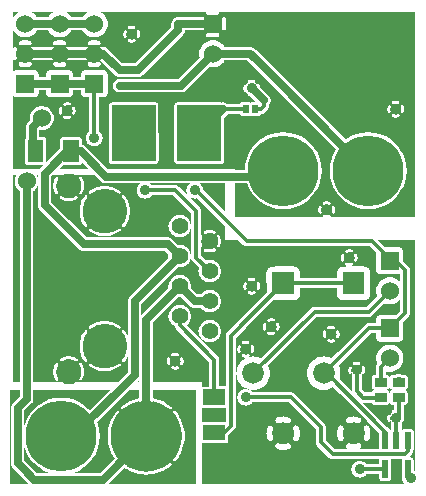
<source format=gbr>
G04 start of page 2 for group 0 idx 0 *
G04 Title: (unknown), top *
G04 Creator: pcb 20140316 *
G04 CreationDate: Tue 15 Mar 2016 09:58:53 PM GMT UTC *
G04 For: commonadmin *
G04 Format: Gerber/RS-274X *
G04 PCB-Dimensions (mil): 1410.00 1650.00 *
G04 PCB-Coordinate-Origin: lower left *
%MOIN*%
%FSLAX25Y25*%
%LNTOP*%
%ADD33C,0.0630*%
%ADD32C,0.1280*%
%ADD31C,0.0354*%
%ADD30C,0.0300*%
%ADD29C,0.1870*%
%ADD28C,0.0380*%
%ADD27C,0.0350*%
%ADD26C,0.0200*%
%ADD25C,0.0360*%
%ADD24R,0.0200X0.0200*%
%ADD23R,0.0295X0.0295*%
%ADD22R,0.0197X0.0197*%
%ADD21R,0.0512X0.0512*%
%ADD20R,0.1450X0.1450*%
%ADD19C,0.0827*%
%ADD18C,0.1476*%
%ADD17C,0.0551*%
%ADD16C,0.0720*%
%ADD15C,0.2362*%
%ADD14C,0.0600*%
%ADD13C,0.0140*%
%ADD12C,0.0250*%
%ADD11C,0.0001*%
G54D11*G36*
X57694Y25645D02*X57933Y25073D01*
X58248Y24083D01*
X58475Y23069D01*
X58612Y22038D01*
X58657Y21000D01*
X58612Y19962D01*
X58475Y18931D01*
X58248Y17917D01*
X57933Y16927D01*
X57694Y16355D01*
Y25645D01*
G37*
G36*
Y36500D02*X63500D01*
Y5000D01*
X57694D01*
Y14183D01*
X57923Y14538D01*
X58448Y15537D01*
X58883Y16578D01*
X59225Y17653D01*
X59472Y18754D01*
X59620Y19873D01*
X59670Y21000D01*
X59620Y22127D01*
X59472Y23246D01*
X59225Y24347D01*
X58883Y25422D01*
X58448Y26463D01*
X57923Y27462D01*
X57694Y27817D01*
Y36500D01*
G37*
G36*
X49096D02*X57694D01*
Y27817D01*
X57312Y28411D01*
X56620Y29302D01*
X56564Y29359D01*
X56499Y29407D01*
X56427Y29444D01*
X56350Y29469D01*
X56271Y29482D01*
X56190Y29482D01*
X56111Y29469D01*
X56034Y29445D01*
X55962Y29408D01*
X55897Y29361D01*
X55840Y29304D01*
X55793Y29239D01*
X55756Y29168D01*
X55731Y29091D01*
X55718Y29012D01*
X55718Y28931D01*
X55730Y28852D01*
X55755Y28775D01*
X55791Y28703D01*
X55839Y28639D01*
X56486Y27826D01*
X57048Y26952D01*
X57532Y26032D01*
X57694Y25645D01*
Y16355D01*
X57532Y15968D01*
X57048Y15048D01*
X56486Y14174D01*
X55848Y13354D01*
X55801Y13291D01*
X55765Y13221D01*
X55741Y13146D01*
X55729Y13068D01*
X55729Y12989D01*
X55742Y12911D01*
X55766Y12837D01*
X55802Y12767D01*
X55849Y12703D01*
X55905Y12648D01*
X55968Y12602D01*
X56039Y12566D01*
X56114Y12542D01*
X56191Y12530D01*
X56270Y12530D01*
X56348Y12542D01*
X56422Y12567D01*
X56492Y12603D01*
X56556Y12649D01*
X56610Y12706D01*
X57312Y13589D01*
X57694Y14183D01*
Y5000D01*
X34028D01*
X39513Y10485D01*
X40385Y9924D01*
X41383Y9399D01*
X42424Y8963D01*
X43499Y8621D01*
X44601Y8375D01*
X45719Y8226D01*
X46846Y8177D01*
X47974Y8226D01*
X49092Y8375D01*
X50193Y8621D01*
X51269Y8963D01*
X52310Y9399D01*
X53308Y9924D01*
X54257Y10535D01*
X55148Y11227D01*
X55206Y11283D01*
X55253Y11348D01*
X55290Y11420D01*
X55315Y11496D01*
X55328Y11576D01*
X55328Y11656D01*
X55316Y11736D01*
X55291Y11812D01*
X55255Y11884D01*
X55208Y11949D01*
X55151Y12006D01*
X55086Y12054D01*
X55014Y12091D01*
X54938Y12116D01*
X54858Y12128D01*
X54778Y12129D01*
X54698Y12116D01*
X54622Y12092D01*
X54550Y12055D01*
X54486Y12007D01*
X53672Y11361D01*
X52798Y10798D01*
X51878Y10314D01*
X50920Y9914D01*
X49929Y9598D01*
X48915Y9372D01*
X47885Y9235D01*
X46846Y9189D01*
X45808Y9235D01*
X44778Y9372D01*
X43764Y9598D01*
X42773Y9914D01*
X41815Y10314D01*
X40895Y10798D01*
X40245Y11217D01*
X48375Y19347D01*
X48442Y19404D01*
X48672Y19673D01*
X48672Y19673D01*
X48857Y19975D01*
X48993Y20303D01*
X49076Y20647D01*
X49103Y21000D01*
X49096Y21088D01*
Y32588D01*
X49929Y32402D01*
X50920Y32086D01*
X51878Y31686D01*
X52798Y31202D01*
X53672Y30639D01*
X54493Y30002D01*
X54556Y29955D01*
X54626Y29919D01*
X54701Y29895D01*
X54779Y29883D01*
X54857Y29883D01*
X54935Y29895D01*
X55010Y29920D01*
X55080Y29956D01*
X55143Y30002D01*
X55199Y30058D01*
X55245Y30122D01*
X55280Y30192D01*
X55305Y30267D01*
X55317Y30345D01*
X55317Y30424D01*
X55304Y30501D01*
X55279Y30576D01*
X55244Y30646D01*
X55197Y30710D01*
X55140Y30764D01*
X54257Y31465D01*
X53308Y32076D01*
X52310Y32601D01*
X51269Y33037D01*
X50193Y33379D01*
X49096Y33624D01*
Y36500D01*
G37*
G36*
X1500D02*X4750D01*
Y34432D01*
X2471Y32153D01*
X2404Y32096D01*
X2174Y31827D01*
X1989Y31525D01*
X1854Y31197D01*
X1771Y30853D01*
X1771Y30853D01*
X1743Y30500D01*
X1750Y30412D01*
Y12088D01*
X1743Y12000D01*
X1771Y11647D01*
Y11647D01*
X1854Y11303D01*
X1989Y10975D01*
X2059Y10861D01*
X2174Y10673D01*
X2174Y10673D01*
X2404Y10404D01*
X2471Y10347D01*
X7818Y5000D01*
X1500D01*
Y36500D01*
G37*
G36*
X9250D02*X34818D01*
X27964Y29646D01*
X27587Y30087D01*
X26053Y31396D01*
X24334Y32450D01*
X22471Y33222D01*
X20510Y33692D01*
X18500Y33851D01*
X16490Y33692D01*
X14529Y33222D01*
X12666Y32450D01*
X10947Y31396D01*
X9413Y30087D01*
X8104Y28553D01*
X7050Y26834D01*
X6278Y24971D01*
X6250Y24853D01*
Y29568D01*
X8529Y31847D01*
X8596Y31904D01*
X8826Y32173D01*
X8826Y32173D01*
X9011Y32475D01*
X9146Y32803D01*
X9229Y33147D01*
X9257Y33500D01*
X9250Y33588D01*
Y36500D01*
G37*
G36*
X30409Y25727D02*X41182Y36500D01*
X44596D01*
Y33624D01*
X43499Y33379D01*
X42424Y33037D01*
X41383Y32601D01*
X40385Y32076D01*
X39436Y31465D01*
X38545Y30773D01*
X38487Y30717D01*
X38440Y30652D01*
X38403Y30580D01*
X38378Y30504D01*
X38365Y30424D01*
X38365Y30344D01*
X38377Y30264D01*
X38402Y30188D01*
X38438Y30116D01*
X38485Y30051D01*
X38542Y29994D01*
X38607Y29946D01*
X38679Y29909D01*
X38755Y29884D01*
X38835Y29872D01*
X38915Y29871D01*
X38995Y29884D01*
X39071Y29908D01*
X39143Y29945D01*
X39207Y29993D01*
X40021Y30639D01*
X40895Y31202D01*
X41815Y31686D01*
X42773Y32086D01*
X43764Y32402D01*
X44596Y32588D01*
Y21932D01*
X37063Y14399D01*
X36645Y15048D01*
X36161Y15968D01*
X35760Y16927D01*
X35445Y17917D01*
X35218Y18931D01*
X35081Y19962D01*
X35035Y21000D01*
X35081Y22038D01*
X35218Y23069D01*
X35445Y24083D01*
X35760Y25073D01*
X36161Y26032D01*
X36645Y26952D01*
X37207Y27826D01*
X37845Y28646D01*
X37892Y28709D01*
X37927Y28779D01*
X37952Y28854D01*
X37964Y28932D01*
X37963Y29011D01*
X37951Y29089D01*
X37926Y29163D01*
X37891Y29233D01*
X37844Y29297D01*
X37788Y29352D01*
X37725Y29399D01*
X37654Y29434D01*
X37579Y29458D01*
X37502Y29470D01*
X37423Y29470D01*
X37345Y29458D01*
X37270Y29433D01*
X37200Y29397D01*
X37137Y29351D01*
X37083Y29294D01*
X36381Y28411D01*
X35770Y27462D01*
X35245Y26463D01*
X34810Y25422D01*
X34468Y24347D01*
X34221Y23246D01*
X34073Y22127D01*
X34023Y21000D01*
X34073Y19873D01*
X34221Y18754D01*
X34468Y17653D01*
X34810Y16578D01*
X35245Y15537D01*
X35770Y14538D01*
X36331Y13667D01*
X31414Y8750D01*
X22353D01*
X22471Y8778D01*
X24334Y9550D01*
X26053Y10604D01*
X27587Y11913D01*
X28896Y13447D01*
X29950Y15166D01*
X30722Y17029D01*
X31192Y18990D01*
X31311Y21000D01*
X31192Y23010D01*
X30722Y24971D01*
X30409Y25727D01*
G37*
G36*
X14647Y8750D02*X10432D01*
X6250Y12932D01*
Y17147D01*
X6278Y17029D01*
X7050Y15166D01*
X8104Y13447D01*
X9413Y11913D01*
X10947Y10604D01*
X12666Y9550D01*
X14529Y8778D01*
X14647Y8750D01*
G37*
G36*
X96940Y29655D02*X103300Y23296D01*
Y19067D01*
X103295Y19000D01*
X103316Y18733D01*
Y18733D01*
X103378Y18473D01*
X103481Y18226D01*
X103620Y17998D01*
X103794Y17794D01*
X103845Y17751D01*
X107751Y13845D01*
X107794Y13794D01*
X107998Y13620D01*
X108226Y13481D01*
X108473Y13378D01*
X108733Y13316D01*
X108733D01*
X109000Y13295D01*
X109067Y13300D01*
X124603D01*
X124566Y13210D01*
X124529Y13057D01*
X124520Y12900D01*
X124522Y11700D01*
X120230D01*
X119986Y11986D01*
X119651Y12272D01*
X119275Y12503D01*
X118868Y12671D01*
X118439Y12774D01*
X118000Y12809D01*
X117561Y12774D01*
X117132Y12671D01*
X116725Y12503D01*
X116349Y12272D01*
X116014Y11986D01*
X115728Y11651D01*
X115497Y11275D01*
X115329Y10868D01*
X115226Y10439D01*
X115191Y10000D01*
X115226Y9561D01*
X115329Y9132D01*
X115497Y8725D01*
X115728Y8349D01*
X116014Y8014D01*
X116349Y7728D01*
X116725Y7497D01*
X117132Y7329D01*
X117561Y7226D01*
X118000Y7191D01*
X118439Y7226D01*
X118868Y7329D01*
X119275Y7497D01*
X119651Y7728D01*
X119986Y8014D01*
X120230Y8300D01*
X124527D01*
X124529Y6943D01*
X124566Y6790D01*
X124626Y6645D01*
X124708Y6510D01*
X124811Y6391D01*
X124930Y6288D01*
X125064Y6206D01*
X125210Y6146D01*
X125363Y6109D01*
X125520Y6100D01*
X127677Y6109D01*
X127830Y6146D01*
X127975Y6206D01*
X128109Y6288D01*
X128229Y6391D01*
X128331Y6510D01*
X128414Y6645D01*
X128474Y6790D01*
X128511Y6943D01*
X128520Y7100D01*
X128511Y13057D01*
X128474Y13210D01*
X128437Y13300D01*
X132083D01*
X132046Y13210D01*
X132009Y13057D01*
X132000Y12900D01*
X132009Y6943D01*
X132046Y6790D01*
X132106Y6645D01*
X132188Y6510D01*
X132257Y6429D01*
X132329Y6132D01*
X132497Y5725D01*
X132728Y5349D01*
X133014Y5014D01*
X133030Y5000D01*
X96940D01*
Y19427D01*
X97062Y19451D01*
X97208Y19505D01*
X97343Y19580D01*
X97465Y19676D01*
X97571Y19789D01*
X97657Y19918D01*
X97719Y20059D01*
X97877Y20529D01*
X97986Y21013D01*
X98052Y21505D01*
X98074Y22000D01*
X98052Y22495D01*
X97986Y22987D01*
X97877Y23471D01*
X97725Y23943D01*
X97660Y24084D01*
X97573Y24213D01*
X97468Y24327D01*
X97345Y24423D01*
X97209Y24499D01*
X97063Y24552D01*
X96940Y24576D01*
Y29655D01*
G37*
G36*
X92502Y32300D02*X94296D01*
X96940Y29655D01*
Y24576D01*
X96911Y24582D01*
X96755Y24588D01*
X96601Y24569D01*
X96451Y24526D01*
X96310Y24461D01*
X96181Y24374D01*
X96067Y24268D01*
X95972Y24146D01*
X95896Y24010D01*
X95842Y23864D01*
X95813Y23712D01*
X95807Y23556D01*
X95825Y23402D01*
X95871Y23253D01*
X95972Y22950D01*
X96043Y22637D01*
X96086Y22320D01*
X96100Y22000D01*
X96086Y21680D01*
X96043Y21363D01*
X95972Y21050D01*
X95874Y20745D01*
X95829Y20597D01*
X95810Y20444D01*
X95816Y20289D01*
X95846Y20137D01*
X95899Y19991D01*
X95975Y19856D01*
X96070Y19734D01*
X96184Y19629D01*
X96312Y19542D01*
X96453Y19477D01*
X96602Y19434D01*
X96756Y19416D01*
X96910Y19422D01*
X96940Y19427D01*
Y5000D01*
X92502D01*
Y16426D01*
X92995Y16448D01*
X93487Y16514D01*
X93971Y16623D01*
X94443Y16775D01*
X94584Y16840D01*
X94713Y16927D01*
X94827Y17032D01*
X94923Y17155D01*
X94999Y17291D01*
X95052Y17437D01*
X95082Y17589D01*
X95088Y17745D01*
X95069Y17899D01*
X95026Y18049D01*
X94961Y18190D01*
X94874Y18319D01*
X94768Y18433D01*
X94646Y18528D01*
X94510Y18604D01*
X94364Y18658D01*
X94212Y18687D01*
X94056Y18693D01*
X93902Y18675D01*
X93753Y18629D01*
X93450Y18528D01*
X93137Y18457D01*
X92820Y18414D01*
X92502Y18400D01*
Y25600D01*
X92820Y25586D01*
X93137Y25543D01*
X93450Y25472D01*
X93755Y25374D01*
X93903Y25329D01*
X94056Y25310D01*
X94211Y25316D01*
X94363Y25346D01*
X94509Y25399D01*
X94644Y25475D01*
X94766Y25570D01*
X94871Y25684D01*
X94958Y25812D01*
X95023Y25953D01*
X95066Y26102D01*
X95084Y26256D01*
X95078Y26410D01*
X95049Y26562D01*
X94995Y26708D01*
X94920Y26843D01*
X94824Y26965D01*
X94711Y27071D01*
X94582Y27157D01*
X94441Y27219D01*
X93971Y27377D01*
X93487Y27486D01*
X92995Y27552D01*
X92502Y27574D01*
Y32300D01*
G37*
G36*
X88501D02*X92502D01*
Y27574D01*
X92500Y27574D01*
X92005Y27552D01*
X91513Y27486D01*
X91029Y27377D01*
X90557Y27225D01*
X90416Y27160D01*
X90287Y27073D01*
X90173Y26968D01*
X90077Y26845D01*
X90001Y26709D01*
X89948Y26563D01*
X89918Y26411D01*
X89912Y26255D01*
X89931Y26101D01*
X89974Y25951D01*
X90039Y25810D01*
X90126Y25681D01*
X90232Y25567D01*
X90354Y25472D01*
X90490Y25396D01*
X90636Y25342D01*
X90788Y25313D01*
X90944Y25307D01*
X91098Y25325D01*
X91247Y25371D01*
X91550Y25472D01*
X91863Y25543D01*
X92180Y25586D01*
X92500Y25600D01*
X92502Y25600D01*
Y18400D01*
X92500Y18400D01*
X92180Y18414D01*
X91863Y18457D01*
X91550Y18528D01*
X91245Y18626D01*
X91097Y18671D01*
X90944Y18690D01*
X90789Y18684D01*
X90637Y18654D01*
X90491Y18601D01*
X90356Y18525D01*
X90234Y18430D01*
X90129Y18316D01*
X90042Y18188D01*
X89977Y18047D01*
X89934Y17898D01*
X89916Y17744D01*
X89922Y17590D01*
X89951Y17438D01*
X90005Y17292D01*
X90080Y17157D01*
X90176Y17035D01*
X90289Y16929D01*
X90418Y16843D01*
X90559Y16781D01*
X91029Y16623D01*
X91513Y16514D01*
X92005Y16448D01*
X92500Y16426D01*
X92502Y16426D01*
Y5000D01*
X88501D01*
Y19460D01*
X88549Y19474D01*
X88690Y19539D01*
X88819Y19626D01*
X88933Y19732D01*
X89028Y19854D01*
X89104Y19990D01*
X89158Y20136D01*
X89187Y20288D01*
X89193Y20444D01*
X89175Y20598D01*
X89129Y20747D01*
X89028Y21050D01*
X88957Y21363D01*
X88914Y21680D01*
X88900Y22000D01*
X88914Y22320D01*
X88957Y22637D01*
X89028Y22950D01*
X89126Y23255D01*
X89171Y23403D01*
X89190Y23556D01*
X89184Y23711D01*
X89154Y23863D01*
X89101Y24009D01*
X89025Y24144D01*
X88930Y24266D01*
X88816Y24371D01*
X88688Y24458D01*
X88547Y24523D01*
X88501Y24536D01*
Y32300D01*
G37*
G36*
X116730Y84300D02*X121296D01*
X123501Y82095D01*
X123514Y76265D01*
X123569Y76035D01*
X123659Y75817D01*
X123783Y75616D01*
X123936Y75436D01*
X124116Y75283D01*
X124317Y75159D01*
X124535Y75069D01*
X124765Y75014D01*
X125000Y75000D01*
X131235Y75014D01*
X131300Y75029D01*
Y72565D01*
X131192Y72692D01*
X130653Y73152D01*
X130049Y73522D01*
X129395Y73793D01*
X128706Y73958D01*
X128000Y74014D01*
X127294Y73958D01*
X126605Y73793D01*
X125951Y73522D01*
X125347Y73152D01*
X124808Y72692D01*
X124348Y72153D01*
X123978Y71549D01*
X123707Y70895D01*
X123542Y70206D01*
X123486Y69500D01*
X123542Y68794D01*
X123707Y68105D01*
X123852Y67756D01*
X120296Y64200D01*
X116730D01*
Y66442D01*
X119909Y66450D01*
X120210Y66522D01*
X120496Y66641D01*
X120761Y66803D01*
X120996Y67004D01*
X121197Y67239D01*
X121359Y67504D01*
X121478Y67790D01*
X121550Y68091D01*
X121568Y68400D01*
X121550Y75909D01*
X121478Y76210D01*
X121359Y76496D01*
X121197Y76761D01*
X120996Y76996D01*
X120761Y77197D01*
X120496Y77359D01*
X120210Y77478D01*
X119909Y77550D01*
X119600Y77568D01*
X116730Y77562D01*
Y79214D01*
X116798Y79228D01*
X116871Y79255D01*
X116940Y79294D01*
X117002Y79343D01*
X117055Y79401D01*
X117098Y79466D01*
X117130Y79538D01*
X117206Y79771D01*
X117260Y80011D01*
X117292Y80255D01*
X117303Y80500D01*
X117292Y80745D01*
X117260Y80989D01*
X117206Y81229D01*
X117132Y81463D01*
X117100Y81535D01*
X117056Y81600D01*
X117003Y81659D01*
X116941Y81708D01*
X116872Y81746D01*
X116798Y81774D01*
X116730Y81788D01*
Y84300D01*
G37*
G36*
Y64200D02*X114501D01*
Y66437D01*
X116730Y66442D01*
Y64200D01*
G37*
G36*
X114501Y84300D02*X116730D01*
Y81788D01*
X116721Y81790D01*
X116642Y81793D01*
X116563Y81784D01*
X116487Y81763D01*
X116415Y81730D01*
X116350Y81686D01*
X116291Y81633D01*
X116242Y81571D01*
X116204Y81502D01*
X116176Y81428D01*
X116160Y81351D01*
X116157Y81272D01*
X116166Y81193D01*
X116189Y81118D01*
X116238Y80968D01*
X116272Y80814D01*
X116293Y80658D01*
X116300Y80500D01*
X116293Y80342D01*
X116272Y80186D01*
X116238Y80032D01*
X116190Y79882D01*
X116168Y79806D01*
X116159Y79728D01*
X116162Y79650D01*
X116178Y79573D01*
X116205Y79499D01*
X116244Y79430D01*
X116293Y79369D01*
X116351Y79315D01*
X116416Y79272D01*
X116488Y79239D01*
X116564Y79218D01*
X116642Y79209D01*
X116720Y79212D01*
X116730Y79214D01*
Y77562D01*
X114501Y77556D01*
Y77697D01*
X114745Y77708D01*
X114989Y77740D01*
X115229Y77794D01*
X115463Y77868D01*
X115535Y77900D01*
X115600Y77944D01*
X115659Y77997D01*
X115708Y78059D01*
X115746Y78128D01*
X115774Y78202D01*
X115790Y78279D01*
X115793Y78358D01*
X115784Y78437D01*
X115763Y78513D01*
X115730Y78585D01*
X115686Y78650D01*
X115633Y78709D01*
X115571Y78758D01*
X115502Y78796D01*
X115428Y78824D01*
X115351Y78840D01*
X115272Y78843D01*
X115193Y78834D01*
X115118Y78811D01*
X114968Y78762D01*
X114814Y78728D01*
X114658Y78707D01*
X114501Y78700D01*
Y82300D01*
X114658Y82293D01*
X114814Y82272D01*
X114968Y82238D01*
X115118Y82190D01*
X115194Y82168D01*
X115272Y82159D01*
X115350Y82162D01*
X115427Y82178D01*
X115501Y82205D01*
X115570Y82244D01*
X115631Y82293D01*
X115685Y82351D01*
X115728Y82416D01*
X115761Y82488D01*
X115782Y82564D01*
X115791Y82642D01*
X115788Y82720D01*
X115772Y82798D01*
X115745Y82871D01*
X115706Y82940D01*
X115657Y83002D01*
X115599Y83055D01*
X115534Y83098D01*
X115462Y83130D01*
X115229Y83206D01*
X114989Y83260D01*
X114745Y83292D01*
X114501Y83303D01*
Y84300D01*
G37*
G36*
Y64200D02*X103067D01*
X103000Y64205D01*
X102733Y64184D01*
X102473Y64122D01*
X102226Y64019D01*
X101998Y63880D01*
X101997Y63879D01*
X101794Y63706D01*
X101751Y63655D01*
X90730Y52634D01*
Y56214D01*
X90798Y56228D01*
X90871Y56255D01*
X90940Y56294D01*
X91002Y56343D01*
X91055Y56401D01*
X91098Y56466D01*
X91130Y56538D01*
X91206Y56771D01*
X91260Y57011D01*
X91292Y57255D01*
X91303Y57500D01*
X91292Y57745D01*
X91260Y57989D01*
X91206Y58229D01*
X91132Y58463D01*
X91100Y58535D01*
X91056Y58600D01*
X91003Y58659D01*
X90941Y58708D01*
X90872Y58746D01*
X90798Y58774D01*
X90730Y58788D01*
Y66436D01*
X96409Y66450D01*
X96710Y66522D01*
X96996Y66641D01*
X97261Y66803D01*
X97496Y67004D01*
X97697Y67239D01*
X97859Y67504D01*
X97978Y67790D01*
X98050Y68091D01*
X98068Y68400D01*
X98064Y70300D01*
X110444D01*
X110450Y68091D01*
X110522Y67790D01*
X110641Y67504D01*
X110803Y67239D01*
X111004Y67004D01*
X111239Y66803D01*
X111504Y66641D01*
X111790Y66522D01*
X112091Y66450D01*
X112400Y66432D01*
X114501Y66437D01*
Y64200D01*
G37*
G36*
X112270Y84300D02*X114501D01*
Y83303D01*
X114500Y83303D01*
X114255Y83292D01*
X114011Y83260D01*
X113771Y83206D01*
X113537Y83132D01*
X113465Y83100D01*
X113400Y83056D01*
X113341Y83003D01*
X113292Y82941D01*
X113254Y82872D01*
X113226Y82798D01*
X113210Y82721D01*
X113207Y82642D01*
X113216Y82563D01*
X113237Y82487D01*
X113270Y82415D01*
X113314Y82350D01*
X113367Y82291D01*
X113429Y82242D01*
X113498Y82204D01*
X113572Y82176D01*
X113649Y82160D01*
X113728Y82157D01*
X113807Y82166D01*
X113882Y82189D01*
X114032Y82238D01*
X114186Y82272D01*
X114342Y82293D01*
X114500Y82300D01*
X114501Y82300D01*
Y78700D01*
X114500Y78700D01*
X114342Y78707D01*
X114186Y78728D01*
X114032Y78762D01*
X113882Y78810D01*
X113806Y78832D01*
X113728Y78841D01*
X113650Y78838D01*
X113573Y78822D01*
X113499Y78795D01*
X113430Y78756D01*
X113369Y78707D01*
X113315Y78649D01*
X113272Y78584D01*
X113239Y78512D01*
X113218Y78436D01*
X113209Y78358D01*
X113212Y78280D01*
X113228Y78202D01*
X113255Y78129D01*
X113294Y78060D01*
X113343Y77998D01*
X113401Y77945D01*
X113466Y77902D01*
X113538Y77870D01*
X113771Y77794D01*
X114011Y77740D01*
X114255Y77708D01*
X114500Y77697D01*
X114501Y77697D01*
Y77556D01*
X112270Y77551D01*
Y79212D01*
X112279Y79210D01*
X112358Y79207D01*
X112437Y79216D01*
X112513Y79237D01*
X112585Y79270D01*
X112650Y79314D01*
X112709Y79367D01*
X112758Y79429D01*
X112796Y79498D01*
X112824Y79572D01*
X112840Y79649D01*
X112843Y79728D01*
X112834Y79807D01*
X112811Y79882D01*
X112762Y80032D01*
X112728Y80186D01*
X112707Y80342D01*
X112700Y80500D01*
X112707Y80658D01*
X112728Y80814D01*
X112762Y80968D01*
X112810Y81118D01*
X112832Y81194D01*
X112841Y81272D01*
X112838Y81350D01*
X112822Y81427D01*
X112795Y81501D01*
X112756Y81570D01*
X112707Y81631D01*
X112649Y81685D01*
X112584Y81728D01*
X112512Y81761D01*
X112436Y81782D01*
X112358Y81791D01*
X112280Y81788D01*
X112270Y81786D01*
Y84300D01*
G37*
G36*
X90730D02*X112270D01*
Y81786D01*
X112202Y81772D01*
X112129Y81745D01*
X112060Y81706D01*
X111998Y81657D01*
X111945Y81599D01*
X111902Y81534D01*
X111870Y81462D01*
X111794Y81229D01*
X111740Y80989D01*
X111708Y80745D01*
X111697Y80500D01*
X111708Y80255D01*
X111740Y80011D01*
X111794Y79771D01*
X111868Y79537D01*
X111900Y79465D01*
X111944Y79400D01*
X111997Y79341D01*
X112059Y79292D01*
X112128Y79254D01*
X112202Y79226D01*
X112270Y79212D01*
Y77551D01*
X112091Y77550D01*
X111790Y77478D01*
X111504Y77359D01*
X111239Y77197D01*
X111004Y76996D01*
X110803Y76761D01*
X110641Y76496D01*
X110522Y76210D01*
X110450Y75909D01*
X110432Y75600D01*
X110436Y73700D01*
X98056D01*
X98050Y75909D01*
X97978Y76210D01*
X97859Y76496D01*
X97697Y76761D01*
X97496Y76996D01*
X97261Y77197D01*
X96996Y77359D01*
X96710Y77478D01*
X96409Y77550D01*
X96100Y77568D01*
X90730Y77555D01*
Y84300D01*
G37*
G36*
Y52634D02*X88501Y50405D01*
Y54697D01*
X88745Y54708D01*
X88989Y54740D01*
X89229Y54794D01*
X89463Y54868D01*
X89535Y54900D01*
X89600Y54944D01*
X89659Y54997D01*
X89708Y55059D01*
X89746Y55128D01*
X89774Y55202D01*
X89790Y55279D01*
X89793Y55358D01*
X89784Y55437D01*
X89763Y55513D01*
X89730Y55585D01*
X89686Y55650D01*
X89633Y55709D01*
X89571Y55758D01*
X89502Y55796D01*
X89428Y55824D01*
X89351Y55840D01*
X89272Y55843D01*
X89193Y55834D01*
X89118Y55811D01*
X88968Y55762D01*
X88814Y55728D01*
X88658Y55707D01*
X88501Y55700D01*
Y59300D01*
X88658Y59293D01*
X88814Y59272D01*
X88968Y59238D01*
X89118Y59190D01*
X89194Y59168D01*
X89272Y59159D01*
X89350Y59162D01*
X89427Y59178D01*
X89501Y59205D01*
X89570Y59244D01*
X89631Y59293D01*
X89685Y59351D01*
X89728Y59416D01*
X89761Y59488D01*
X89782Y59564D01*
X89791Y59642D01*
X89788Y59720D01*
X89772Y59798D01*
X89745Y59871D01*
X89706Y59940D01*
X89657Y60002D01*
X89599Y60055D01*
X89534Y60098D01*
X89462Y60130D01*
X89229Y60206D01*
X88989Y60260D01*
X88745Y60292D01*
X88501Y60303D01*
Y65597D01*
X89337Y66433D01*
X90730Y66436D01*
Y58788D01*
X90721Y58790D01*
X90642Y58793D01*
X90563Y58784D01*
X90487Y58763D01*
X90415Y58730D01*
X90350Y58686D01*
X90291Y58633D01*
X90242Y58571D01*
X90204Y58502D01*
X90176Y58428D01*
X90160Y58351D01*
X90157Y58272D01*
X90166Y58193D01*
X90189Y58118D01*
X90238Y57968D01*
X90272Y57814D01*
X90293Y57658D01*
X90300Y57500D01*
X90293Y57342D01*
X90272Y57186D01*
X90238Y57032D01*
X90190Y56882D01*
X90168Y56806D01*
X90159Y56728D01*
X90162Y56650D01*
X90178Y56573D01*
X90205Y56499D01*
X90244Y56430D01*
X90293Y56369D01*
X90351Y56315D01*
X90416Y56272D01*
X90488Y56239D01*
X90564Y56218D01*
X90642Y56209D01*
X90720Y56212D01*
X90730Y56214D01*
Y52634D01*
G37*
G36*
X88501Y84300D02*X90730D01*
Y77555D01*
X88591Y77550D01*
X88501Y77529D01*
Y84300D01*
G37*
G36*
X86270Y32300D02*X88501D01*
Y24536D01*
X88398Y24566D01*
X88244Y24584D01*
X88090Y24578D01*
X87938Y24549D01*
X87792Y24495D01*
X87657Y24420D01*
X87535Y24324D01*
X87429Y24211D01*
X87343Y24082D01*
X87281Y23941D01*
X87123Y23471D01*
X87014Y22987D01*
X86948Y22495D01*
X86926Y22000D01*
X86948Y21505D01*
X87014Y21013D01*
X87123Y20529D01*
X87275Y20057D01*
X87340Y19916D01*
X87427Y19787D01*
X87532Y19673D01*
X87655Y19577D01*
X87791Y19501D01*
X87937Y19448D01*
X88089Y19418D01*
X88245Y19412D01*
X88399Y19431D01*
X88501Y19460D01*
Y5000D01*
X86270D01*
Y32300D01*
G37*
G36*
X88501Y50405D02*X86270Y48174D01*
Y56212D01*
X86279Y56210D01*
X86358Y56207D01*
X86437Y56216D01*
X86513Y56237D01*
X86585Y56270D01*
X86650Y56314D01*
X86709Y56367D01*
X86758Y56429D01*
X86796Y56498D01*
X86824Y56572D01*
X86840Y56649D01*
X86843Y56728D01*
X86834Y56807D01*
X86811Y56882D01*
X86762Y57032D01*
X86728Y57186D01*
X86707Y57342D01*
X86700Y57500D01*
X86707Y57658D01*
X86728Y57814D01*
X86762Y57968D01*
X86810Y58118D01*
X86832Y58194D01*
X86841Y58272D01*
X86838Y58350D01*
X86822Y58427D01*
X86795Y58501D01*
X86756Y58570D01*
X86707Y58631D01*
X86649Y58685D01*
X86584Y58728D01*
X86512Y58761D01*
X86436Y58782D01*
X86358Y58791D01*
X86280Y58788D01*
X86270Y58786D01*
Y63366D01*
X88501Y65597D01*
Y60303D01*
X88500Y60303D01*
X88255Y60292D01*
X88011Y60260D01*
X87771Y60206D01*
X87537Y60132D01*
X87465Y60100D01*
X87400Y60056D01*
X87341Y60003D01*
X87292Y59941D01*
X87254Y59872D01*
X87226Y59798D01*
X87210Y59721D01*
X87207Y59642D01*
X87216Y59563D01*
X87237Y59487D01*
X87270Y59415D01*
X87314Y59350D01*
X87367Y59291D01*
X87429Y59242D01*
X87498Y59204D01*
X87572Y59176D01*
X87649Y59160D01*
X87728Y59157D01*
X87807Y59166D01*
X87882Y59189D01*
X88032Y59238D01*
X88186Y59272D01*
X88342Y59293D01*
X88500Y59300D01*
X88501Y59300D01*
Y55700D01*
X88500Y55700D01*
X88342Y55707D01*
X88186Y55728D01*
X88032Y55762D01*
X87882Y55810D01*
X87806Y55832D01*
X87728Y55841D01*
X87650Y55838D01*
X87573Y55822D01*
X87499Y55795D01*
X87430Y55756D01*
X87369Y55707D01*
X87315Y55649D01*
X87272Y55584D01*
X87239Y55512D01*
X87218Y55436D01*
X87209Y55358D01*
X87212Y55280D01*
X87228Y55202D01*
X87255Y55129D01*
X87294Y55060D01*
X87343Y54998D01*
X87401Y54945D01*
X87466Y54902D01*
X87538Y54870D01*
X87771Y54794D01*
X88011Y54740D01*
X88255Y54708D01*
X88500Y54697D01*
X88501Y54697D01*
Y50405D01*
G37*
G36*
X82230Y32300D02*X82230Y32300D01*
X86270D01*
Y5000D01*
X82230D01*
Y32300D01*
G37*
G36*
X86270Y48174D02*X85059Y46963D01*
X85036Y46977D01*
X84226Y47312D01*
X83374Y47517D01*
X82500Y47586D01*
X82230Y47564D01*
Y48714D01*
X82298Y48728D01*
X82371Y48755D01*
X82440Y48794D01*
X82502Y48843D01*
X82555Y48901D01*
X82598Y48966D01*
X82630Y49038D01*
X82706Y49271D01*
X82760Y49511D01*
X82792Y49755D01*
X82803Y50000D01*
X82792Y50245D01*
X82760Y50489D01*
X82706Y50729D01*
X82632Y50963D01*
X82600Y51035D01*
X82556Y51100D01*
X82503Y51159D01*
X82441Y51208D01*
X82372Y51246D01*
X82298Y51274D01*
X82230Y51288D01*
Y59326D01*
X86270Y63366D01*
Y58786D01*
X86202Y58772D01*
X86129Y58745D01*
X86060Y58706D01*
X85998Y58657D01*
X85945Y58599D01*
X85902Y58534D01*
X85870Y58462D01*
X85794Y58229D01*
X85740Y57989D01*
X85708Y57745D01*
X85697Y57500D01*
X85708Y57255D01*
X85740Y57011D01*
X85794Y56771D01*
X85868Y56537D01*
X85900Y56465D01*
X85944Y56400D01*
X85997Y56341D01*
X86059Y56292D01*
X86128Y56254D01*
X86202Y56226D01*
X86270Y56212D01*
Y48174D01*
G37*
G36*
X79999Y31191D02*X80000Y31191D01*
X80439Y31226D01*
X80868Y31329D01*
X81275Y31497D01*
X81651Y31728D01*
X81986Y32014D01*
X82230Y32300D01*
Y5000D01*
X79999D01*
Y31191D01*
G37*
G36*
Y37009D02*X80739Y36702D01*
X80439Y36774D01*
X80000Y36809D01*
X79999Y36809D01*
Y37009D01*
G37*
G36*
Y47197D02*X80000Y47197D01*
X80245Y47208D01*
X80489Y47240D01*
X80729Y47294D01*
X80730Y47294D01*
X79999Y46991D01*
Y47197D01*
G37*
G36*
X82230Y47564D02*X81626Y47517D01*
X80829Y47326D01*
X80963Y47368D01*
X81035Y47400D01*
X81100Y47444D01*
X81159Y47497D01*
X81208Y47559D01*
X81246Y47628D01*
X81274Y47702D01*
X81290Y47779D01*
X81293Y47858D01*
X81284Y47937D01*
X81263Y48013D01*
X81230Y48085D01*
X81186Y48150D01*
X81133Y48209D01*
X81071Y48258D01*
X81002Y48296D01*
X80928Y48324D01*
X80851Y48340D01*
X80772Y48343D01*
X80693Y48334D01*
X80618Y48311D01*
X80468Y48262D01*
X80314Y48228D01*
X80158Y48207D01*
X80000Y48200D01*
X79999Y48200D01*
Y51800D01*
X80000Y51800D01*
X80158Y51793D01*
X80314Y51772D01*
X80468Y51738D01*
X80618Y51690D01*
X80694Y51668D01*
X80772Y51659D01*
X80850Y51662D01*
X80927Y51678D01*
X81001Y51705D01*
X81070Y51744D01*
X81131Y51793D01*
X81185Y51851D01*
X81228Y51916D01*
X81261Y51988D01*
X81282Y52064D01*
X81291Y52142D01*
X81288Y52220D01*
X81272Y52298D01*
X81245Y52371D01*
X81206Y52440D01*
X81157Y52502D01*
X81099Y52555D01*
X81034Y52598D01*
X80962Y52630D01*
X80729Y52706D01*
X80489Y52760D01*
X80245Y52792D01*
X80000Y52803D01*
X79999Y52803D01*
Y57095D01*
X82230Y59326D01*
Y51288D01*
X82221Y51290D01*
X82142Y51293D01*
X82063Y51284D01*
X81987Y51263D01*
X81915Y51230D01*
X81850Y51186D01*
X81791Y51133D01*
X81742Y51071D01*
X81704Y51002D01*
X81676Y50928D01*
X81660Y50851D01*
X81657Y50772D01*
X81666Y50693D01*
X81689Y50618D01*
X81738Y50468D01*
X81772Y50314D01*
X81793Y50158D01*
X81800Y50000D01*
X81793Y49842D01*
X81772Y49686D01*
X81738Y49532D01*
X81690Y49382D01*
X81668Y49306D01*
X81659Y49228D01*
X81662Y49150D01*
X81678Y49073D01*
X81705Y48999D01*
X81744Y48930D01*
X81793Y48869D01*
X81851Y48815D01*
X81916Y48772D01*
X81988Y48739D01*
X82064Y48718D01*
X82142Y48709D01*
X82220Y48712D01*
X82230Y48714D01*
Y47564D01*
G37*
G36*
X77770Y32300D02*X78014Y32014D01*
X78349Y31728D01*
X78725Y31497D01*
X79132Y31329D01*
X79561Y31226D01*
X79999Y31191D01*
Y5000D01*
X77770D01*
Y32300D01*
G37*
G36*
Y39061D02*X77981Y38717D01*
X78550Y38050D01*
X79217Y37481D01*
X79964Y37023D01*
X79999Y37009D01*
Y36809D01*
X79561Y36774D01*
X79132Y36671D01*
X78725Y36503D01*
X78349Y36272D01*
X78014Y35986D01*
X77770Y35700D01*
Y39061D01*
G37*
G36*
X79999Y48200D02*X79842Y48207D01*
X79686Y48228D01*
X79532Y48262D01*
X79382Y48310D01*
X79306Y48332D01*
X79228Y48341D01*
X79150Y48338D01*
X79073Y48322D01*
X78999Y48295D01*
X78930Y48256D01*
X78869Y48207D01*
X78815Y48149D01*
X78772Y48084D01*
X78739Y48012D01*
X78718Y47936D01*
X78709Y47858D01*
X78712Y47780D01*
X78728Y47702D01*
X78755Y47629D01*
X78794Y47560D01*
X78843Y47498D01*
X78901Y47445D01*
X78966Y47402D01*
X79038Y47370D01*
X79271Y47294D01*
X79511Y47240D01*
X79755Y47208D01*
X79999Y47197D01*
Y46991D01*
X79964Y46977D01*
X79217Y46519D01*
X78550Y45950D01*
X77981Y45283D01*
X77770Y44939D01*
Y48712D01*
X77779Y48710D01*
X77858Y48707D01*
X77937Y48716D01*
X78013Y48737D01*
X78085Y48770D01*
X78150Y48814D01*
X78209Y48867D01*
X78258Y48929D01*
X78296Y48998D01*
X78324Y49072D01*
X78340Y49149D01*
X78343Y49228D01*
X78334Y49307D01*
X78311Y49382D01*
X78262Y49532D01*
X78228Y49686D01*
X78207Y49842D01*
X78200Y50000D01*
X78207Y50158D01*
X78228Y50314D01*
X78262Y50468D01*
X78310Y50618D01*
X78332Y50694D01*
X78341Y50772D01*
X78338Y50850D01*
X78322Y50927D01*
X78295Y51001D01*
X78256Y51070D01*
X78207Y51131D01*
X78149Y51185D01*
X78084Y51228D01*
X78012Y51261D01*
X77936Y51282D01*
X77858Y51291D01*
X77780Y51288D01*
X77770Y51286D01*
Y54866D01*
X79999Y57095D01*
Y52803D01*
X79755Y52792D01*
X79511Y52760D01*
X79271Y52706D01*
X79037Y52632D01*
X78965Y52600D01*
X78900Y52556D01*
X78841Y52503D01*
X78792Y52441D01*
X78754Y52372D01*
X78726Y52298D01*
X78710Y52221D01*
X78707Y52142D01*
X78716Y52063D01*
X78737Y51987D01*
X78770Y51915D01*
X78814Y51850D01*
X78867Y51791D01*
X78929Y51742D01*
X78998Y51704D01*
X79072Y51676D01*
X79149Y51660D01*
X79228Y51657D01*
X79307Y51666D01*
X79382Y51689D01*
X79532Y51738D01*
X79686Y51772D01*
X79842Y51793D01*
X79999Y51800D01*
Y48200D01*
G37*
G36*
X77770Y44939D02*X77523Y44536D01*
X77188Y43726D01*
X76983Y42874D01*
X76914Y42000D01*
X76983Y41126D01*
X77188Y40274D01*
X77523Y39464D01*
X77770Y39061D01*
Y35700D01*
X77728Y35651D01*
X77497Y35275D01*
X77329Y34868D01*
X77226Y34439D01*
X77191Y34000D01*
X77226Y33561D01*
X77329Y33132D01*
X77497Y32725D01*
X77728Y32349D01*
X77770Y32300D01*
Y5000D01*
X65500D01*
Y18665D01*
X65603Y18640D01*
X65760Y18631D01*
X73397Y18640D01*
X73550Y18677D01*
X73695Y18737D01*
X73830Y18819D01*
X73949Y18922D01*
X74052Y19041D01*
X74134Y19175D01*
X74194Y19321D01*
X74231Y19474D01*
X74240Y19631D01*
X74237Y21333D01*
X76155Y23251D01*
X76206Y23294D01*
X76379Y23497D01*
X76380Y23498D01*
X76519Y23726D01*
X76622Y23973D01*
X76684Y24233D01*
X76705Y24500D01*
X76700Y24567D01*
Y53796D01*
X77770Y54866D01*
Y51286D01*
X77702Y51272D01*
X77629Y51245D01*
X77560Y51206D01*
X77498Y51157D01*
X77445Y51099D01*
X77402Y51034D01*
X77370Y50962D01*
X77294Y50729D01*
X77240Y50489D01*
X77208Y50245D01*
X77197Y50000D01*
X77208Y49755D01*
X77240Y49511D01*
X77294Y49271D01*
X77368Y49037D01*
X77400Y48965D01*
X77444Y48900D01*
X77497Y48841D01*
X77559Y48792D01*
X77628Y48754D01*
X77702Y48726D01*
X77770Y48712D01*
Y44939D01*
G37*
G36*
X58730Y54866D02*X67800Y45796D01*
Y37552D01*
X65603Y37550D01*
X65500Y37525D01*
Y39000D01*
X58730D01*
Y44714D01*
X58798Y44728D01*
X58871Y44755D01*
X58940Y44794D01*
X59002Y44843D01*
X59055Y44901D01*
X59098Y44966D01*
X59130Y45038D01*
X59206Y45271D01*
X59260Y45511D01*
X59292Y45755D01*
X59303Y46000D01*
X59292Y46245D01*
X59260Y46489D01*
X59206Y46729D01*
X59132Y46963D01*
X59100Y47035D01*
X59056Y47100D01*
X59003Y47159D01*
X58941Y47208D01*
X58872Y47246D01*
X58798Y47274D01*
X58730Y47288D01*
Y54866D01*
G37*
G36*
X56501Y57193D02*X56620Y56998D01*
X56794Y56794D01*
X56845Y56751D01*
X58730Y54866D01*
Y47288D01*
X58721Y47290D01*
X58642Y47293D01*
X58563Y47284D01*
X58487Y47263D01*
X58415Y47230D01*
X58350Y47186D01*
X58291Y47133D01*
X58242Y47071D01*
X58204Y47002D01*
X58176Y46928D01*
X58160Y46851D01*
X58157Y46772D01*
X58166Y46693D01*
X58189Y46618D01*
X58238Y46468D01*
X58272Y46314D01*
X58293Y46158D01*
X58300Y46000D01*
X58293Y45842D01*
X58272Y45686D01*
X58238Y45532D01*
X58190Y45382D01*
X58168Y45306D01*
X58159Y45228D01*
X58162Y45150D01*
X58178Y45073D01*
X58205Y44999D01*
X58244Y44930D01*
X58293Y44869D01*
X58351Y44815D01*
X58416Y44772D01*
X58488Y44739D01*
X58564Y44718D01*
X58642Y44709D01*
X58720Y44712D01*
X58730Y44714D01*
Y39000D01*
X56501D01*
Y43197D01*
X56745Y43208D01*
X56989Y43240D01*
X57229Y43294D01*
X57463Y43368D01*
X57535Y43400D01*
X57600Y43444D01*
X57659Y43497D01*
X57708Y43559D01*
X57746Y43628D01*
X57774Y43702D01*
X57790Y43779D01*
X57793Y43858D01*
X57784Y43937D01*
X57763Y44013D01*
X57730Y44085D01*
X57686Y44150D01*
X57633Y44209D01*
X57571Y44258D01*
X57502Y44296D01*
X57428Y44324D01*
X57351Y44340D01*
X57272Y44343D01*
X57193Y44334D01*
X57118Y44311D01*
X56968Y44262D01*
X56814Y44228D01*
X56658Y44207D01*
X56501Y44200D01*
Y47800D01*
X56658Y47793D01*
X56814Y47772D01*
X56968Y47738D01*
X57118Y47690D01*
X57194Y47668D01*
X57272Y47659D01*
X57350Y47662D01*
X57427Y47678D01*
X57501Y47705D01*
X57570Y47744D01*
X57631Y47793D01*
X57685Y47851D01*
X57728Y47916D01*
X57761Y47988D01*
X57782Y48064D01*
X57791Y48142D01*
X57788Y48220D01*
X57772Y48298D01*
X57745Y48371D01*
X57706Y48440D01*
X57657Y48502D01*
X57599Y48555D01*
X57534Y48598D01*
X57462Y48630D01*
X57229Y48706D01*
X56989Y48760D01*
X56745Y48792D01*
X56501Y48803D01*
Y57193D01*
G37*
G36*
X84230Y84300D02*X88501D01*
Y77529D01*
X88290Y77478D01*
X88004Y77359D01*
X87739Y77197D01*
X87504Y76996D01*
X87303Y76761D01*
X87141Y76496D01*
X87022Y76210D01*
X86950Y75909D01*
X86932Y75600D01*
X86948Y68852D01*
X84230Y66134D01*
Y69714D01*
X84298Y69728D01*
X84371Y69755D01*
X84440Y69794D01*
X84502Y69843D01*
X84555Y69901D01*
X84598Y69966D01*
X84630Y70038D01*
X84706Y70271D01*
X84760Y70511D01*
X84792Y70755D01*
X84803Y71000D01*
X84792Y71245D01*
X84760Y71489D01*
X84706Y71729D01*
X84632Y71963D01*
X84600Y72035D01*
X84556Y72100D01*
X84503Y72159D01*
X84441Y72208D01*
X84372Y72246D01*
X84298Y72274D01*
X84230Y72288D01*
Y84300D01*
G37*
G36*
X82001D02*X84230D01*
Y72288D01*
X84221Y72290D01*
X84142Y72293D01*
X84063Y72284D01*
X83987Y72263D01*
X83915Y72230D01*
X83850Y72186D01*
X83791Y72133D01*
X83742Y72071D01*
X83704Y72002D01*
X83676Y71928D01*
X83660Y71851D01*
X83657Y71772D01*
X83666Y71693D01*
X83689Y71618D01*
X83738Y71468D01*
X83772Y71314D01*
X83793Y71158D01*
X83800Y71000D01*
X83793Y70842D01*
X83772Y70686D01*
X83738Y70532D01*
X83690Y70382D01*
X83668Y70306D01*
X83659Y70228D01*
X83662Y70150D01*
X83678Y70073D01*
X83705Y69999D01*
X83744Y69930D01*
X83793Y69869D01*
X83851Y69815D01*
X83916Y69772D01*
X83988Y69739D01*
X84064Y69718D01*
X84142Y69709D01*
X84220Y69712D01*
X84230Y69714D01*
Y66134D01*
X82001Y63905D01*
Y68197D01*
X82245Y68208D01*
X82489Y68240D01*
X82729Y68294D01*
X82963Y68368D01*
X83035Y68400D01*
X83100Y68444D01*
X83159Y68497D01*
X83208Y68559D01*
X83246Y68628D01*
X83274Y68702D01*
X83290Y68779D01*
X83293Y68858D01*
X83284Y68937D01*
X83263Y69013D01*
X83230Y69085D01*
X83186Y69150D01*
X83133Y69209D01*
X83071Y69258D01*
X83002Y69296D01*
X82928Y69324D01*
X82851Y69340D01*
X82772Y69343D01*
X82693Y69334D01*
X82618Y69311D01*
X82468Y69262D01*
X82314Y69228D01*
X82158Y69207D01*
X82001Y69200D01*
Y72800D01*
X82158Y72793D01*
X82314Y72772D01*
X82468Y72738D01*
X82618Y72690D01*
X82694Y72668D01*
X82772Y72659D01*
X82850Y72662D01*
X82927Y72678D01*
X83001Y72705D01*
X83070Y72744D01*
X83131Y72793D01*
X83185Y72851D01*
X83228Y72916D01*
X83261Y72988D01*
X83282Y73064D01*
X83291Y73142D01*
X83288Y73220D01*
X83272Y73298D01*
X83245Y73371D01*
X83206Y73440D01*
X83157Y73502D01*
X83099Y73555D01*
X83034Y73598D01*
X82962Y73630D01*
X82729Y73706D01*
X82489Y73760D01*
X82245Y73792D01*
X82001Y73803D01*
Y84300D01*
G37*
G36*
X79770Y84462D02*X79973Y84378D01*
X80233Y84316D01*
X80500Y84295D01*
X80567Y84300D01*
X82001D01*
Y73803D01*
X82000Y73803D01*
X81755Y73792D01*
X81511Y73760D01*
X81271Y73706D01*
X81037Y73632D01*
X80965Y73600D01*
X80900Y73556D01*
X80841Y73503D01*
X80792Y73441D01*
X80754Y73372D01*
X80726Y73298D01*
X80710Y73221D01*
X80707Y73142D01*
X80716Y73063D01*
X80737Y72987D01*
X80770Y72915D01*
X80814Y72850D01*
X80867Y72791D01*
X80929Y72742D01*
X80998Y72704D01*
X81072Y72676D01*
X81149Y72660D01*
X81228Y72657D01*
X81307Y72666D01*
X81382Y72689D01*
X81532Y72738D01*
X81686Y72772D01*
X81842Y72793D01*
X82000Y72800D01*
X82001Y72800D01*
Y69200D01*
X82000Y69200D01*
X81842Y69207D01*
X81686Y69228D01*
X81532Y69262D01*
X81382Y69310D01*
X81306Y69332D01*
X81228Y69341D01*
X81150Y69338D01*
X81073Y69322D01*
X80999Y69295D01*
X80930Y69256D01*
X80869Y69207D01*
X80815Y69149D01*
X80772Y69084D01*
X80739Y69012D01*
X80718Y68936D01*
X80709Y68858D01*
X80712Y68780D01*
X80728Y68702D01*
X80755Y68629D01*
X80794Y68560D01*
X80843Y68498D01*
X80901Y68445D01*
X80966Y68402D01*
X81038Y68370D01*
X81271Y68294D01*
X81511Y68240D01*
X81755Y68208D01*
X82000Y68197D01*
X82001Y68197D01*
Y63905D01*
X79770Y61674D01*
Y69712D01*
X79779Y69710D01*
X79858Y69707D01*
X79937Y69716D01*
X80013Y69737D01*
X80085Y69770D01*
X80150Y69814D01*
X80209Y69867D01*
X80258Y69929D01*
X80296Y69998D01*
X80324Y70072D01*
X80340Y70149D01*
X80343Y70228D01*
X80334Y70307D01*
X80311Y70382D01*
X80262Y70532D01*
X80228Y70686D01*
X80207Y70842D01*
X80200Y71000D01*
X80207Y71158D01*
X80228Y71314D01*
X80262Y71468D01*
X80310Y71618D01*
X80332Y71694D01*
X80341Y71772D01*
X80338Y71850D01*
X80322Y71927D01*
X80295Y72001D01*
X80256Y72070D01*
X80207Y72131D01*
X80149Y72185D01*
X80084Y72228D01*
X80012Y72261D01*
X79936Y72282D01*
X79858Y72291D01*
X79780Y72288D01*
X79770Y72286D01*
Y84462D01*
G37*
G36*
X71073Y73826D02*X71357Y74290D01*
X71583Y74836D01*
X71721Y75411D01*
X71756Y76000D01*
X71721Y76589D01*
X71583Y77164D01*
X71357Y77710D01*
X71073Y78174D01*
Y84036D01*
X71115Y84053D01*
X71183Y84094D01*
X71243Y84144D01*
X71294Y84204D01*
X71334Y84271D01*
X71488Y84596D01*
X71606Y84936D01*
X71692Y85285D01*
X71743Y85641D01*
X71760Y86000D01*
X71743Y86359D01*
X71692Y86715D01*
X71606Y87064D01*
X71488Y87404D01*
X71338Y87731D01*
X71297Y87798D01*
X71245Y87858D01*
X71184Y87909D01*
X71117Y87950D01*
X71073Y87967D01*
Y93023D01*
X73000Y91096D01*
Y86500D01*
X77596D01*
X79251Y84845D01*
X79294Y84794D01*
X79498Y84621D01*
X79498Y84620D01*
X79726Y84481D01*
X79770Y84462D01*
Y72286D01*
X79702Y72272D01*
X79629Y72245D01*
X79560Y72206D01*
X79498Y72157D01*
X79445Y72099D01*
X79402Y72034D01*
X79370Y71962D01*
X79294Y71729D01*
X79240Y71489D01*
X79208Y71245D01*
X79197Y71000D01*
X79208Y70755D01*
X79240Y70511D01*
X79294Y70271D01*
X79368Y70037D01*
X79400Y69965D01*
X79444Y69900D01*
X79497Y69841D01*
X79559Y69792D01*
X79628Y69754D01*
X79702Y69726D01*
X79770Y69712D01*
Y61674D01*
X73845Y55749D01*
X73794Y55706D01*
X73620Y55502D01*
X73481Y55274D01*
X73378Y55027D01*
X73316Y54767D01*
X73316Y54767D01*
X73295Y54500D01*
X73300Y54433D01*
Y37555D01*
X73240Y37559D01*
X71200Y37556D01*
Y46433D01*
X71205Y46500D01*
X71184Y46767D01*
X71184Y46767D01*
X71122Y47027D01*
X71073Y47145D01*
Y53826D01*
X71357Y54290D01*
X71583Y54836D01*
X71721Y55411D01*
X71756Y56000D01*
X71721Y56589D01*
X71583Y57164D01*
X71357Y57710D01*
X71073Y58174D01*
Y63826D01*
X71357Y64290D01*
X71583Y64836D01*
X71721Y65411D01*
X71756Y66000D01*
X71721Y66589D01*
X71583Y67164D01*
X71357Y67710D01*
X71073Y68174D01*
Y73826D01*
G37*
G36*
Y58174D02*X71048Y58214D01*
X70664Y58664D01*
X70214Y59048D01*
X69710Y59357D01*
X69164Y59583D01*
X68589Y59721D01*
X68002Y59767D01*
Y62233D01*
X68589Y62279D01*
X69164Y62417D01*
X69710Y62643D01*
X70214Y62952D01*
X70664Y63336D01*
X71048Y63786D01*
X71073Y63826D01*
Y58174D01*
G37*
G36*
Y47145D02*X71019Y47274D01*
X70880Y47502D01*
X70706Y47706D01*
X70655Y47749D01*
X68002Y50403D01*
Y52233D01*
X68589Y52279D01*
X69164Y52417D01*
X69710Y52643D01*
X70214Y52952D01*
X70664Y53336D01*
X71048Y53786D01*
X71073Y53826D01*
Y47145D01*
G37*
G36*
Y78174D02*X71048Y78214D01*
X70664Y78664D01*
X70214Y79048D01*
X69710Y79357D01*
X69164Y79583D01*
X68589Y79721D01*
X68002Y79767D01*
Y82240D01*
X68359Y82257D01*
X68715Y82308D01*
X69064Y82394D01*
X69404Y82512D01*
X69731Y82662D01*
X69798Y82703D01*
X69858Y82755D01*
X69909Y82816D01*
X69950Y82883D01*
X69980Y82957D01*
X69998Y83034D01*
X70003Y83113D01*
X69996Y83192D01*
X69977Y83269D01*
X69947Y83342D01*
X69905Y83409D01*
X69853Y83469D01*
X69792Y83520D01*
X69724Y83561D01*
X69651Y83591D01*
X69574Y83608D01*
X69495Y83614D01*
X69416Y83607D01*
X69339Y83588D01*
X69267Y83556D01*
X69029Y83443D01*
X68780Y83357D01*
X68524Y83294D01*
X68263Y83257D01*
X68002Y83244D01*
Y88756D01*
X68263Y88743D01*
X68524Y88706D01*
X68780Y88643D01*
X69029Y88557D01*
X69268Y88447D01*
X69340Y88415D01*
X69417Y88396D01*
X69495Y88389D01*
X69573Y88395D01*
X69650Y88413D01*
X69723Y88442D01*
X69790Y88483D01*
X69851Y88533D01*
X69902Y88593D01*
X69944Y88660D01*
X69974Y88732D01*
X69993Y88809D01*
X70000Y88887D01*
X69994Y88966D01*
X69977Y89042D01*
X69947Y89115D01*
X69906Y89183D01*
X69856Y89243D01*
X69796Y89294D01*
X69729Y89334D01*
X69404Y89488D01*
X69064Y89606D01*
X68715Y89692D01*
X68359Y89743D01*
X68002Y89760D01*
Y96094D01*
X71073Y93023D01*
Y87967D01*
X71043Y87980D01*
X70966Y87998D01*
X70887Y88003D01*
X70808Y87996D01*
X70731Y87977D01*
X70658Y87947D01*
X70591Y87905D01*
X70531Y87853D01*
X70480Y87792D01*
X70439Y87724D01*
X70409Y87651D01*
X70392Y87574D01*
X70386Y87495D01*
X70393Y87416D01*
X70412Y87339D01*
X70444Y87267D01*
X70557Y87029D01*
X70643Y86780D01*
X70706Y86524D01*
X70743Y86263D01*
X70756Y86000D01*
X70743Y85737D01*
X70706Y85476D01*
X70643Y85220D01*
X70557Y84971D01*
X70447Y84732D01*
X70415Y84660D01*
X70396Y84583D01*
X70389Y84505D01*
X70395Y84427D01*
X70413Y84350D01*
X70442Y84277D01*
X70483Y84210D01*
X70533Y84149D01*
X70593Y84098D01*
X70660Y84056D01*
X70732Y84026D01*
X70809Y84007D01*
X70887Y84000D01*
X70966Y84006D01*
X71042Y84023D01*
X71073Y84036D01*
Y78174D01*
G37*
G36*
X68002Y72233D02*X68589Y72279D01*
X69164Y72417D01*
X69710Y72643D01*
X70214Y72952D01*
X70664Y73336D01*
X71048Y73786D01*
X71073Y73826D01*
Y68174D01*
X71048Y68214D01*
X70664Y68664D01*
X70214Y69048D01*
X69710Y69357D01*
X69164Y69583D01*
X68589Y69721D01*
X68002Y69767D01*
Y72233D01*
G37*
G36*
Y50403D02*X60343Y58062D01*
X60664Y58336D01*
X61048Y58786D01*
X61357Y59290D01*
X61583Y59836D01*
X61721Y60411D01*
X61756Y61000D01*
X61721Y61589D01*
X61583Y62164D01*
X61357Y62710D01*
X61048Y63214D01*
X60664Y63664D01*
X60214Y64048D01*
X59710Y64357D01*
X59164Y64583D01*
X58589Y64721D01*
X58000Y64767D01*
X57411Y64721D01*
X56836Y64583D01*
X56501Y64444D01*
Y66319D01*
X57457Y67275D01*
X58000Y67233D01*
X58543Y67275D01*
X61347Y64471D01*
X61404Y64404D01*
X61673Y64174D01*
X61673Y64174D01*
X61861Y64059D01*
X61975Y63989D01*
X62303Y63854D01*
X62647Y63771D01*
X62647D01*
X63000Y63743D01*
X63088Y63750D01*
X64982D01*
X65336Y63336D01*
X65786Y62952D01*
X66290Y62643D01*
X66836Y62417D01*
X67411Y62279D01*
X68000Y62233D01*
X68002Y62233D01*
Y59767D01*
X68000Y59767D01*
X67411Y59721D01*
X66836Y59583D01*
X66290Y59357D01*
X65786Y59048D01*
X65336Y58664D01*
X64952Y58214D01*
X64643Y57710D01*
X64417Y57164D01*
X64279Y56589D01*
X64233Y56000D01*
X64279Y55411D01*
X64417Y54836D01*
X64643Y54290D01*
X64952Y53786D01*
X65336Y53336D01*
X65786Y52952D01*
X66290Y52643D01*
X66836Y52417D01*
X67411Y52279D01*
X68000Y52233D01*
X68002Y52233D01*
Y50403D01*
G37*
G36*
Y79767D02*X68000Y79767D01*
X67411Y79721D01*
X66836Y79583D01*
X66825Y79579D01*
X65200Y81204D01*
Y84006D01*
X65269Y84023D01*
X65342Y84053D01*
X65409Y84095D01*
X65469Y84147D01*
X65520Y84208D01*
X65561Y84276D01*
X65591Y84349D01*
X65608Y84426D01*
X65614Y84505D01*
X65607Y84584D01*
X65588Y84661D01*
X65556Y84733D01*
X65443Y84971D01*
X65357Y85220D01*
X65294Y85476D01*
X65257Y85737D01*
X65244Y86000D01*
X65257Y86263D01*
X65294Y86524D01*
X65357Y86780D01*
X65443Y87029D01*
X65553Y87268D01*
X65585Y87340D01*
X65604Y87417D01*
X65611Y87495D01*
X65605Y87573D01*
X65587Y87650D01*
X65558Y87723D01*
X65517Y87790D01*
X65467Y87851D01*
X65407Y87902D01*
X65340Y87944D01*
X65268Y87974D01*
X65200Y87991D01*
Y95933D01*
X65205Y96000D01*
X65184Y96267D01*
X65184Y96267D01*
X65122Y96527D01*
X65019Y96774D01*
X64880Y97002D01*
X64706Y97206D01*
X64655Y97249D01*
X57749Y104155D01*
X57706Y104206D01*
X57502Y104380D01*
X57274Y104519D01*
X57027Y104622D01*
X56767Y104684D01*
X56767Y104684D01*
X56501Y104705D01*
Y105250D01*
X61323D01*
X61014Y104986D01*
X60728Y104651D01*
X60497Y104275D01*
X60329Y103868D01*
X60226Y103439D01*
X60191Y103000D01*
X60226Y102561D01*
X60329Y102132D01*
X60497Y101725D01*
X60728Y101349D01*
X61014Y101014D01*
X61349Y100728D01*
X61725Y100497D01*
X62132Y100329D01*
X62561Y100226D01*
X63000Y100191D01*
X63439Y100226D01*
X63787Y100309D01*
X68002Y96094D01*
Y89760D01*
X68000Y89760D01*
X67641Y89743D01*
X67285Y89692D01*
X66936Y89606D01*
X66596Y89488D01*
X66269Y89338D01*
X66202Y89297D01*
X66142Y89245D01*
X66091Y89184D01*
X66050Y89117D01*
X66020Y89043D01*
X66002Y88966D01*
X65997Y88887D01*
X66004Y88808D01*
X66023Y88731D01*
X66053Y88658D01*
X66095Y88591D01*
X66147Y88531D01*
X66208Y88480D01*
X66276Y88439D01*
X66349Y88409D01*
X66426Y88392D01*
X66505Y88386D01*
X66584Y88393D01*
X66661Y88412D01*
X66733Y88444D01*
X66971Y88557D01*
X67220Y88643D01*
X67476Y88706D01*
X67737Y88743D01*
X68000Y88756D01*
X68002Y88756D01*
Y83244D01*
X68000Y83244D01*
X67737Y83257D01*
X67476Y83294D01*
X67220Y83357D01*
X66971Y83443D01*
X66732Y83553D01*
X66660Y83585D01*
X66583Y83604D01*
X66505Y83611D01*
X66427Y83605D01*
X66350Y83587D01*
X66277Y83558D01*
X66210Y83517D01*
X66149Y83467D01*
X66098Y83407D01*
X66056Y83340D01*
X66026Y83268D01*
X66007Y83191D01*
X66000Y83113D01*
X66006Y83034D01*
X66023Y82958D01*
X66053Y82885D01*
X66094Y82817D01*
X66144Y82757D01*
X66204Y82706D01*
X66271Y82666D01*
X66596Y82512D01*
X66936Y82394D01*
X67285Y82308D01*
X67641Y82257D01*
X68000Y82240D01*
X68002Y82240D01*
Y79767D01*
G37*
G36*
X56501Y100595D02*X61800Y95296D01*
Y80567D01*
X61795Y80500D01*
X61816Y80233D01*
Y80233D01*
X61878Y79973D01*
X61981Y79726D01*
X62120Y79498D01*
X62294Y79294D01*
X62345Y79251D01*
X64421Y77175D01*
X64417Y77164D01*
X64279Y76589D01*
X64233Y76000D01*
X64279Y75411D01*
X64417Y74836D01*
X64643Y74290D01*
X64952Y73786D01*
X65336Y73336D01*
X65786Y72952D01*
X66290Y72643D01*
X66836Y72417D01*
X67411Y72279D01*
X68000Y72233D01*
X68002Y72233D01*
Y69767D01*
X68000Y69767D01*
X67411Y69721D01*
X66836Y69583D01*
X66290Y69357D01*
X65786Y69048D01*
X65336Y68664D01*
X64982Y68250D01*
X63932D01*
X61724Y70458D01*
X61756Y71000D01*
X61721Y71589D01*
X61583Y72164D01*
X61357Y72710D01*
X61048Y73214D01*
X60664Y73664D01*
X60214Y74048D01*
X59710Y74357D01*
X59164Y74583D01*
X58589Y74721D01*
X58000Y74767D01*
X57411Y74721D01*
X56836Y74583D01*
X56501Y74444D01*
Y76319D01*
X57457Y77275D01*
X58000Y77233D01*
X58589Y77279D01*
X59164Y77417D01*
X59710Y77643D01*
X60214Y77952D01*
X60664Y78336D01*
X61048Y78786D01*
X61357Y79290D01*
X61583Y79836D01*
X61721Y80411D01*
X61756Y81000D01*
X61721Y81589D01*
X61583Y82164D01*
X61357Y82710D01*
X61048Y83214D01*
X60664Y83664D01*
X60214Y84048D01*
X59710Y84357D01*
X59164Y84583D01*
X58589Y84721D01*
X58000Y84767D01*
X57457Y84725D01*
X56501Y85681D01*
Y87556D01*
X56836Y87417D01*
X57411Y87279D01*
X58000Y87233D01*
X58589Y87279D01*
X59164Y87417D01*
X59710Y87643D01*
X60214Y87952D01*
X60664Y88336D01*
X61048Y88786D01*
X61357Y89290D01*
X61583Y89836D01*
X61721Y90411D01*
X61756Y91000D01*
X61721Y91589D01*
X61583Y92164D01*
X61357Y92710D01*
X61048Y93214D01*
X60664Y93664D01*
X60214Y94048D01*
X59710Y94357D01*
X59164Y94583D01*
X58589Y94721D01*
X58000Y94767D01*
X57411Y94721D01*
X56836Y94583D01*
X56501Y94444D01*
Y100595D01*
G37*
G36*
Y74444D02*X56290Y74357D01*
X55786Y74048D01*
X55336Y73664D01*
X54952Y73214D01*
X54643Y72710D01*
X54417Y72164D01*
X54279Y71589D01*
X54233Y71000D01*
X54275Y70457D01*
X45318Y61500D01*
X45251Y61442D01*
X45250Y61442D01*
Y65068D01*
X56501Y76319D01*
Y74444D01*
G37*
G36*
X54270Y60523D02*X54279Y60411D01*
X54417Y59836D01*
X54643Y59290D01*
X54952Y58786D01*
X55336Y58336D01*
X55786Y57952D01*
X56290Y57643D01*
X56343Y57621D01*
X56378Y57473D01*
X56481Y57226D01*
X56501Y57193D01*
Y48803D01*
X56500Y48803D01*
X56255Y48792D01*
X56011Y48760D01*
X55771Y48706D01*
X55537Y48632D01*
X55465Y48600D01*
X55400Y48556D01*
X55341Y48503D01*
X55292Y48441D01*
X55254Y48372D01*
X55226Y48298D01*
X55210Y48221D01*
X55207Y48142D01*
X55216Y48063D01*
X55237Y47987D01*
X55270Y47915D01*
X55314Y47850D01*
X55367Y47791D01*
X55429Y47742D01*
X55498Y47704D01*
X55572Y47676D01*
X55649Y47660D01*
X55728Y47657D01*
X55807Y47666D01*
X55882Y47689D01*
X56032Y47738D01*
X56186Y47772D01*
X56342Y47793D01*
X56500Y47800D01*
X56501Y47800D01*
Y44200D01*
X56500Y44200D01*
X56342Y44207D01*
X56186Y44228D01*
X56032Y44262D01*
X55882Y44310D01*
X55806Y44332D01*
X55728Y44341D01*
X55650Y44338D01*
X55573Y44322D01*
X55499Y44295D01*
X55430Y44256D01*
X55369Y44207D01*
X55315Y44149D01*
X55272Y44084D01*
X55239Y44012D01*
X55218Y43936D01*
X55209Y43858D01*
X55212Y43780D01*
X55228Y43702D01*
X55255Y43629D01*
X55294Y43560D01*
X55343Y43498D01*
X55401Y43445D01*
X55466Y43402D01*
X55538Y43370D01*
X55771Y43294D01*
X56011Y43240D01*
X56255Y43208D01*
X56500Y43197D01*
X56501Y43197D01*
Y39000D01*
X54270D01*
Y44712D01*
X54279Y44710D01*
X54358Y44707D01*
X54437Y44716D01*
X54513Y44737D01*
X54585Y44770D01*
X54650Y44814D01*
X54709Y44867D01*
X54758Y44929D01*
X54796Y44998D01*
X54824Y45072D01*
X54840Y45149D01*
X54843Y45228D01*
X54834Y45307D01*
X54811Y45382D01*
X54762Y45532D01*
X54728Y45686D01*
X54707Y45842D01*
X54700Y46000D01*
X54707Y46158D01*
X54728Y46314D01*
X54762Y46468D01*
X54810Y46618D01*
X54832Y46694D01*
X54841Y46772D01*
X54838Y46850D01*
X54822Y46927D01*
X54795Y47001D01*
X54756Y47070D01*
X54707Y47131D01*
X54649Y47185D01*
X54584Y47228D01*
X54512Y47261D01*
X54436Y47282D01*
X54358Y47291D01*
X54280Y47288D01*
X54270Y47286D01*
Y60523D01*
G37*
G36*
X56501Y64444D02*X56290Y64357D01*
X55786Y64048D01*
X55336Y63664D01*
X54952Y63214D01*
X54643Y62710D01*
X54417Y62164D01*
X54279Y61589D01*
X54270Y61477D01*
Y64088D01*
X56501Y66319D01*
Y64444D01*
G37*
G36*
X54270Y61477D02*X54233Y61000D01*
X54270Y60523D01*
Y47286D01*
X54202Y47272D01*
X54129Y47245D01*
X54060Y47206D01*
X53998Y47157D01*
X53945Y47099D01*
X53902Y47034D01*
X53870Y46962D01*
X53794Y46729D01*
X53740Y46489D01*
X53708Y46245D01*
X53697Y46000D01*
X53708Y45755D01*
X53740Y45511D01*
X53794Y45271D01*
X53868Y45037D01*
X53900Y44965D01*
X53944Y44900D01*
X53997Y44841D01*
X54059Y44792D01*
X54128Y44754D01*
X54202Y44726D01*
X54270Y44712D01*
Y39000D01*
X49096D01*
Y58653D01*
X49096Y58654D01*
Y58914D01*
X54270Y64088D01*
Y61477D01*
G37*
G36*
X56501Y104705D02*X56500Y104705D01*
X56433Y104700D01*
X48730D01*
X48486Y104986D01*
X48177Y105250D01*
X56501D01*
Y104705D01*
G37*
G36*
X40054Y98168D02*X40205Y97607D01*
X40318Y96969D01*
X40375Y96324D01*
Y95676D01*
X40318Y95031D01*
X40205Y94393D01*
X40054Y93832D01*
Y98168D01*
G37*
G36*
X48730Y101300D02*X55796D01*
X56501Y100595D01*
Y94444D01*
X56290Y94357D01*
X55786Y94048D01*
X55336Y93664D01*
X54952Y93214D01*
X54643Y92710D01*
X54417Y92164D01*
X54279Y91589D01*
X54233Y91000D01*
X54279Y90411D01*
X54417Y89836D01*
X54643Y89290D01*
X54952Y88786D01*
X55336Y88336D01*
X55786Y87952D01*
X56290Y87643D01*
X56501Y87556D01*
Y85681D01*
X55653Y86529D01*
X55596Y86596D01*
X55327Y86826D01*
X55025Y87011D01*
X54697Y87146D01*
X54353Y87229D01*
X54353Y87229D01*
X54000Y87257D01*
X53912Y87250D01*
X40054D01*
Y91458D01*
X40060Y91467D01*
X40431Y92104D01*
X40744Y92771D01*
X40997Y93462D01*
X41189Y94173D01*
X41317Y94898D01*
X41382Y95632D01*
Y96368D01*
X41317Y97102D01*
X41189Y97827D01*
X40997Y98538D01*
X40744Y99229D01*
X40431Y99896D01*
X40060Y100533D01*
X40054Y100542D01*
Y105250D01*
X44823D01*
X44514Y104986D01*
X44228Y104651D01*
X43997Y104275D01*
X43829Y103868D01*
X43726Y103439D01*
X43691Y103000D01*
X43726Y102561D01*
X43829Y102132D01*
X43997Y101725D01*
X44228Y101349D01*
X44514Y101014D01*
X44849Y100728D01*
X45225Y100497D01*
X45632Y100329D01*
X46061Y100226D01*
X46500Y100191D01*
X46939Y100226D01*
X47368Y100329D01*
X47775Y100497D01*
X48151Y100728D01*
X48486Y101014D01*
X48730Y101300D01*
G37*
G36*
X40054Y87250D02*X33004D01*
Y87618D01*
X33368D01*
X34102Y87683D01*
X34827Y87811D01*
X35538Y88003D01*
X36229Y88256D01*
X36896Y88569D01*
X37533Y88940D01*
X38134Y89364D01*
X38194Y89418D01*
X38244Y89480D01*
X38283Y89549D01*
X38312Y89624D01*
X38328Y89702D01*
X38332Y89782D01*
X38323Y89861D01*
X38302Y89938D01*
X38269Y90011D01*
X38226Y90078D01*
X38172Y90137D01*
X38110Y90187D01*
X38040Y90226D01*
X37966Y90255D01*
X37888Y90271D01*
X37808Y90275D01*
X37729Y90266D01*
X37652Y90245D01*
X37579Y90212D01*
X37513Y90167D01*
X36988Y89788D01*
X36428Y89462D01*
X35841Y89187D01*
X35233Y88964D01*
X34607Y88795D01*
X33969Y88682D01*
X33324Y88625D01*
X33004D01*
Y103375D01*
X33324D01*
X33969Y103318D01*
X34607Y103205D01*
X35233Y103036D01*
X35841Y102813D01*
X36428Y102538D01*
X36988Y102212D01*
X37517Y101838D01*
X37582Y101794D01*
X37654Y101762D01*
X37730Y101741D01*
X37808Y101732D01*
X37887Y101736D01*
X37964Y101752D01*
X38037Y101780D01*
X38106Y101819D01*
X38167Y101869D01*
X38220Y101927D01*
X38263Y101993D01*
X38295Y102064D01*
X38316Y102140D01*
X38325Y102219D01*
X38321Y102297D01*
X38305Y102374D01*
X38277Y102448D01*
X38238Y102516D01*
X38189Y102578D01*
X38129Y102629D01*
X37533Y103060D01*
X36896Y103431D01*
X36229Y103744D01*
X35538Y103997D01*
X34827Y104189D01*
X34102Y104317D01*
X33368Y104382D01*
X33004D01*
Y105305D01*
X33147Y105271D01*
X33500Y105243D01*
X33588Y105250D01*
X40054D01*
Y100542D01*
X39636Y101134D01*
X39582Y101194D01*
X39520Y101244D01*
X39451Y101283D01*
X39376Y101312D01*
X39298Y101328D01*
X39218Y101332D01*
X39139Y101323D01*
X39062Y101302D01*
X38989Y101269D01*
X38922Y101226D01*
X38863Y101172D01*
X38813Y101110D01*
X38774Y101040D01*
X38745Y100966D01*
X38729Y100888D01*
X38725Y100808D01*
X38734Y100729D01*
X38755Y100652D01*
X38788Y100579D01*
X38833Y100513D01*
X39212Y99988D01*
X39538Y99428D01*
X39813Y98841D01*
X40036Y98233D01*
X40054Y98168D01*
Y93832D01*
X40036Y93767D01*
X39813Y93159D01*
X39538Y92572D01*
X39212Y92012D01*
X38838Y91483D01*
X38794Y91418D01*
X38762Y91346D01*
X38741Y91270D01*
X38732Y91192D01*
X38736Y91113D01*
X38752Y91036D01*
X38780Y90963D01*
X38819Y90894D01*
X38869Y90833D01*
X38927Y90780D01*
X38993Y90737D01*
X39064Y90705D01*
X39140Y90684D01*
X39219Y90675D01*
X39297Y90679D01*
X39374Y90695D01*
X39448Y90723D01*
X39516Y90762D01*
X39578Y90811D01*
X39629Y90871D01*
X40054Y91458D01*
Y87250D01*
G37*
G36*
X33004D02*X26932D01*
X25946Y88236D01*
Y91458D01*
X26364Y90866D01*
X26418Y90806D01*
X26480Y90756D01*
X26549Y90717D01*
X26624Y90688D01*
X26702Y90672D01*
X26782Y90668D01*
X26861Y90677D01*
X26938Y90698D01*
X27011Y90731D01*
X27078Y90774D01*
X27137Y90828D01*
X27187Y90890D01*
X27226Y90960D01*
X27255Y91034D01*
X27271Y91112D01*
X27275Y91192D01*
X27266Y91271D01*
X27245Y91348D01*
X27212Y91421D01*
X27167Y91487D01*
X26788Y92012D01*
X26462Y92572D01*
X26187Y93159D01*
X25964Y93767D01*
X25946Y93832D01*
Y98168D01*
X25964Y98233D01*
X26187Y98841D01*
X26462Y99428D01*
X26788Y99988D01*
X27162Y100517D01*
X27206Y100582D01*
X27238Y100654D01*
X27259Y100730D01*
X27268Y100808D01*
X27264Y100887D01*
X27248Y100964D01*
X27220Y101037D01*
X27181Y101106D01*
X27131Y101167D01*
X27073Y101220D01*
X27007Y101263D01*
X26936Y101295D01*
X26860Y101316D01*
X26781Y101325D01*
X26703Y101321D01*
X26626Y101305D01*
X26552Y101277D01*
X26484Y101238D01*
X26422Y101189D01*
X26371Y101129D01*
X25946Y100542D01*
Y103197D01*
X26008Y103427D01*
X26087Y103870D01*
X26126Y104318D01*
Y104768D01*
X26087Y105217D01*
X26008Y105660D01*
X25946Y105889D01*
Y108000D01*
X29818D01*
X31847Y105971D01*
X31904Y105904D01*
X32173Y105674D01*
X32173Y105674D01*
X32475Y105489D01*
X32803Y105354D01*
X33004Y105305D01*
Y104382D01*
X32632D01*
X31898Y104317D01*
X31173Y104189D01*
X30462Y103997D01*
X29771Y103744D01*
X29104Y103431D01*
X28467Y103060D01*
X27866Y102636D01*
X27806Y102582D01*
X27756Y102520D01*
X27717Y102451D01*
X27688Y102376D01*
X27672Y102298D01*
X27668Y102218D01*
X27677Y102139D01*
X27698Y102062D01*
X27731Y101989D01*
X27774Y101922D01*
X27828Y101863D01*
X27890Y101813D01*
X27960Y101774D01*
X28034Y101745D01*
X28112Y101729D01*
X28192Y101725D01*
X28271Y101734D01*
X28348Y101755D01*
X28421Y101788D01*
X28487Y101833D01*
X29012Y102212D01*
X29572Y102538D01*
X30159Y102813D01*
X30767Y103036D01*
X31393Y103205D01*
X32031Y103318D01*
X32676Y103375D01*
X33004D01*
Y88625D01*
X32676D01*
X32031Y88682D01*
X31393Y88795D01*
X30767Y88964D01*
X30159Y89187D01*
X29572Y89462D01*
X29012Y89788D01*
X28483Y90162D01*
X28418Y90206D01*
X28346Y90238D01*
X28270Y90259D01*
X28192Y90268D01*
X28113Y90264D01*
X28036Y90248D01*
X27963Y90220D01*
X27894Y90181D01*
X27833Y90131D01*
X27780Y90073D01*
X27737Y90007D01*
X27705Y89936D01*
X27684Y89860D01*
X27675Y89781D01*
X27679Y89703D01*
X27695Y89626D01*
X27723Y89552D01*
X27762Y89484D01*
X27811Y89422D01*
X27871Y89371D01*
X28467Y88940D01*
X29104Y88569D01*
X29771Y88256D01*
X30462Y88003D01*
X31173Y87811D01*
X31898Y87683D01*
X32632Y87618D01*
X33004D01*
Y87250D01*
G37*
G36*
X25946Y93832D02*X25795Y94393D01*
X25682Y95031D01*
X25625Y95676D01*
Y96324D01*
X25682Y96969D01*
X25795Y97607D01*
X25946Y98168D01*
Y93832D01*
G37*
G36*
Y88236D02*X20994Y93188D01*
Y99409D01*
X21217D01*
X21666Y99449D01*
X22109Y99527D01*
X22544Y99644D01*
X22966Y99799D01*
X23374Y99990D01*
X23763Y100216D01*
X23827Y100263D01*
X23882Y100320D01*
X23927Y100386D01*
X23962Y100457D01*
X23985Y100533D01*
X23996Y100611D01*
X23994Y100691D01*
X23980Y100769D01*
X23954Y100844D01*
X23917Y100914D01*
X23869Y100977D01*
X23812Y101032D01*
X23747Y101077D01*
X23675Y101112D01*
X23599Y101135D01*
X23521Y101146D01*
X23441Y101144D01*
X23363Y101130D01*
X23288Y101104D01*
X23219Y101065D01*
X22908Y100880D01*
X22580Y100727D01*
X22240Y100602D01*
X21891Y100508D01*
X21534Y100445D01*
X21173Y100413D01*
X20994D01*
Y108000D01*
X23265D01*
X23290Y107986D01*
X23364Y107960D01*
X23442Y107946D01*
X23521Y107945D01*
X23599Y107956D01*
X23674Y107978D01*
X23718Y108000D01*
X25946D01*
Y105889D01*
X25891Y106095D01*
X25737Y106518D01*
X25546Y106925D01*
X25320Y107315D01*
X25272Y107378D01*
X25215Y107433D01*
X25150Y107478D01*
X25079Y107513D01*
X25003Y107536D01*
X24924Y107547D01*
X24845Y107545D01*
X24767Y107531D01*
X24692Y107505D01*
X24622Y107468D01*
X24559Y107420D01*
X24504Y107363D01*
X24458Y107298D01*
X24424Y107226D01*
X24401Y107151D01*
X24390Y107072D01*
X24391Y106993D01*
X24405Y106915D01*
X24431Y106840D01*
X24470Y106771D01*
X24655Y106459D01*
X24809Y106132D01*
X24933Y105791D01*
X25027Y105442D01*
X25090Y105085D01*
X25122Y104724D01*
Y104362D01*
X25090Y104001D01*
X25027Y103645D01*
X24933Y103295D01*
X24809Y102955D01*
X24655Y102627D01*
X24473Y102314D01*
X24435Y102245D01*
X24409Y102171D01*
X24395Y102094D01*
X24394Y102015D01*
X24404Y101937D01*
X24427Y101862D01*
X24462Y101791D01*
X24507Y101726D01*
X24561Y101669D01*
X24624Y101622D01*
X24693Y101585D01*
X24768Y101559D01*
X24845Y101545D01*
X24924Y101544D01*
X25002Y101554D01*
X25077Y101577D01*
X25148Y101612D01*
X25212Y101657D01*
X25269Y101711D01*
X25315Y101775D01*
X25546Y102161D01*
X25737Y102569D01*
X25891Y102992D01*
X25946Y103197D01*
Y100542D01*
X25940Y100533D01*
X25569Y99896D01*
X25256Y99229D01*
X25003Y98538D01*
X24811Y97827D01*
X24683Y97102D01*
X24618Y96368D01*
Y95632D01*
X24683Y94898D01*
X24811Y94173D01*
X25003Y93462D01*
X25256Y92771D01*
X25569Y92104D01*
X25940Y91467D01*
X25946Y91458D01*
Y88236D01*
G37*
G36*
X20994Y93188D02*X16726Y97456D01*
Y101695D01*
X16769Y101653D01*
X16834Y101608D01*
X16906Y101574D01*
X16982Y101551D01*
X17060Y101540D01*
X17140Y101541D01*
X17218Y101555D01*
X17293Y101581D01*
X17362Y101619D01*
X17426Y101666D01*
X17481Y101724D01*
X17526Y101789D01*
X17561Y101860D01*
X17584Y101936D01*
X17595Y102015D01*
X17593Y102094D01*
X17579Y102172D01*
X17553Y102247D01*
X17514Y102316D01*
X17329Y102627D01*
X17176Y102955D01*
X17051Y103295D01*
X16957Y103645D01*
X16894Y104001D01*
X16862Y104362D01*
Y104724D01*
X16894Y105085D01*
X16957Y105442D01*
X17051Y105791D01*
X17176Y106132D01*
X17329Y106459D01*
X17511Y106773D01*
X17549Y106841D01*
X17575Y106916D01*
X17589Y106993D01*
X17591Y107072D01*
X17580Y107150D01*
X17557Y107225D01*
X17523Y107296D01*
X17478Y107360D01*
X17423Y107417D01*
X17360Y107465D01*
X17291Y107502D01*
X17217Y107528D01*
X17139Y107541D01*
X17060Y107543D01*
X16982Y107532D01*
X16907Y107509D01*
X16836Y107475D01*
X16772Y107430D01*
X16726Y107386D01*
Y108000D01*
X18257D01*
X18309Y107975D01*
X18385Y107952D01*
X18463Y107941D01*
X18543Y107942D01*
X18621Y107956D01*
X18696Y107982D01*
X18727Y108000D01*
X20994D01*
Y100413D01*
X20811D01*
X20450Y100445D01*
X20094Y100508D01*
X19744Y100602D01*
X19404Y100727D01*
X19076Y100880D01*
X18763Y101062D01*
X18694Y101101D01*
X18620Y101126D01*
X18542Y101140D01*
X18464Y101142D01*
X18386Y101131D01*
X18310Y101108D01*
X18240Y101074D01*
X18175Y101029D01*
X18118Y100974D01*
X18071Y100912D01*
X18034Y100842D01*
X18008Y100768D01*
X17994Y100690D01*
X17992Y100612D01*
X18003Y100534D01*
X18026Y100458D01*
X18060Y100388D01*
X18105Y100323D01*
X18160Y100266D01*
X18223Y100220D01*
X18610Y99990D01*
X19018Y99799D01*
X19441Y99644D01*
X19875Y99527D01*
X20319Y99449D01*
X20767Y99409D01*
X20994D01*
Y93188D01*
G37*
G36*
X16726Y97456D02*X15250Y98932D01*
Y107568D01*
X15682Y108000D01*
X16726D01*
Y107386D01*
X16715Y107376D01*
X16669Y107312D01*
X16439Y106925D01*
X16248Y106518D01*
X16093Y106095D01*
X15976Y105660D01*
X15898Y105217D01*
X15858Y104768D01*
Y104318D01*
X15898Y103870D01*
X15976Y103427D01*
X16093Y102992D01*
X16248Y102569D01*
X16439Y102161D01*
X16665Y101772D01*
X16712Y101708D01*
X16726Y101695D01*
Y97456D01*
G37*
G36*
X44596Y39000D02*X43682D01*
X44529Y39847D01*
X44596Y39904D01*
X44596Y39905D01*
Y39000D01*
G37*
G36*
X4750D02*X2500D01*
Y108000D01*
X3534D01*
X3425Y107822D01*
X3184Y107240D01*
X3037Y106628D01*
X2988Y106000D01*
X3037Y105372D01*
X3184Y104760D01*
X3425Y104178D01*
X3754Y103642D01*
X4163Y103163D01*
X4642Y102754D01*
X4750Y102688D01*
Y39000D01*
G37*
G36*
X16726D02*X9250D01*
Y102688D01*
X9358Y102754D01*
X9837Y103163D01*
X10246Y103642D01*
X10575Y104178D01*
X10750Y104601D01*
Y98088D01*
X10743Y98000D01*
X10771Y97647D01*
Y97647D01*
X10854Y97303D01*
X10989Y96975D01*
X11059Y96861D01*
X11174Y96673D01*
X11174Y96673D01*
X11404Y96404D01*
X11471Y96347D01*
X16726Y91092D01*
Y45379D01*
X16715Y45368D01*
X16669Y45304D01*
X16439Y44917D01*
X16248Y44510D01*
X16093Y44087D01*
X15976Y43652D01*
X15898Y43209D01*
X15858Y42761D01*
Y42310D01*
X15898Y41862D01*
X15976Y41419D01*
X16093Y40984D01*
X16248Y40561D01*
X16439Y40153D01*
X16665Y39764D01*
X16712Y39701D01*
X16726Y39687D01*
Y39000D01*
G37*
G36*
X20990D02*X18856D01*
X18763Y39054D01*
X18694Y39093D01*
X18620Y39118D01*
X18542Y39132D01*
X18464Y39134D01*
X18386Y39123D01*
X18310Y39100D01*
X18240Y39066D01*
X18175Y39021D01*
X18153Y39000D01*
X16726D01*
Y39687D01*
X16769Y39646D01*
X16834Y39600D01*
X16906Y39566D01*
X16982Y39543D01*
X17060Y39532D01*
X17140Y39533D01*
X17218Y39547D01*
X17293Y39573D01*
X17362Y39611D01*
X17426Y39659D01*
X17481Y39716D01*
X17526Y39781D01*
X17561Y39852D01*
X17584Y39928D01*
X17595Y40007D01*
X17593Y40086D01*
X17579Y40164D01*
X17553Y40239D01*
X17514Y40308D01*
X17329Y40619D01*
X17176Y40947D01*
X17051Y41287D01*
X16957Y41637D01*
X16894Y41994D01*
X16862Y42354D01*
Y42717D01*
X16894Y43077D01*
X16957Y43434D01*
X17051Y43784D01*
X17176Y44124D01*
X17329Y44452D01*
X17511Y44765D01*
X17549Y44833D01*
X17575Y44908D01*
X17589Y44985D01*
X17591Y45064D01*
X17580Y45142D01*
X17557Y45217D01*
X17523Y45288D01*
X17478Y45353D01*
X17423Y45409D01*
X17360Y45457D01*
X17291Y45494D01*
X17217Y45520D01*
X17139Y45534D01*
X17060Y45535D01*
X16982Y45524D01*
X16907Y45502D01*
X16836Y45467D01*
X16772Y45422D01*
X16726Y45379D01*
Y91092D01*
X20990Y86828D01*
Y47669D01*
X20767D01*
X20319Y47630D01*
X19875Y47551D01*
X19441Y47434D01*
X19018Y47280D01*
X18610Y47089D01*
X18221Y46863D01*
X18157Y46816D01*
X18102Y46758D01*
X18057Y46693D01*
X18022Y46622D01*
X17999Y46546D01*
X17988Y46467D01*
X17990Y46388D01*
X18004Y46310D01*
X18030Y46235D01*
X18067Y46165D01*
X18115Y46102D01*
X18172Y46047D01*
X18238Y46002D01*
X18309Y45967D01*
X18385Y45944D01*
X18463Y45933D01*
X18543Y45935D01*
X18621Y45949D01*
X18696Y45975D01*
X18765Y46013D01*
X19076Y46198D01*
X19404Y46352D01*
X19744Y46476D01*
X20094Y46570D01*
X20450Y46634D01*
X20811Y46665D01*
X20990D01*
Y39000D01*
G37*
G36*
X25946D02*X23837D01*
X23812Y39024D01*
X23747Y39069D01*
X23675Y39104D01*
X23599Y39127D01*
X23521Y39138D01*
X23441Y39136D01*
X23363Y39122D01*
X23288Y39096D01*
X23219Y39058D01*
X23123Y39000D01*
X20990D01*
Y46665D01*
X21173D01*
X21534Y46634D01*
X21891Y46570D01*
X22240Y46476D01*
X22580Y46352D01*
X22908Y46198D01*
X23221Y46017D01*
X23290Y45978D01*
X23364Y45952D01*
X23442Y45939D01*
X23521Y45937D01*
X23599Y45948D01*
X23674Y45971D01*
X23745Y46005D01*
X23809Y46050D01*
X23866Y46104D01*
X23913Y46167D01*
X23951Y46237D01*
X23976Y46311D01*
X23990Y46388D01*
X23992Y46467D01*
X23981Y46545D01*
X23958Y46620D01*
X23924Y46691D01*
X23879Y46756D01*
X23824Y46813D01*
X23761Y46859D01*
X23374Y47089D01*
X22966Y47280D01*
X22544Y47434D01*
X22109Y47551D01*
X21666Y47630D01*
X21217Y47669D01*
X20990D01*
Y86828D01*
X24347Y83471D01*
X24404Y83404D01*
X24673Y83174D01*
X24673Y83174D01*
X24861Y83059D01*
X24975Y82989D01*
X25303Y82854D01*
X25647Y82771D01*
X25647D01*
X25946Y82747D01*
Y55542D01*
X25940Y55533D01*
X25569Y54896D01*
X25256Y54229D01*
X25003Y53538D01*
X24811Y52827D01*
X24683Y52102D01*
X24618Y51368D01*
Y50632D01*
X24683Y49898D01*
X24811Y49173D01*
X25003Y48462D01*
X25256Y47771D01*
X25569Y47104D01*
X25940Y46467D01*
X25946Y46458D01*
Y43881D01*
X25891Y44087D01*
X25737Y44510D01*
X25546Y44917D01*
X25320Y45307D01*
X25272Y45370D01*
X25215Y45425D01*
X25150Y45471D01*
X25079Y45505D01*
X25003Y45528D01*
X24924Y45539D01*
X24845Y45538D01*
X24767Y45524D01*
X24692Y45498D01*
X24622Y45460D01*
X24559Y45412D01*
X24504Y45355D01*
X24458Y45290D01*
X24424Y45219D01*
X24401Y45143D01*
X24390Y45064D01*
X24391Y44985D01*
X24405Y44907D01*
X24431Y44832D01*
X24470Y44763D01*
X24655Y44452D01*
X24809Y44124D01*
X24933Y43784D01*
X25027Y43434D01*
X25090Y43077D01*
X25122Y42717D01*
Y42354D01*
X25090Y41994D01*
X25027Y41637D01*
X24933Y41287D01*
X24809Y40947D01*
X24655Y40619D01*
X24473Y40306D01*
X24435Y40238D01*
X24409Y40163D01*
X24395Y40086D01*
X24394Y40007D01*
X24404Y39929D01*
X24427Y39854D01*
X24462Y39783D01*
X24507Y39718D01*
X24561Y39662D01*
X24624Y39614D01*
X24693Y39577D01*
X24768Y39551D01*
X24845Y39537D01*
X24924Y39536D01*
X25002Y39547D01*
X25077Y39569D01*
X25148Y39604D01*
X25212Y39649D01*
X25269Y39703D01*
X25315Y39767D01*
X25546Y40153D01*
X25737Y40561D01*
X25891Y40984D01*
X25946Y41189D01*
Y39000D01*
G37*
G36*
Y48832D02*X25795Y49393D01*
X25682Y50031D01*
X25625Y50676D01*
Y51324D01*
X25682Y51969D01*
X25795Y52607D01*
X25946Y53168D01*
Y48832D01*
G37*
G36*
X33004Y39000D02*X25946D01*
Y41189D01*
X26008Y41419D01*
X26087Y41862D01*
X26126Y42310D01*
Y42761D01*
X26087Y43209D01*
X26008Y43652D01*
X25946Y43881D01*
Y46458D01*
X26364Y45866D01*
X26418Y45806D01*
X26480Y45756D01*
X26549Y45717D01*
X26624Y45688D01*
X26702Y45672D01*
X26782Y45668D01*
X26861Y45677D01*
X26938Y45698D01*
X27011Y45731D01*
X27078Y45774D01*
X27137Y45828D01*
X27187Y45890D01*
X27226Y45960D01*
X27255Y46034D01*
X27271Y46112D01*
X27275Y46192D01*
X27266Y46271D01*
X27245Y46348D01*
X27212Y46421D01*
X27167Y46487D01*
X26788Y47012D01*
X26462Y47572D01*
X26187Y48159D01*
X25964Y48767D01*
X25946Y48832D01*
Y53168D01*
X25964Y53233D01*
X26187Y53841D01*
X26462Y54428D01*
X26788Y54988D01*
X27162Y55517D01*
X27206Y55582D01*
X27238Y55654D01*
X27259Y55730D01*
X27268Y55808D01*
X27264Y55887D01*
X27248Y55964D01*
X27220Y56037D01*
X27181Y56106D01*
X27131Y56167D01*
X27073Y56220D01*
X27007Y56263D01*
X26936Y56295D01*
X26860Y56316D01*
X26781Y56325D01*
X26703Y56321D01*
X26626Y56305D01*
X26552Y56277D01*
X26484Y56238D01*
X26422Y56189D01*
X26371Y56129D01*
X25946Y55542D01*
Y82747D01*
X26000Y82743D01*
X26088Y82750D01*
X33004D01*
Y59382D01*
X32632D01*
X31898Y59317D01*
X31173Y59189D01*
X30462Y58997D01*
X29771Y58744D01*
X29104Y58431D01*
X28467Y58060D01*
X27866Y57636D01*
X27806Y57582D01*
X27756Y57520D01*
X27717Y57451D01*
X27688Y57376D01*
X27672Y57298D01*
X27668Y57218D01*
X27677Y57139D01*
X27698Y57062D01*
X27731Y56989D01*
X27774Y56922D01*
X27828Y56863D01*
X27890Y56813D01*
X27960Y56774D01*
X28034Y56745D01*
X28112Y56729D01*
X28192Y56725D01*
X28271Y56734D01*
X28348Y56755D01*
X28421Y56788D01*
X28487Y56833D01*
X29012Y57212D01*
X29572Y57538D01*
X30159Y57813D01*
X30767Y58036D01*
X31393Y58205D01*
X32031Y58318D01*
X32676Y58375D01*
X33004D01*
Y43625D01*
X32676D01*
X32031Y43682D01*
X31393Y43795D01*
X30767Y43964D01*
X30159Y44187D01*
X29572Y44462D01*
X29012Y44788D01*
X28483Y45162D01*
X28418Y45206D01*
X28346Y45238D01*
X28270Y45259D01*
X28192Y45268D01*
X28113Y45264D01*
X28036Y45248D01*
X27963Y45220D01*
X27894Y45181D01*
X27833Y45131D01*
X27780Y45073D01*
X27737Y45007D01*
X27705Y44936D01*
X27684Y44860D01*
X27675Y44781D01*
X27679Y44703D01*
X27695Y44626D01*
X27723Y44552D01*
X27762Y44484D01*
X27811Y44422D01*
X27871Y44371D01*
X28467Y43940D01*
X29104Y43569D01*
X29771Y43256D01*
X30462Y43003D01*
X31173Y42811D01*
X31898Y42683D01*
X32632Y42618D01*
X33004D01*
Y39000D01*
G37*
G36*
X41471Y67653D02*X41404Y67596D01*
X41174Y67327D01*
X40989Y67025D01*
X40854Y66697D01*
X40771Y66353D01*
X40771Y66353D01*
X40743Y66000D01*
X40750Y65912D01*
Y54212D01*
X40744Y54229D01*
X40431Y54896D01*
X40060Y55533D01*
X39636Y56134D01*
X39582Y56194D01*
X39520Y56244D01*
X39451Y56283D01*
X39376Y56312D01*
X39298Y56328D01*
X39218Y56332D01*
X39139Y56323D01*
X39062Y56302D01*
X38989Y56269D01*
X38922Y56226D01*
X38863Y56172D01*
X38813Y56110D01*
X38774Y56040D01*
X38745Y55966D01*
X38729Y55888D01*
X38725Y55808D01*
X38734Y55729D01*
X38755Y55652D01*
X38788Y55579D01*
X38833Y55513D01*
X39212Y54988D01*
X39538Y54428D01*
X39813Y53841D01*
X40036Y53233D01*
X40205Y52607D01*
X40318Y51969D01*
X40375Y51324D01*
Y50676D01*
X40318Y50031D01*
X40205Y49393D01*
X40036Y48767D01*
X39813Y48159D01*
X39538Y47572D01*
X39212Y47012D01*
X38838Y46483D01*
X38794Y46418D01*
X38762Y46346D01*
X38741Y46270D01*
X38732Y46192D01*
X38736Y46113D01*
X38752Y46036D01*
X38780Y45963D01*
X38819Y45894D01*
X38869Y45833D01*
X38927Y45780D01*
X38993Y45737D01*
X39064Y45705D01*
X39140Y45684D01*
X39219Y45675D01*
X39297Y45679D01*
X39374Y45695D01*
X39448Y45723D01*
X39516Y45762D01*
X39578Y45811D01*
X39629Y45871D01*
X40060Y46467D01*
X40431Y47104D01*
X40744Y47771D01*
X40750Y47788D01*
Y42432D01*
X37318Y39000D01*
X33004D01*
Y42618D01*
X33368D01*
X34102Y42683D01*
X34827Y42811D01*
X35538Y43003D01*
X36229Y43256D01*
X36896Y43569D01*
X37533Y43940D01*
X38134Y44364D01*
X38194Y44418D01*
X38244Y44480D01*
X38283Y44549D01*
X38312Y44624D01*
X38328Y44702D01*
X38332Y44782D01*
X38323Y44861D01*
X38302Y44938D01*
X38269Y45011D01*
X38226Y45078D01*
X38172Y45137D01*
X38110Y45187D01*
X38040Y45226D01*
X37966Y45255D01*
X37888Y45271D01*
X37808Y45275D01*
X37729Y45266D01*
X37652Y45245D01*
X37579Y45212D01*
X37513Y45167D01*
X36988Y44788D01*
X36428Y44462D01*
X35841Y44187D01*
X35233Y43964D01*
X34607Y43795D01*
X33969Y43682D01*
X33324Y43625D01*
X33004D01*
Y58375D01*
X33324D01*
X33969Y58318D01*
X34607Y58205D01*
X35233Y58036D01*
X35841Y57813D01*
X36428Y57538D01*
X36988Y57212D01*
X37517Y56838D01*
X37582Y56794D01*
X37654Y56762D01*
X37730Y56741D01*
X37808Y56732D01*
X37887Y56736D01*
X37964Y56752D01*
X38037Y56780D01*
X38106Y56819D01*
X38167Y56869D01*
X38220Y56927D01*
X38263Y56993D01*
X38295Y57064D01*
X38316Y57140D01*
X38325Y57219D01*
X38321Y57297D01*
X38305Y57374D01*
X38277Y57448D01*
X38238Y57516D01*
X38189Y57578D01*
X38129Y57629D01*
X37533Y58060D01*
X36896Y58431D01*
X36229Y58744D01*
X35538Y58997D01*
X34827Y59189D01*
X34102Y59317D01*
X33368Y59382D01*
X33004D01*
Y82750D01*
X53068D01*
X54275Y81543D01*
X54233Y81000D01*
X54275Y80457D01*
X41471Y67653D01*
G37*
G36*
X10466Y108000D02*X10750D01*
Y107399D01*
X10575Y107822D01*
X10466Y108000D01*
G37*
G36*
X127266Y27604D02*X127240Y27489D01*
X127208Y27245D01*
X127197Y27000D01*
X127208Y26755D01*
X127240Y26511D01*
X127266Y26396D01*
Y24138D01*
X119222Y32182D01*
X122057D01*
X122078Y32096D01*
X122138Y31951D01*
X122220Y31816D01*
X122323Y31697D01*
X122442Y31594D01*
X122577Y31512D01*
X122722Y31452D01*
X122875Y31415D01*
X123032Y31406D01*
X127125Y31415D01*
X127266Y31449D01*
Y27604D01*
G37*
G36*
X116999Y44705D02*X116733Y44684D01*
X116473Y44622D01*
X116226Y44519D01*
X115998Y44380D01*
X115794Y44206D01*
X115620Y44002D01*
X115481Y43774D01*
X115378Y43527D01*
X115316Y43267D01*
X115300Y43000D01*
Y42416D01*
X115262Y42532D01*
X115228Y42686D01*
X115207Y42842D01*
X115200Y43000D01*
X115207Y43158D01*
X115228Y43314D01*
X115262Y43468D01*
X115310Y43618D01*
X115332Y43694D01*
X115341Y43772D01*
X115338Y43850D01*
X115322Y43927D01*
X115295Y44001D01*
X115256Y44070D01*
X115207Y44131D01*
X115149Y44185D01*
X115084Y44228D01*
X115012Y44261D01*
X114936Y44282D01*
X114858Y44291D01*
X114780Y44288D01*
X114702Y44272D01*
X114629Y44245D01*
X114560Y44206D01*
X114498Y44157D01*
X114445Y44099D01*
X114402Y44034D01*
X114370Y43962D01*
X114294Y43729D01*
X114240Y43489D01*
X114208Y43245D01*
X114197Y43000D01*
X114208Y42755D01*
X114240Y42511D01*
X114294Y42271D01*
X114368Y42037D01*
X114400Y41965D01*
X114444Y41900D01*
X114497Y41841D01*
X114559Y41792D01*
X114628Y41754D01*
X114702Y41726D01*
X114779Y41710D01*
X114858Y41707D01*
X114937Y41716D01*
X115013Y41737D01*
X115085Y41770D01*
X115150Y41814D01*
X115209Y41867D01*
X115258Y41929D01*
X115296Y41998D01*
X115300Y42008D01*
Y36104D01*
X111259Y40145D01*
X111312Y40274D01*
X111517Y41126D01*
X111568Y42000D01*
X111517Y42874D01*
X111312Y43726D01*
X110977Y44536D01*
X110963Y44559D01*
X116999Y50595D01*
Y45803D01*
X116755Y45792D01*
X116511Y45760D01*
X116271Y45706D01*
X116037Y45632D01*
X115965Y45600D01*
X115900Y45556D01*
X115841Y45503D01*
X115792Y45441D01*
X115754Y45372D01*
X115726Y45298D01*
X115710Y45221D01*
X115707Y45142D01*
X115716Y45063D01*
X115737Y44987D01*
X115770Y44915D01*
X115814Y44850D01*
X115867Y44791D01*
X115929Y44742D01*
X115998Y44704D01*
X116072Y44676D01*
X116149Y44660D01*
X116228Y44657D01*
X116307Y44666D01*
X116382Y44689D01*
X116532Y44738D01*
X116686Y44772D01*
X116842Y44793D01*
X116999Y44800D01*
Y44705D01*
G37*
G36*
X127266Y36315D02*X127125Y36349D01*
X126968Y36358D01*
X122875Y36349D01*
X122722Y36312D01*
X122577Y36252D01*
X122442Y36169D01*
X122323Y36067D01*
X122220Y35948D01*
X122138Y35813D01*
X122078Y35668D01*
X122057Y35582D01*
X119822D01*
X118700Y36704D01*
Y42013D01*
X118705Y41999D01*
X118744Y41930D01*
X118793Y41869D01*
X118851Y41815D01*
X118916Y41772D01*
X118988Y41739D01*
X119064Y41718D01*
X119142Y41709D01*
X119220Y41712D01*
X119298Y41728D01*
X119371Y41755D01*
X119440Y41794D01*
X119502Y41843D01*
X119555Y41901D01*
X119598Y41966D01*
X119630Y42038D01*
X119706Y42271D01*
X119760Y42511D01*
X119792Y42755D01*
X119803Y43000D01*
X119792Y43245D01*
X119760Y43489D01*
X119706Y43729D01*
X119632Y43963D01*
X119600Y44035D01*
X119556Y44100D01*
X119503Y44159D01*
X119441Y44208D01*
X119372Y44246D01*
X119298Y44274D01*
X119221Y44290D01*
X119142Y44293D01*
X119063Y44284D01*
X118987Y44263D01*
X118915Y44230D01*
X118850Y44186D01*
X118791Y44133D01*
X118742Y44071D01*
X118704Y44002D01*
X118676Y43928D01*
X118660Y43851D01*
X118657Y43772D01*
X118666Y43693D01*
X118689Y43618D01*
X118738Y43468D01*
X118772Y43314D01*
X118793Y43158D01*
X118800Y43000D01*
X118793Y42842D01*
X118772Y42686D01*
X118738Y42532D01*
X118700Y42412D01*
Y43000D01*
X118684Y43267D01*
X118622Y43527D01*
X118519Y43774D01*
X118380Y44002D01*
X118206Y44206D01*
X118002Y44380D01*
X117774Y44519D01*
X117527Y44622D01*
X117267Y44684D01*
X117000Y44705D01*
X116999Y44705D01*
Y44800D01*
X117000Y44800D01*
X117158Y44793D01*
X117314Y44772D01*
X117468Y44738D01*
X117618Y44690D01*
X117694Y44668D01*
X117772Y44659D01*
X117850Y44662D01*
X117927Y44678D01*
X118001Y44705D01*
X118070Y44744D01*
X118131Y44793D01*
X118185Y44851D01*
X118228Y44916D01*
X118261Y44988D01*
X118282Y45064D01*
X118291Y45142D01*
X118288Y45220D01*
X118272Y45298D01*
X118245Y45371D01*
X118206Y45440D01*
X118157Y45502D01*
X118099Y45555D01*
X118034Y45598D01*
X117962Y45630D01*
X117729Y45706D01*
X117489Y45760D01*
X117245Y45792D01*
X117000Y45803D01*
X116999Y45803D01*
Y50595D01*
X121704Y55300D01*
X123510D01*
X123514Y53765D01*
X123569Y53535D01*
X123659Y53317D01*
X123783Y53116D01*
X123936Y52936D01*
X124116Y52783D01*
X124317Y52659D01*
X124535Y52569D01*
X124765Y52514D01*
X125000Y52500D01*
X127266Y52505D01*
Y51452D01*
X126605Y51293D01*
X125951Y51022D01*
X125347Y50652D01*
X124808Y50192D01*
X124348Y49653D01*
X123978Y49049D01*
X123707Y48395D01*
X123542Y47706D01*
X123486Y47000D01*
X123542Y46294D01*
X123707Y45605D01*
X123852Y45256D01*
X123845Y45249D01*
X123794Y45206D01*
X123620Y45002D01*
X123481Y44774D01*
X123378Y44527D01*
X123316Y44267D01*
X123316Y44266D01*
X123295Y44000D01*
X123300Y43933D01*
Y41468D01*
X122875Y41467D01*
X122722Y41430D01*
X122577Y41370D01*
X122442Y41287D01*
X122323Y41185D01*
X122220Y41066D01*
X122138Y40931D01*
X122078Y40786D01*
X122041Y40633D01*
X122032Y40476D01*
X122041Y37367D01*
X122078Y37214D01*
X122138Y37069D01*
X122220Y36934D01*
X122323Y36815D01*
X122442Y36712D01*
X122577Y36630D01*
X122722Y36570D01*
X122875Y36533D01*
X123032Y36524D01*
X127125Y36533D01*
X127266Y36567D01*
Y36315D01*
G37*
G36*
Y83992D02*X126414Y83990D01*
X123904Y86500D01*
X127266D01*
Y83992D01*
G37*
G36*
Y41433D02*X127125Y41467D01*
X126968Y41476D01*
X126700Y41475D01*
Y42684D01*
X127266Y42548D01*
Y41433D01*
G37*
G36*
X128032Y40476D02*X128041Y37367D01*
X128078Y37214D01*
X128138Y37069D01*
X128220Y36934D01*
X128323Y36815D01*
X128442Y36712D01*
X128577Y36630D01*
X128722Y36570D01*
X128875Y36533D01*
X129032Y36524D01*
X129679Y36525D01*
X129725Y36497D01*
X130078Y36351D01*
X128875Y36349D01*
X128722Y36312D01*
X128577Y36252D01*
X128442Y36169D01*
X128323Y36067D01*
X128220Y35948D01*
X128138Y35813D01*
X128078Y35668D01*
X128041Y35515D01*
X128032Y35358D01*
X128041Y32249D01*
X128078Y32096D01*
X128138Y31951D01*
X128220Y31816D01*
X128323Y31697D01*
X128442Y31594D01*
X128577Y31512D01*
X128722Y31452D01*
X128875Y31415D01*
X129032Y31406D01*
X129300Y31407D01*
Y29713D01*
X129271Y29706D01*
X129037Y29632D01*
X128965Y29600D01*
X128900Y29556D01*
X128841Y29503D01*
X128792Y29441D01*
X128754Y29372D01*
X128726Y29298D01*
X128710Y29221D01*
X128707Y29142D01*
X128711Y29108D01*
X128620Y29002D01*
X128481Y28774D01*
X128378Y28527D01*
X128316Y28267D01*
X128300Y28000D01*
Y27987D01*
X128295Y28001D01*
X128256Y28070D01*
X128207Y28131D01*
X128149Y28185D01*
X128084Y28228D01*
X128012Y28261D01*
X127936Y28282D01*
X127858Y28291D01*
X127780Y28288D01*
X127702Y28272D01*
X127629Y28245D01*
X127560Y28206D01*
X127498Y28157D01*
X127445Y28099D01*
X127402Y28034D01*
X127370Y27962D01*
X127294Y27729D01*
X127266Y27604D01*
Y31449D01*
X127278Y31452D01*
X127423Y31512D01*
X127558Y31594D01*
X127677Y31697D01*
X127780Y31816D01*
X127862Y31951D01*
X127922Y32096D01*
X127959Y32249D01*
X127968Y32406D01*
X127959Y35515D01*
X127922Y35668D01*
X127862Y35813D01*
X127780Y35948D01*
X127677Y36067D01*
X127558Y36169D01*
X127423Y36252D01*
X127278Y36312D01*
X127266Y36315D01*
Y36567D01*
X127278Y36570D01*
X127423Y36630D01*
X127558Y36712D01*
X127677Y36815D01*
X127780Y36934D01*
X127862Y37069D01*
X127922Y37214D01*
X127959Y37367D01*
X127968Y37524D01*
X127959Y40633D01*
X127922Y40786D01*
X127862Y40931D01*
X127780Y41066D01*
X127677Y41185D01*
X127558Y41287D01*
X127423Y41370D01*
X127278Y41430D01*
X127266Y41433D01*
Y42548D01*
X127294Y42542D01*
X128000Y42486D01*
X128706Y42542D01*
X129395Y42707D01*
X130049Y42978D01*
X130653Y43348D01*
X131192Y43808D01*
X131652Y44347D01*
X132022Y44951D01*
X132293Y45605D01*
X132458Y46294D01*
X132500Y47000D01*
X132458Y47706D01*
X132293Y48395D01*
X132022Y49049D01*
X131652Y49653D01*
X131192Y50192D01*
X130653Y50652D01*
X130049Y51022D01*
X129395Y51293D01*
X128706Y51458D01*
X128000Y51514D01*
X127294Y51458D01*
X127266Y51452D01*
Y52505D01*
X131235Y52514D01*
X131465Y52569D01*
X131683Y52659D01*
X131884Y52783D01*
X132064Y52936D01*
X132217Y53116D01*
X132341Y53317D01*
X132431Y53535D01*
X132486Y53765D01*
X132500Y54000D01*
X132489Y59085D01*
X134155Y60751D01*
X134206Y60794D01*
X134379Y60997D01*
X134380Y60998D01*
X134519Y61226D01*
X134622Y61473D01*
X134684Y61733D01*
X134705Y62000D01*
X134700Y62067D01*
Y76433D01*
X134705Y76500D01*
X134684Y76767D01*
X134622Y77027D01*
X134519Y77274D01*
X134380Y77502D01*
X134206Y77706D01*
X134155Y77749D01*
X132494Y79411D01*
X132486Y82735D01*
X132431Y82965D01*
X132341Y83183D01*
X132217Y83384D01*
X132064Y83564D01*
X131884Y83717D01*
X131683Y83841D01*
X131465Y83931D01*
X131235Y83986D01*
X131000Y84000D01*
X127266Y83992D01*
Y86500D01*
X136500D01*
Y9365D01*
X136275Y9503D01*
X135996Y9618D01*
X135991Y13057D01*
X135954Y13210D01*
X135894Y13355D01*
X135811Y13490D01*
X135709Y13609D01*
X135589Y13712D01*
X135455Y13794D01*
X135310Y13854D01*
X135157Y13891D01*
X135000Y13900D01*
X134301Y13897D01*
X135155Y14751D01*
X135206Y14794D01*
X135379Y14998D01*
X135380Y14998D01*
X135519Y15226D01*
X135622Y15473D01*
X135684Y15733D01*
X135704Y15986D01*
X135709Y15991D01*
X135811Y16110D01*
X135894Y16245D01*
X135954Y16390D01*
X135991Y16543D01*
X136000Y16700D01*
X135991Y22657D01*
X135954Y22810D01*
X135894Y22955D01*
X135811Y23090D01*
X135709Y23209D01*
X135589Y23312D01*
X135455Y23394D01*
X135310Y23454D01*
X135157Y23491D01*
X135000Y23500D01*
X132843Y23491D01*
X132690Y23454D01*
X132544Y23394D01*
X132410Y23312D01*
X132291Y23209D01*
X132188Y23090D01*
X132130Y22994D01*
X132071Y23090D01*
X131969Y23209D01*
X131960Y23217D01*
Y25752D01*
X131988Y25739D01*
X132064Y25718D01*
X132142Y25709D01*
X132220Y25712D01*
X132298Y25728D01*
X132371Y25755D01*
X132440Y25794D01*
X132502Y25843D01*
X132555Y25901D01*
X132598Y25966D01*
X132630Y26038D01*
X132706Y26271D01*
X132760Y26511D01*
X132792Y26755D01*
X132803Y27000D01*
X132792Y27245D01*
X132760Y27489D01*
X132706Y27729D01*
X132688Y27785D01*
X132705Y28000D01*
X132700Y28067D01*
Y31414D01*
X133125Y31415D01*
X133278Y31452D01*
X133423Y31512D01*
X133558Y31594D01*
X133677Y31697D01*
X133780Y31816D01*
X133862Y31951D01*
X133922Y32096D01*
X133959Y32249D01*
X133968Y32406D01*
X133959Y35515D01*
X133922Y35668D01*
X133862Y35813D01*
X133780Y35948D01*
X133677Y36067D01*
X133558Y36169D01*
X133423Y36252D01*
X133278Y36312D01*
X133125Y36349D01*
X132968Y36358D01*
X131933Y36356D01*
X132275Y36497D01*
X132330Y36531D01*
X133125Y36533D01*
X133278Y36570D01*
X133423Y36630D01*
X133558Y36712D01*
X133677Y36815D01*
X133780Y36934D01*
X133862Y37069D01*
X133922Y37214D01*
X133959Y37367D01*
X133968Y37524D01*
X133959Y40633D01*
X133922Y40786D01*
X133862Y40931D01*
X133780Y41066D01*
X133677Y41185D01*
X133558Y41287D01*
X133423Y41370D01*
X133278Y41430D01*
X133125Y41467D01*
X132968Y41476D01*
X132321Y41474D01*
X132275Y41503D01*
X131868Y41671D01*
X131439Y41774D01*
X131000Y41809D01*
X130561Y41774D01*
X130132Y41671D01*
X129725Y41503D01*
X129669Y41468D01*
X128875Y41467D01*
X128722Y41430D01*
X128577Y41370D01*
X128442Y41287D01*
X128323Y41185D01*
X128220Y41066D01*
X128138Y40931D01*
X128078Y40786D01*
X128041Y40633D01*
X128032Y40476D01*
G37*
G36*
X127266Y26396D02*X127294Y26271D01*
X127368Y26037D01*
X127400Y25965D01*
X127444Y25900D01*
X127497Y25841D01*
X127559Y25792D01*
X127628Y25754D01*
X127702Y25726D01*
X127779Y25710D01*
X127858Y25707D01*
X127937Y25716D01*
X128013Y25737D01*
X128085Y25770D01*
X128150Y25814D01*
X128209Y25867D01*
X128258Y25929D01*
X128296Y25998D01*
X128324Y26072D01*
X128340Y26149D01*
X128343Y26228D01*
X128334Y26307D01*
X128311Y26382D01*
X128262Y26532D01*
X128228Y26686D01*
X128207Y26842D01*
X128200Y27000D01*
X128207Y27158D01*
X128228Y27314D01*
X128262Y27468D01*
X128300Y27588D01*
Y27067D01*
X128295Y27000D01*
Y27000D01*
X128296Y26979D01*
X128316Y26733D01*
X128378Y26473D01*
X128481Y26226D01*
X128560Y26097D01*
Y23217D01*
X128551Y23209D01*
X128448Y23090D01*
X128390Y22994D01*
X128331Y23090D01*
X128229Y23209D01*
X128109Y23312D01*
X127975Y23394D01*
X127947Y23406D01*
X127900Y23482D01*
X127726Y23686D01*
X127675Y23729D01*
X127266Y24138D01*
Y26396D01*
G37*
G36*
X73300Y25745D02*X73240Y25749D01*
X65603Y25740D01*
X65500Y25715D01*
Y30475D01*
X65603Y30450D01*
X65760Y30441D01*
X73300Y30450D01*
Y25745D01*
G37*
G36*
X87463Y44559D02*X103704Y60800D01*
X106270D01*
Y56286D01*
X106202Y56272D01*
X106129Y56245D01*
X106060Y56206D01*
X105998Y56157D01*
X105945Y56099D01*
X105902Y56034D01*
X105870Y55962D01*
X105794Y55729D01*
X105740Y55489D01*
X105708Y55245D01*
X105697Y55000D01*
X105708Y54755D01*
X105740Y54511D01*
X105794Y54271D01*
X105868Y54037D01*
X105900Y53965D01*
X105944Y53900D01*
X105997Y53841D01*
X106059Y53792D01*
X106128Y53754D01*
X106202Y53726D01*
X106270Y53712D01*
Y47564D01*
X106000Y47586D01*
X105126Y47517D01*
X104274Y47312D01*
X103464Y46977D01*
X102717Y46519D01*
X102050Y45950D01*
X101481Y45283D01*
X101023Y44536D01*
X100688Y43726D01*
X100483Y42874D01*
X100414Y42000D01*
X100483Y41126D01*
X100688Y40274D01*
X101023Y39464D01*
X101481Y38717D01*
X102050Y38050D01*
X102717Y37481D01*
X103464Y37023D01*
X104274Y36688D01*
X105126Y36483D01*
X106000Y36414D01*
X106270Y36436D01*
Y25131D01*
X106206Y25206D01*
X106155Y25249D01*
X96249Y35155D01*
X96206Y35206D01*
X96002Y35380D01*
X95774Y35519D01*
X95527Y35622D01*
X95267Y35684D01*
X95000Y35705D01*
X94933Y35700D01*
X82230D01*
X81986Y35986D01*
X81651Y36272D01*
X81275Y36503D01*
X80903Y36657D01*
X81626Y36483D01*
X82500Y36414D01*
X83374Y36483D01*
X84226Y36688D01*
X85036Y37023D01*
X85783Y37481D01*
X86450Y38050D01*
X87019Y38717D01*
X87477Y39464D01*
X87812Y40274D01*
X88017Y41126D01*
X88068Y42000D01*
X88017Y42874D01*
X87812Y43726D01*
X87477Y44536D01*
X87463Y44559D01*
G37*
G36*
X106270Y60800D02*X108501D01*
Y57803D01*
X108500Y57803D01*
X108255Y57792D01*
X108011Y57760D01*
X107771Y57706D01*
X107537Y57632D01*
X107465Y57600D01*
X107400Y57556D01*
X107341Y57503D01*
X107292Y57441D01*
X107254Y57372D01*
X107226Y57298D01*
X107210Y57221D01*
X107207Y57142D01*
X107216Y57063D01*
X107237Y56987D01*
X107270Y56915D01*
X107314Y56850D01*
X107367Y56791D01*
X107429Y56742D01*
X107498Y56704D01*
X107572Y56676D01*
X107649Y56660D01*
X107728Y56657D01*
X107807Y56666D01*
X107882Y56689D01*
X108032Y56738D01*
X108186Y56772D01*
X108342Y56793D01*
X108500Y56800D01*
X108501Y56800D01*
Y53200D01*
X108500Y53200D01*
X108342Y53207D01*
X108186Y53228D01*
X108032Y53262D01*
X107882Y53310D01*
X107806Y53332D01*
X107728Y53341D01*
X107650Y53338D01*
X107573Y53322D01*
X107499Y53295D01*
X107430Y53256D01*
X107369Y53207D01*
X107315Y53149D01*
X107272Y53084D01*
X107239Y53012D01*
X107218Y52936D01*
X107209Y52858D01*
X107212Y52780D01*
X107228Y52702D01*
X107255Y52629D01*
X107294Y52560D01*
X107343Y52498D01*
X107401Y52445D01*
X107466Y52402D01*
X107538Y52370D01*
X107771Y52294D01*
X108011Y52240D01*
X108255Y52208D01*
X108500Y52197D01*
X108501Y52197D01*
Y46991D01*
X107726Y47312D01*
X106874Y47517D01*
X106270Y47564D01*
Y53712D01*
X106279Y53710D01*
X106358Y53707D01*
X106437Y53716D01*
X106513Y53737D01*
X106585Y53770D01*
X106650Y53814D01*
X106709Y53867D01*
X106758Y53929D01*
X106796Y53998D01*
X106824Y54072D01*
X106840Y54149D01*
X106843Y54228D01*
X106834Y54307D01*
X106811Y54382D01*
X106762Y54532D01*
X106728Y54686D01*
X106707Y54842D01*
X106700Y55000D01*
X106707Y55158D01*
X106728Y55314D01*
X106762Y55468D01*
X106810Y55618D01*
X106832Y55694D01*
X106841Y55772D01*
X106838Y55850D01*
X106822Y55927D01*
X106795Y56001D01*
X106756Y56070D01*
X106707Y56131D01*
X106649Y56185D01*
X106584Y56228D01*
X106512Y56261D01*
X106436Y56282D01*
X106358Y56291D01*
X106280Y56288D01*
X106270Y56286D01*
Y60800D01*
G37*
G36*
Y36436D02*X106874Y36483D01*
X107726Y36688D01*
X108501Y37009D01*
Y17903D01*
X106700Y19704D01*
Y23933D01*
X106705Y24000D01*
X106684Y24267D01*
X106684Y24267D01*
X106622Y24527D01*
X106519Y24774D01*
X106380Y25002D01*
X106270Y25131D01*
Y36436D01*
G37*
G36*
X108501Y60800D02*X110730D01*
Y56288D01*
X110721Y56290D01*
X110642Y56293D01*
X110563Y56284D01*
X110487Y56263D01*
X110415Y56230D01*
X110350Y56186D01*
X110291Y56133D01*
X110242Y56071D01*
X110204Y56002D01*
X110176Y55928D01*
X110160Y55851D01*
X110157Y55772D01*
X110166Y55693D01*
X110189Y55618D01*
X110238Y55468D01*
X110272Y55314D01*
X110293Y55158D01*
X110300Y55000D01*
X110293Y54842D01*
X110272Y54686D01*
X110238Y54532D01*
X110190Y54382D01*
X110168Y54306D01*
X110159Y54228D01*
X110162Y54150D01*
X110178Y54073D01*
X110205Y53999D01*
X110244Y53930D01*
X110293Y53869D01*
X110351Y53815D01*
X110416Y53772D01*
X110488Y53739D01*
X110564Y53718D01*
X110642Y53709D01*
X110720Y53712D01*
X110730Y53714D01*
Y49134D01*
X108559Y46963D01*
X108536Y46977D01*
X108501Y46991D01*
Y52197D01*
X108745Y52208D01*
X108989Y52240D01*
X109229Y52294D01*
X109463Y52368D01*
X109535Y52400D01*
X109600Y52444D01*
X109659Y52497D01*
X109708Y52559D01*
X109746Y52628D01*
X109774Y52702D01*
X109790Y52779D01*
X109793Y52858D01*
X109784Y52937D01*
X109763Y53013D01*
X109730Y53085D01*
X109686Y53150D01*
X109633Y53209D01*
X109571Y53258D01*
X109502Y53296D01*
X109428Y53324D01*
X109351Y53340D01*
X109272Y53343D01*
X109193Y53334D01*
X109118Y53311D01*
X108968Y53262D01*
X108814Y53228D01*
X108658Y53207D01*
X108501Y53200D01*
Y56800D01*
X108658Y56793D01*
X108814Y56772D01*
X108968Y56738D01*
X109118Y56690D01*
X109194Y56668D01*
X109272Y56659D01*
X109350Y56662D01*
X109427Y56678D01*
X109501Y56705D01*
X109570Y56744D01*
X109631Y56793D01*
X109685Y56851D01*
X109728Y56916D01*
X109761Y56988D01*
X109782Y57064D01*
X109791Y57142D01*
X109788Y57220D01*
X109772Y57298D01*
X109745Y57371D01*
X109706Y57440D01*
X109657Y57502D01*
X109599Y57555D01*
X109534Y57598D01*
X109462Y57630D01*
X109229Y57706D01*
X108989Y57760D01*
X108745Y57792D01*
X108501Y57803D01*
Y60800D01*
G37*
G36*
X110730D02*X120933D01*
X121000Y60795D01*
X121267Y60816D01*
X121267Y60816D01*
X121527Y60878D01*
X121774Y60981D01*
X122002Y61120D01*
X122206Y61294D01*
X122249Y61345D01*
X126256Y65352D01*
X126605Y65207D01*
X127294Y65042D01*
X128000Y64986D01*
X128706Y65042D01*
X129395Y65207D01*
X130049Y65478D01*
X130653Y65848D01*
X131192Y66308D01*
X131300Y66435D01*
Y62704D01*
X130094Y61498D01*
X124765Y61486D01*
X124535Y61431D01*
X124317Y61341D01*
X124116Y61217D01*
X123936Y61064D01*
X123783Y60884D01*
X123659Y60683D01*
X123569Y60465D01*
X123514Y60235D01*
X123500Y60000D01*
X123503Y58700D01*
X121067D01*
X121000Y58705D01*
X120733Y58684D01*
X120473Y58622D01*
X120226Y58519D01*
X119998Y58380D01*
X119998Y58379D01*
X119794Y58206D01*
X119751Y58155D01*
X110730Y49134D01*
Y53714D01*
X110798Y53728D01*
X110871Y53755D01*
X110940Y53794D01*
X111002Y53843D01*
X111055Y53901D01*
X111098Y53966D01*
X111130Y54038D01*
X111206Y54271D01*
X111260Y54511D01*
X111292Y54755D01*
X111303Y55000D01*
X111292Y55245D01*
X111260Y55489D01*
X111206Y55729D01*
X111132Y55963D01*
X111100Y56035D01*
X111056Y56100D01*
X111003Y56159D01*
X110941Y56208D01*
X110872Y56246D01*
X110798Y56274D01*
X110730Y56288D01*
Y60800D01*
G37*
G36*
X108501Y37009D02*X108536Y37023D01*
X109179Y37417D01*
X111560Y35036D01*
Y24573D01*
X111438Y24549D01*
X111292Y24495D01*
X111157Y24420D01*
X111035Y24324D01*
X110929Y24211D01*
X110843Y24082D01*
X110781Y23941D01*
X110623Y23471D01*
X110514Y22987D01*
X110448Y22495D01*
X110426Y22000D01*
X110448Y21505D01*
X110514Y21013D01*
X110623Y20529D01*
X110775Y20057D01*
X110840Y19916D01*
X110927Y19787D01*
X111032Y19673D01*
X111155Y19577D01*
X111291Y19501D01*
X111437Y19448D01*
X111560Y19424D01*
Y16700D01*
X109704D01*
X108501Y17903D01*
Y37009D01*
G37*
G36*
X111560Y35036D02*X115998Y30598D01*
Y27574D01*
X115505Y27552D01*
X115013Y27486D01*
X114529Y27377D01*
X114057Y27225D01*
X113916Y27160D01*
X113787Y27073D01*
X113673Y26968D01*
X113577Y26845D01*
X113501Y26709D01*
X113448Y26563D01*
X113418Y26411D01*
X113412Y26255D01*
X113431Y26101D01*
X113474Y25951D01*
X113539Y25810D01*
X113626Y25681D01*
X113732Y25567D01*
X113854Y25472D01*
X113990Y25396D01*
X114136Y25342D01*
X114288Y25313D01*
X114444Y25307D01*
X114598Y25325D01*
X114747Y25371D01*
X115050Y25472D01*
X115363Y25543D01*
X115680Y25586D01*
X115998Y25600D01*
Y18400D01*
X115680Y18414D01*
X115363Y18457D01*
X115050Y18528D01*
X114745Y18626D01*
X114597Y18671D01*
X114444Y18690D01*
X114289Y18684D01*
X114137Y18654D01*
X113991Y18601D01*
X113856Y18525D01*
X113734Y18430D01*
X113629Y18316D01*
X113542Y18188D01*
X113477Y18047D01*
X113434Y17898D01*
X113416Y17744D01*
X113422Y17590D01*
X113451Y17438D01*
X113505Y17292D01*
X113580Y17157D01*
X113676Y17035D01*
X113789Y16929D01*
X113918Y16843D01*
X114059Y16781D01*
X114300Y16700D01*
X111560D01*
Y19424D01*
X111589Y19418D01*
X111745Y19412D01*
X111899Y19431D01*
X112049Y19474D01*
X112190Y19539D01*
X112319Y19626D01*
X112433Y19732D01*
X112528Y19854D01*
X112604Y19990D01*
X112658Y20136D01*
X112687Y20288D01*
X112693Y20444D01*
X112675Y20598D01*
X112629Y20747D01*
X112528Y21050D01*
X112457Y21363D01*
X112414Y21680D01*
X112400Y22000D01*
X112414Y22320D01*
X112457Y22637D01*
X112528Y22950D01*
X112626Y23255D01*
X112671Y23403D01*
X112690Y23556D01*
X112684Y23711D01*
X112654Y23863D01*
X112601Y24009D01*
X112525Y24144D01*
X112430Y24266D01*
X112316Y24371D01*
X112188Y24458D01*
X112047Y24523D01*
X111898Y24566D01*
X111744Y24584D01*
X111590Y24578D01*
X111560Y24573D01*
Y35036D01*
G37*
G36*
X115998Y30598D02*X120440Y26155D01*
Y24576D01*
X120411Y24582D01*
X120255Y24588D01*
X120101Y24569D01*
X119951Y24526D01*
X119810Y24461D01*
X119681Y24374D01*
X119567Y24268D01*
X119472Y24146D01*
X119396Y24010D01*
X119342Y23864D01*
X119313Y23712D01*
X119307Y23556D01*
X119325Y23402D01*
X119371Y23253D01*
X119472Y22950D01*
X119543Y22637D01*
X119586Y22320D01*
X119600Y22000D01*
X119586Y21680D01*
X119543Y21363D01*
X119472Y21050D01*
X119374Y20745D01*
X119329Y20597D01*
X119310Y20444D01*
X119316Y20289D01*
X119346Y20137D01*
X119399Y19991D01*
X119475Y19856D01*
X119570Y19734D01*
X119684Y19629D01*
X119812Y19542D01*
X119953Y19477D01*
X120102Y19434D01*
X120256Y19416D01*
X120410Y19422D01*
X120440Y19427D01*
Y16700D01*
X117708D01*
X117943Y16775D01*
X118084Y16840D01*
X118213Y16927D01*
X118327Y17032D01*
X118423Y17155D01*
X118499Y17291D01*
X118552Y17437D01*
X118582Y17589D01*
X118588Y17745D01*
X118569Y17899D01*
X118526Y18049D01*
X118461Y18190D01*
X118374Y18319D01*
X118268Y18433D01*
X118146Y18528D01*
X118010Y18604D01*
X117864Y18658D01*
X117712Y18687D01*
X117556Y18693D01*
X117402Y18675D01*
X117253Y18629D01*
X116950Y18528D01*
X116637Y18457D01*
X116320Y18414D01*
X116000Y18400D01*
X115998Y18400D01*
Y25600D01*
X116000Y25600D01*
X116320Y25586D01*
X116637Y25543D01*
X116950Y25472D01*
X117255Y25374D01*
X117403Y25329D01*
X117556Y25310D01*
X117711Y25316D01*
X117863Y25346D01*
X118009Y25399D01*
X118144Y25475D01*
X118266Y25570D01*
X118371Y25684D01*
X118458Y25812D01*
X118523Y25953D01*
X118566Y26102D01*
X118584Y26256D01*
X118578Y26410D01*
X118549Y26562D01*
X118495Y26708D01*
X118420Y26843D01*
X118324Y26965D01*
X118211Y27071D01*
X118082Y27157D01*
X117941Y27219D01*
X117471Y27377D01*
X116987Y27486D01*
X116495Y27552D01*
X116000Y27574D01*
X115998Y27574D01*
Y30598D01*
G37*
G36*
X120440Y26155D02*X124520Y22075D01*
X124529Y16700D01*
X120440D01*
Y19427D01*
X120562Y19451D01*
X120708Y19505D01*
X120843Y19580D01*
X120965Y19676D01*
X121071Y19789D01*
X121157Y19918D01*
X121219Y20059D01*
X121377Y20529D01*
X121486Y21013D01*
X121552Y21505D01*
X121574Y22000D01*
X121552Y22495D01*
X121486Y22987D01*
X121377Y23471D01*
X121225Y23943D01*
X121160Y24084D01*
X121073Y24213D01*
X120968Y24327D01*
X120845Y24423D01*
X120709Y24499D01*
X120563Y24552D01*
X120440Y24576D01*
Y26155D01*
G37*
G36*
X64677Y105250D02*X73000D01*
Y95904D01*
X65793Y103111D01*
X65774Y103439D01*
X65671Y103868D01*
X65503Y104275D01*
X65272Y104651D01*
X64986Y104986D01*
X64677Y105250D01*
G37*
G36*
X132230Y162500D02*X136500D01*
Y94000D01*
X132230D01*
Y103558D01*
X132296Y103666D01*
X133068Y105529D01*
X133539Y107490D01*
X133657Y109500D01*
X133539Y111510D01*
X133068Y113471D01*
X132296Y115334D01*
X132230Y115442D01*
Y128714D01*
X132298Y128728D01*
X132371Y128755D01*
X132440Y128794D01*
X132502Y128843D01*
X132555Y128901D01*
X132598Y128966D01*
X132630Y129038D01*
X132706Y129271D01*
X132760Y129511D01*
X132792Y129755D01*
X132803Y130000D01*
X132792Y130245D01*
X132760Y130489D01*
X132706Y130729D01*
X132632Y130963D01*
X132600Y131035D01*
X132556Y131100D01*
X132503Y131159D01*
X132441Y131208D01*
X132372Y131246D01*
X132298Y131274D01*
X132230Y131288D01*
Y162500D01*
G37*
G36*
Y94000D02*X130001D01*
Y100493D01*
X131243Y101947D01*
X132230Y103558D01*
Y94000D01*
G37*
G36*
X130001Y162500D02*X132230D01*
Y131288D01*
X132221Y131290D01*
X132142Y131293D01*
X132063Y131284D01*
X131987Y131263D01*
X131915Y131230D01*
X131850Y131186D01*
X131791Y131133D01*
X131742Y131071D01*
X131704Y131002D01*
X131676Y130928D01*
X131660Y130851D01*
X131657Y130772D01*
X131666Y130693D01*
X131689Y130618D01*
X131738Y130468D01*
X131772Y130314D01*
X131793Y130158D01*
X131800Y130000D01*
X131793Y129842D01*
X131772Y129686D01*
X131738Y129532D01*
X131690Y129382D01*
X131668Y129306D01*
X131659Y129228D01*
X131662Y129150D01*
X131678Y129073D01*
X131705Y128999D01*
X131744Y128930D01*
X131793Y128869D01*
X131851Y128815D01*
X131916Y128772D01*
X131988Y128739D01*
X132064Y128718D01*
X132142Y128709D01*
X132220Y128712D01*
X132230Y128714D01*
Y115442D01*
X131243Y117053D01*
X130001Y118507D01*
Y127197D01*
X130245Y127208D01*
X130489Y127240D01*
X130729Y127294D01*
X130963Y127368D01*
X131035Y127400D01*
X131100Y127444D01*
X131159Y127497D01*
X131208Y127559D01*
X131246Y127628D01*
X131274Y127702D01*
X131290Y127779D01*
X131293Y127858D01*
X131284Y127937D01*
X131263Y128013D01*
X131230Y128085D01*
X131186Y128150D01*
X131133Y128209D01*
X131071Y128258D01*
X131002Y128296D01*
X130928Y128324D01*
X130851Y128340D01*
X130772Y128343D01*
X130693Y128334D01*
X130618Y128311D01*
X130468Y128262D01*
X130314Y128228D01*
X130158Y128207D01*
X130001Y128200D01*
Y131800D01*
X130158Y131793D01*
X130314Y131772D01*
X130468Y131738D01*
X130618Y131690D01*
X130694Y131668D01*
X130772Y131659D01*
X130850Y131662D01*
X130927Y131678D01*
X131001Y131705D01*
X131070Y131744D01*
X131131Y131793D01*
X131185Y131851D01*
X131228Y131916D01*
X131261Y131988D01*
X131282Y132064D01*
X131291Y132142D01*
X131288Y132220D01*
X131272Y132298D01*
X131245Y132371D01*
X131206Y132440D01*
X131157Y132502D01*
X131099Y132555D01*
X131034Y132598D01*
X130962Y132630D01*
X130729Y132706D01*
X130489Y132760D01*
X130245Y132792D01*
X130001Y132803D01*
Y162500D01*
G37*
G36*
X109230Y117588D02*X110190Y116628D01*
X109397Y115334D01*
X109230Y114932D01*
Y117588D01*
G37*
G36*
X130001Y94000D02*X109230D01*
Y95214D01*
X109298Y95228D01*
X109371Y95255D01*
X109440Y95294D01*
X109502Y95343D01*
X109555Y95401D01*
X109598Y95466D01*
X109630Y95538D01*
X109706Y95771D01*
X109760Y96011D01*
X109792Y96255D01*
X109803Y96500D01*
X109792Y96745D01*
X109760Y96989D01*
X109706Y97229D01*
X109632Y97463D01*
X109600Y97535D01*
X109556Y97600D01*
X109503Y97659D01*
X109441Y97708D01*
X109372Y97746D01*
X109298Y97774D01*
X109230Y97788D01*
Y104068D01*
X109397Y103666D01*
X110450Y101947D01*
X111760Y100413D01*
X113293Y99104D01*
X115012Y98050D01*
X116875Y97278D01*
X118836Y96808D01*
X120846Y96649D01*
X122857Y96808D01*
X124817Y97278D01*
X126680Y98050D01*
X128400Y99104D01*
X129933Y100413D01*
X130001Y100493D01*
Y94000D01*
G37*
G36*
X109230D02*X108161D01*
X108208Y94059D01*
X108246Y94128D01*
X108274Y94202D01*
X108290Y94279D01*
X108293Y94358D01*
X108284Y94437D01*
X108263Y94513D01*
X108230Y94585D01*
X108186Y94650D01*
X108133Y94709D01*
X108071Y94758D01*
X108002Y94796D01*
X107928Y94824D01*
X107851Y94840D01*
X107772Y94843D01*
X107693Y94834D01*
X107618Y94811D01*
X107468Y94762D01*
X107314Y94728D01*
X107158Y94707D01*
X107000Y94700D01*
X106999Y94700D01*
Y98300D01*
X107000Y98300D01*
X107158Y98293D01*
X107314Y98272D01*
X107468Y98238D01*
X107618Y98190D01*
X107694Y98168D01*
X107772Y98159D01*
X107850Y98162D01*
X107927Y98178D01*
X108001Y98205D01*
X108070Y98244D01*
X108131Y98293D01*
X108185Y98351D01*
X108228Y98416D01*
X108261Y98488D01*
X108282Y98564D01*
X108291Y98642D01*
X108288Y98720D01*
X108272Y98798D01*
X108245Y98871D01*
X108206Y98940D01*
X108157Y99002D01*
X108099Y99055D01*
X108034Y99098D01*
X107962Y99130D01*
X107729Y99206D01*
X107489Y99260D01*
X107245Y99292D01*
X107000Y99303D01*
X106999Y99303D01*
Y119819D01*
X109230Y117588D01*
Y114932D01*
X108625Y113471D01*
X108154Y111510D01*
X107996Y109500D01*
X108154Y107490D01*
X108625Y105529D01*
X109230Y104068D01*
Y97788D01*
X109221Y97790D01*
X109142Y97793D01*
X109063Y97784D01*
X108987Y97763D01*
X108915Y97730D01*
X108850Y97686D01*
X108791Y97633D01*
X108742Y97571D01*
X108704Y97502D01*
X108676Y97428D01*
X108660Y97351D01*
X108657Y97272D01*
X108666Y97193D01*
X108689Y97118D01*
X108738Y96968D01*
X108772Y96814D01*
X108793Y96658D01*
X108800Y96500D01*
X108793Y96342D01*
X108772Y96186D01*
X108738Y96032D01*
X108690Y95882D01*
X108668Y95806D01*
X108659Y95728D01*
X108662Y95650D01*
X108678Y95573D01*
X108705Y95499D01*
X108744Y95430D01*
X108793Y95369D01*
X108851Y95315D01*
X108916Y95272D01*
X108988Y95239D01*
X109064Y95218D01*
X109142Y95209D01*
X109220Y95212D01*
X109230Y95214D01*
Y94000D01*
G37*
G36*
X106999Y94700D02*X106842Y94707D01*
X106686Y94728D01*
X106532Y94762D01*
X106382Y94810D01*
X106306Y94832D01*
X106228Y94841D01*
X106150Y94838D01*
X106073Y94822D01*
X105999Y94795D01*
X105930Y94756D01*
X105869Y94707D01*
X105815Y94649D01*
X105772Y94584D01*
X105739Y94512D01*
X105718Y94436D01*
X105709Y94358D01*
X105712Y94280D01*
X105728Y94202D01*
X105755Y94129D01*
X105794Y94060D01*
X105841Y94000D01*
X104770D01*
Y95212D01*
X104779Y95210D01*
X104858Y95207D01*
X104937Y95216D01*
X105013Y95237D01*
X105085Y95270D01*
X105150Y95314D01*
X105209Y95367D01*
X105258Y95429D01*
X105296Y95498D01*
X105324Y95572D01*
X105340Y95649D01*
X105343Y95728D01*
X105334Y95807D01*
X105311Y95882D01*
X105262Y96032D01*
X105228Y96186D01*
X105207Y96342D01*
X105200Y96500D01*
X105207Y96658D01*
X105228Y96814D01*
X105262Y96968D01*
X105310Y97118D01*
X105332Y97194D01*
X105341Y97272D01*
X105338Y97350D01*
X105322Y97427D01*
X105295Y97501D01*
X105256Y97570D01*
X105207Y97631D01*
X105149Y97685D01*
X105084Y97728D01*
X105012Y97761D01*
X104936Y97782D01*
X104858Y97791D01*
X104780Y97788D01*
X104770Y97786D01*
Y105731D01*
X105192Y107490D01*
X105311Y109500D01*
X105192Y111510D01*
X104770Y113269D01*
Y122048D01*
X106999Y119819D01*
Y99303D01*
X106755Y99292D01*
X106511Y99260D01*
X106271Y99206D01*
X106037Y99132D01*
X105965Y99100D01*
X105900Y99056D01*
X105841Y99003D01*
X105792Y98941D01*
X105754Y98872D01*
X105726Y98798D01*
X105710Y98721D01*
X105707Y98642D01*
X105716Y98563D01*
X105737Y98487D01*
X105770Y98415D01*
X105814Y98350D01*
X105867Y98291D01*
X105929Y98242D01*
X105998Y98204D01*
X106072Y98176D01*
X106149Y98160D01*
X106228Y98157D01*
X106307Y98166D01*
X106382Y98189D01*
X106532Y98238D01*
X106686Y98272D01*
X106842Y98293D01*
X106999Y98300D01*
Y94700D01*
G37*
G36*
X104770Y113269D02*X104722Y113471D01*
X103950Y115334D01*
X102896Y117053D01*
X101587Y118587D01*
X100053Y119896D01*
X98334Y120950D01*
X96471Y121722D01*
X94510Y122192D01*
X92500Y122351D01*
X90490Y122192D01*
X88529Y121722D01*
X86666Y120950D01*
X84947Y119896D01*
X83413Y118587D01*
X82104Y117053D01*
X81050Y115334D01*
X80278Y113471D01*
X79808Y111510D01*
X79669Y109750D01*
X76500D01*
Y110000D01*
X72296D01*
Y111912D01*
X72340Y111938D01*
X72459Y112041D01*
X72562Y112160D01*
X72644Y112295D01*
X72704Y112440D01*
X72741Y112593D01*
X72750Y112750D01*
X72743Y127061D01*
X73982Y128300D01*
X78067D01*
X78122Y128168D01*
X78204Y128033D01*
X78307Y127914D01*
X78426Y127811D01*
X78561Y127729D01*
X78706Y127669D01*
X78859Y127632D01*
X79016Y127623D01*
X81141Y127632D01*
X81294Y127669D01*
X81439Y127729D01*
X81574Y127811D01*
X81574Y127812D01*
X81574Y127811D01*
X81709Y127729D01*
X81854Y127669D01*
X82007Y127632D01*
X82164Y127623D01*
X84289Y127632D01*
X84442Y127669D01*
X84587Y127729D01*
X84722Y127811D01*
X84841Y127914D01*
X84944Y128033D01*
X85026Y128168D01*
X85081Y128301D01*
X85266Y128316D01*
X85267Y128316D01*
X85527Y128378D01*
X85774Y128481D01*
X86002Y128620D01*
X86206Y128794D01*
X86249Y128845D01*
X87155Y129751D01*
X87206Y129794D01*
X87379Y129997D01*
X87380Y129998D01*
X87519Y130226D01*
X87622Y130473D01*
X87684Y130733D01*
X87705Y131000D01*
X87700Y131067D01*
Y131339D01*
X87912Y131587D01*
X88097Y131889D01*
X88232Y132217D01*
X88315Y132561D01*
X88343Y132914D01*
X88315Y133267D01*
X88232Y133611D01*
X88097Y133939D01*
X87912Y134241D01*
X87677Y134505D01*
X84770Y137412D01*
X84760Y137489D01*
X84706Y137729D01*
X84632Y137963D01*
X84600Y138035D01*
X84556Y138100D01*
X84503Y138159D01*
X84441Y138208D01*
X84372Y138246D01*
X84298Y138274D01*
X84221Y138290D01*
X84142Y138293D01*
X84063Y138284D01*
X83987Y138263D01*
X83941Y138241D01*
X83591Y138591D01*
X83327Y138826D01*
X83214Y138895D01*
X83228Y138916D01*
X83261Y138988D01*
X83282Y139064D01*
X83291Y139142D01*
X83288Y139220D01*
X83272Y139298D01*
X83245Y139371D01*
X83206Y139440D01*
X83157Y139502D01*
X83099Y139555D01*
X83034Y139598D01*
X82962Y139630D01*
X82729Y139706D01*
X82489Y139760D01*
X82245Y139792D01*
X82000Y139803D01*
X81755Y139792D01*
X81511Y139760D01*
X81271Y139706D01*
X81037Y139632D01*
X80965Y139600D01*
X80900Y139556D01*
X80841Y139503D01*
X80792Y139441D01*
X80754Y139372D01*
X80726Y139298D01*
X80710Y139221D01*
X80707Y139142D01*
X80716Y139063D01*
X80737Y138987D01*
X80770Y138915D01*
X80784Y138894D01*
X80673Y138826D01*
X80404Y138596D01*
X80174Y138327D01*
X80105Y138214D01*
X80084Y138228D01*
X80012Y138261D01*
X79936Y138282D01*
X79858Y138291D01*
X79780Y138288D01*
X79702Y138272D01*
X79629Y138245D01*
X79560Y138206D01*
X79498Y138157D01*
X79445Y138099D01*
X79402Y138034D01*
X79370Y137962D01*
X79294Y137729D01*
X79240Y137489D01*
X79208Y137245D01*
X79197Y137000D01*
X79208Y136755D01*
X79240Y136511D01*
X79294Y136271D01*
X79368Y136037D01*
X79400Y135965D01*
X79444Y135900D01*
X79497Y135841D01*
X79559Y135792D01*
X79628Y135754D01*
X79702Y135726D01*
X79779Y135710D01*
X79858Y135707D01*
X79937Y135716D01*
X80013Y135737D01*
X80085Y135770D01*
X80106Y135784D01*
X80174Y135673D01*
X80409Y135409D01*
X80760Y135058D01*
X80739Y135012D01*
X80718Y134936D01*
X80709Y134858D01*
X80712Y134780D01*
X80728Y134702D01*
X80755Y134629D01*
X80794Y134560D01*
X80843Y134498D01*
X80901Y134445D01*
X80966Y134402D01*
X81038Y134370D01*
X81271Y134294D01*
X81511Y134240D01*
X81588Y134230D01*
X83444Y132374D01*
X82007Y132368D01*
X81854Y132331D01*
X81709Y132271D01*
X81574Y132189D01*
X81574Y132188D01*
X81574Y132189D01*
X81439Y132271D01*
X81294Y132331D01*
X81141Y132368D01*
X80984Y132377D01*
X78859Y132368D01*
X78706Y132331D01*
X78561Y132271D01*
X78426Y132189D01*
X78307Y132086D01*
X78204Y131967D01*
X78122Y131832D01*
X78067Y131700D01*
X73974D01*
X73827Y131826D01*
X73525Y132011D01*
X73197Y132146D01*
X72853Y132229D01*
X72500Y132257D01*
X72296Y132241D01*
Y145431D01*
X72652Y145847D01*
X72899Y146250D01*
X76000D01*
X76000Y146250D01*
X80568D01*
X104770Y122048D01*
Y113269D01*
G37*
G36*
Y94000D02*X76500D01*
Y105250D01*
X80394D01*
X81050Y103666D01*
X82104Y101947D01*
X83413Y100413D01*
X84947Y99104D01*
X86666Y98050D01*
X88529Y97278D01*
X90490Y96808D01*
X92500Y96649D01*
X94510Y96808D01*
X96471Y97278D01*
X98334Y98050D01*
X100053Y99104D01*
X101587Y100413D01*
X102896Y101947D01*
X103950Y103666D01*
X104722Y105529D01*
X104770Y105731D01*
Y97786D01*
X104702Y97772D01*
X104629Y97745D01*
X104560Y97706D01*
X104498Y97657D01*
X104445Y97599D01*
X104402Y97534D01*
X104370Y97462D01*
X104294Y97229D01*
X104240Y96989D01*
X104208Y96745D01*
X104197Y96500D01*
X104208Y96255D01*
X104240Y96011D01*
X104294Y95771D01*
X104368Y95537D01*
X104400Y95465D01*
X104444Y95400D01*
X104497Y95341D01*
X104559Y95292D01*
X104628Y95254D01*
X104702Y95226D01*
X104770Y95212D01*
Y94000D01*
G37*
G36*
X127770Y162500D02*X130001D01*
Y132803D01*
X130000Y132803D01*
X129755Y132792D01*
X129511Y132760D01*
X129271Y132706D01*
X129037Y132632D01*
X128965Y132600D01*
X128900Y132556D01*
X128841Y132503D01*
X128792Y132441D01*
X128754Y132372D01*
X128726Y132298D01*
X128710Y132221D01*
X128707Y132142D01*
X128716Y132063D01*
X128737Y131987D01*
X128770Y131915D01*
X128814Y131850D01*
X128867Y131791D01*
X128929Y131742D01*
X128998Y131704D01*
X129072Y131676D01*
X129149Y131660D01*
X129228Y131657D01*
X129307Y131666D01*
X129382Y131689D01*
X129532Y131738D01*
X129686Y131772D01*
X129842Y131793D01*
X130000Y131800D01*
X130001Y131800D01*
Y128200D01*
X130000Y128200D01*
X129842Y128207D01*
X129686Y128228D01*
X129532Y128262D01*
X129382Y128310D01*
X129306Y128332D01*
X129228Y128341D01*
X129150Y128338D01*
X129073Y128322D01*
X128999Y128295D01*
X128930Y128256D01*
X128869Y128207D01*
X128815Y128149D01*
X128772Y128084D01*
X128739Y128012D01*
X128718Y127936D01*
X128709Y127858D01*
X128712Y127780D01*
X128728Y127702D01*
X128755Y127629D01*
X128794Y127560D01*
X128843Y127498D01*
X128901Y127445D01*
X128966Y127402D01*
X129038Y127370D01*
X129271Y127294D01*
X129511Y127240D01*
X129755Y127208D01*
X130000Y127197D01*
X130001Y127197D01*
Y118507D01*
X129933Y118587D01*
X128400Y119896D01*
X127770Y120282D01*
Y128712D01*
X127779Y128710D01*
X127858Y128707D01*
X127937Y128716D01*
X128013Y128737D01*
X128085Y128770D01*
X128150Y128814D01*
X128209Y128867D01*
X128258Y128929D01*
X128296Y128998D01*
X128324Y129072D01*
X128340Y129149D01*
X128343Y129228D01*
X128334Y129307D01*
X128311Y129382D01*
X128262Y129532D01*
X128228Y129686D01*
X128207Y129842D01*
X128200Y130000D01*
X128207Y130158D01*
X128228Y130314D01*
X128262Y130468D01*
X128310Y130618D01*
X128332Y130694D01*
X128341Y130772D01*
X128338Y130850D01*
X128322Y130927D01*
X128295Y131001D01*
X128256Y131070D01*
X128207Y131131D01*
X128149Y131185D01*
X128084Y131228D01*
X128012Y131261D01*
X127936Y131282D01*
X127858Y131291D01*
X127780Y131288D01*
X127770Y131286D01*
Y162500D01*
G37*
G36*
X72296D02*X127770D01*
Y131286D01*
X127702Y131272D01*
X127629Y131245D01*
X127560Y131206D01*
X127498Y131157D01*
X127445Y131099D01*
X127402Y131034D01*
X127370Y130962D01*
X127294Y130729D01*
X127240Y130489D01*
X127208Y130245D01*
X127197Y130000D01*
X127208Y129755D01*
X127240Y129511D01*
X127294Y129271D01*
X127368Y129037D01*
X127400Y128965D01*
X127444Y128900D01*
X127497Y128841D01*
X127559Y128792D01*
X127628Y128754D01*
X127702Y128726D01*
X127770Y128712D01*
Y120282D01*
X126680Y120950D01*
X124817Y121722D01*
X122857Y122192D01*
X120846Y122351D01*
X118836Y122192D01*
X116875Y121722D01*
X115012Y120950D01*
X113293Y119896D01*
X113289Y119893D01*
X83153Y150029D01*
X83096Y150096D01*
X82827Y150326D01*
X82525Y150511D01*
X82197Y150646D01*
X81853Y150729D01*
X81853Y150729D01*
X81500Y150757D01*
X81412Y150750D01*
X76000D01*
X76000Y150750D01*
X72899D01*
X72652Y151153D01*
X72296Y151569D01*
Y156401D01*
X72308Y156391D01*
X72408Y156330D01*
X72518Y156285D01*
X72632Y156257D01*
X72750Y156248D01*
X72868Y156257D01*
X72982Y156285D01*
X73092Y156330D01*
X73192Y156391D01*
X73282Y156468D01*
X73359Y156558D01*
X73420Y156658D01*
X73465Y156768D01*
X73493Y156882D01*
X73500Y157000D01*
Y160000D01*
X73493Y160118D01*
X73465Y160232D01*
X73420Y160342D01*
X73359Y160442D01*
X73282Y160532D01*
X73192Y160609D01*
X73092Y160670D01*
X72982Y160715D01*
X72868Y160743D01*
X72750Y160752D01*
X72632Y160743D01*
X72518Y160715D01*
X72408Y160670D01*
X72308Y160609D01*
X72296Y160599D01*
Y162500D01*
G37*
G36*
Y110000D02*X42700D01*
Y111755D01*
X50107Y111759D01*
X50260Y111796D01*
X50405Y111856D01*
X50540Y111938D01*
X50659Y112041D01*
X50762Y112160D01*
X50844Y112295D01*
X50904Y112440D01*
X50941Y112593D01*
X50950Y112750D01*
X50941Y131407D01*
X50904Y131560D01*
X50844Y131705D01*
X50762Y131840D01*
X50659Y131959D01*
X50540Y132062D01*
X50405Y132144D01*
X50260Y132204D01*
X50107Y132241D01*
X49950Y132250D01*
X42700Y132245D01*
Y135632D01*
X58294D01*
X58382Y135625D01*
X58735Y135653D01*
X58735Y135653D01*
X59079Y135735D01*
X59407Y135871D01*
X59708Y136056D01*
X59978Y136286D01*
X60035Y136353D01*
X67834Y144152D01*
X68294Y144042D01*
X69000Y143986D01*
X69706Y144042D01*
X70395Y144207D01*
X71049Y144478D01*
X71653Y144848D01*
X72192Y145308D01*
X72296Y145431D01*
Y132241D01*
X72147Y132229D01*
X72051Y132206D01*
X71907Y132241D01*
X71750Y132250D01*
X57093Y132241D01*
X56940Y132204D01*
X56795Y132144D01*
X56660Y132062D01*
X56541Y131959D01*
X56438Y131840D01*
X56356Y131705D01*
X56296Y131560D01*
X56259Y131407D01*
X56250Y131250D01*
X56259Y112593D01*
X56296Y112440D01*
X56356Y112295D01*
X56438Y112160D01*
X56541Y112041D01*
X56660Y111938D01*
X56795Y111856D01*
X56940Y111796D01*
X57093Y111759D01*
X57250Y111750D01*
X71907Y111759D01*
X72060Y111796D01*
X72205Y111856D01*
X72296Y111912D01*
Y110000D01*
G37*
G36*
X69000Y161500D02*X70500D01*
X70618Y161507D01*
X70732Y161535D01*
X70842Y161580D01*
X70942Y161641D01*
X71032Y161718D01*
X71109Y161808D01*
X71170Y161908D01*
X71215Y162018D01*
X71243Y162132D01*
X71252Y162250D01*
X71243Y162368D01*
X71215Y162482D01*
X71208Y162500D01*
X72296D01*
Y160599D01*
X72218Y160532D01*
X72141Y160442D01*
X72080Y160342D01*
X72035Y160232D01*
X72007Y160118D01*
X72000Y160000D01*
Y157000D01*
X72007Y156882D01*
X72035Y156768D01*
X72080Y156658D01*
X72141Y156558D01*
X72218Y156468D01*
X72296Y156401D01*
Y151569D01*
X72192Y151692D01*
X71653Y152152D01*
X71049Y152522D01*
X70395Y152793D01*
X69706Y152958D01*
X69000Y153014D01*
Y154000D01*
X70500D01*
X70618Y154007D01*
X70732Y154035D01*
X70842Y154080D01*
X70942Y154141D01*
X71032Y154218D01*
X71109Y154308D01*
X71170Y154408D01*
X71215Y154518D01*
X71243Y154632D01*
X71252Y154750D01*
X71243Y154868D01*
X71215Y154982D01*
X71170Y155092D01*
X71109Y155192D01*
X71032Y155282D01*
X70942Y155359D01*
X70842Y155420D01*
X70732Y155465D01*
X70618Y155493D01*
X70500Y155500D01*
X69000D01*
Y156250D01*
X69353Y156271D01*
X69697Y156354D01*
X70025Y156489D01*
X70327Y156674D01*
X70596Y156904D01*
X70826Y157173D01*
X71011Y157475D01*
X71146Y157803D01*
X71229Y158147D01*
X71257Y158500D01*
X71229Y158853D01*
X71146Y159197D01*
X71011Y159525D01*
X70826Y159827D01*
X70596Y160096D01*
X70327Y160326D01*
X70025Y160511D01*
X69697Y160646D01*
X69353Y160729D01*
X69000Y160750D01*
Y161500D01*
G37*
G36*
Y153014D02*X69000D01*
X68294Y152958D01*
X67605Y152793D01*
X66951Y152522D01*
X66347Y152152D01*
X65808Y151692D01*
X65348Y151153D01*
X64978Y150549D01*
X64707Y149895D01*
X64542Y149206D01*
X64486Y148500D01*
X64542Y147794D01*
X64652Y147334D01*
X57450Y140132D01*
X44230D01*
Y140761D01*
X44353Y140771D01*
X44353Y140771D01*
X44697Y140854D01*
X45025Y140989D01*
X45327Y141174D01*
X45596Y141404D01*
X45653Y141471D01*
X59029Y154847D01*
X59096Y154904D01*
X59326Y155173D01*
X59326Y155173D01*
X59511Y155475D01*
X59646Y155803D01*
X59729Y156147D01*
X59737Y156250D01*
X65221D01*
X65250Y156248D01*
X65279Y156250D01*
X69000D01*
Y155500D01*
X67500D01*
X67382Y155493D01*
X67268Y155465D01*
X67158Y155420D01*
X67058Y155359D01*
X66968Y155282D01*
X66891Y155192D01*
X66830Y155092D01*
X66785Y154982D01*
X66757Y154868D01*
X66748Y154750D01*
X66757Y154632D01*
X66785Y154518D01*
X66830Y154408D01*
X66891Y154308D01*
X66968Y154218D01*
X67058Y154141D01*
X67158Y154080D01*
X67268Y154035D01*
X67382Y154007D01*
X67500Y154000D01*
X69000D01*
Y153014D01*
G37*
G36*
X44230Y162500D02*X66792D01*
X66785Y162482D01*
X66757Y162368D01*
X66748Y162250D01*
X66757Y162132D01*
X66785Y162018D01*
X66830Y161908D01*
X66891Y161808D01*
X66968Y161718D01*
X67058Y161641D01*
X67158Y161580D01*
X67268Y161535D01*
X67382Y161507D01*
X67500Y161500D01*
X69000D01*
Y160750D01*
X65279D01*
X65250Y160752D01*
X65221Y160750D01*
X57588D01*
X57500Y160757D01*
X57147Y160729D01*
X56803Y160646D01*
X56475Y160511D01*
X56173Y160326D01*
X55904Y160096D01*
X55674Y159827D01*
X55489Y159525D01*
X55354Y159197D01*
X55271Y158853D01*
X55243Y158500D01*
X55250Y158412D01*
Y157432D01*
X44230Y146412D01*
Y153714D01*
X44298Y153728D01*
X44371Y153755D01*
X44440Y153794D01*
X44502Y153843D01*
X44555Y153901D01*
X44598Y153966D01*
X44630Y154038D01*
X44706Y154271D01*
X44760Y154511D01*
X44792Y154755D01*
X44803Y155000D01*
X44792Y155245D01*
X44760Y155489D01*
X44706Y155729D01*
X44632Y155963D01*
X44600Y156035D01*
X44556Y156100D01*
X44503Y156159D01*
X44441Y156208D01*
X44372Y156246D01*
X44298Y156274D01*
X44230Y156288D01*
Y162500D01*
G37*
G36*
Y140132D02*X42700D01*
Y140750D01*
X43912D01*
X44000Y140743D01*
X44230Y140761D01*
Y140132D01*
G37*
G36*
X42700Y162500D02*X44230D01*
Y156288D01*
X44221Y156290D01*
X44142Y156293D01*
X44063Y156284D01*
X43987Y156263D01*
X43915Y156230D01*
X43850Y156186D01*
X43791Y156133D01*
X43742Y156071D01*
X43704Y156002D01*
X43676Y155928D01*
X43660Y155851D01*
X43657Y155772D01*
X43666Y155693D01*
X43689Y155618D01*
X43738Y155468D01*
X43772Y155314D01*
X43793Y155158D01*
X43800Y155000D01*
X43793Y154842D01*
X43772Y154686D01*
X43738Y154532D01*
X43690Y154382D01*
X43668Y154306D01*
X43659Y154228D01*
X43662Y154150D01*
X43678Y154073D01*
X43705Y153999D01*
X43744Y153930D01*
X43793Y153869D01*
X43851Y153815D01*
X43916Y153772D01*
X43988Y153739D01*
X44064Y153718D01*
X44142Y153709D01*
X44220Y153712D01*
X44230Y153714D01*
Y146412D01*
X43068Y145250D01*
X42700D01*
Y152287D01*
X42729Y152294D01*
X42963Y152368D01*
X43035Y152400D01*
X43100Y152444D01*
X43159Y152497D01*
X43208Y152559D01*
X43246Y152628D01*
X43274Y152702D01*
X43290Y152779D01*
X43293Y152858D01*
X43284Y152937D01*
X43263Y153013D01*
X43230Y153085D01*
X43186Y153150D01*
X43133Y153209D01*
X43071Y153258D01*
X43002Y153296D01*
X42928Y153324D01*
X42851Y153340D01*
X42772Y153343D01*
X42700Y153335D01*
Y156667D01*
X42772Y156659D01*
X42850Y156662D01*
X42927Y156678D01*
X43001Y156705D01*
X43070Y156744D01*
X43131Y156793D01*
X43185Y156851D01*
X43228Y156916D01*
X43261Y156988D01*
X43282Y157064D01*
X43291Y157142D01*
X43288Y157220D01*
X43272Y157298D01*
X43245Y157371D01*
X43206Y157440D01*
X43157Y157502D01*
X43099Y157555D01*
X43034Y157598D01*
X42962Y157630D01*
X42729Y157706D01*
X42700Y157713D01*
Y162500D01*
G37*
G36*
X39770D02*X42700D01*
Y157713D01*
X42489Y157760D01*
X42245Y157792D01*
X42000Y157803D01*
X41755Y157792D01*
X41511Y157760D01*
X41271Y157706D01*
X41037Y157632D01*
X40965Y157600D01*
X40900Y157556D01*
X40841Y157503D01*
X40792Y157441D01*
X40754Y157372D01*
X40726Y157298D01*
X40710Y157221D01*
X40707Y157142D01*
X40716Y157063D01*
X40737Y156987D01*
X40770Y156915D01*
X40814Y156850D01*
X40867Y156791D01*
X40929Y156742D01*
X40998Y156704D01*
X41072Y156676D01*
X41149Y156660D01*
X41228Y156657D01*
X41307Y156666D01*
X41382Y156689D01*
X41532Y156738D01*
X41686Y156772D01*
X41842Y156793D01*
X42000Y156800D01*
X42158Y156793D01*
X42314Y156772D01*
X42468Y156738D01*
X42618Y156690D01*
X42694Y156668D01*
X42700Y156667D01*
Y153335D01*
X42693Y153334D01*
X42618Y153311D01*
X42468Y153262D01*
X42314Y153228D01*
X42158Y153207D01*
X42000Y153200D01*
X41842Y153207D01*
X41686Y153228D01*
X41532Y153262D01*
X41382Y153310D01*
X41306Y153332D01*
X41228Y153341D01*
X41150Y153338D01*
X41073Y153322D01*
X40999Y153295D01*
X40930Y153256D01*
X40869Y153207D01*
X40815Y153149D01*
X40772Y153084D01*
X40739Y153012D01*
X40718Y152936D01*
X40709Y152858D01*
X40712Y152780D01*
X40728Y152702D01*
X40755Y152629D01*
X40794Y152560D01*
X40843Y152498D01*
X40901Y152445D01*
X40966Y152402D01*
X41038Y152370D01*
X41271Y152294D01*
X41511Y152240D01*
X41755Y152208D01*
X42000Y152197D01*
X42245Y152208D01*
X42489Y152240D01*
X42700Y152287D01*
Y145250D01*
X39770D01*
Y153712D01*
X39779Y153710D01*
X39858Y153707D01*
X39937Y153716D01*
X40013Y153737D01*
X40085Y153770D01*
X40150Y153814D01*
X40209Y153867D01*
X40258Y153929D01*
X40296Y153998D01*
X40324Y154072D01*
X40340Y154149D01*
X40343Y154228D01*
X40334Y154307D01*
X40311Y154382D01*
X40262Y154532D01*
X40228Y154686D01*
X40207Y154842D01*
X40200Y155000D01*
X40207Y155158D01*
X40228Y155314D01*
X40262Y155468D01*
X40310Y155618D01*
X40332Y155694D01*
X40341Y155772D01*
X40338Y155850D01*
X40322Y155927D01*
X40295Y156001D01*
X40256Y156070D01*
X40207Y156131D01*
X40149Y156185D01*
X40084Y156228D01*
X40012Y156261D01*
X39936Y156282D01*
X39858Y156291D01*
X39780Y156288D01*
X39770Y156286D01*
Y162500D01*
G37*
G36*
X29498Y153986D02*X29500Y153986D01*
X30206Y154042D01*
X30895Y154207D01*
X31549Y154478D01*
X32153Y154848D01*
X32692Y155308D01*
X33152Y155847D01*
X33522Y156451D01*
X33793Y157105D01*
X33958Y157794D01*
X34000Y158500D01*
X33958Y159206D01*
X33793Y159895D01*
X33522Y160549D01*
X33152Y161153D01*
X32692Y161692D01*
X32153Y162152D01*
X31585Y162500D01*
X39770D01*
Y156286D01*
X39702Y156272D01*
X39629Y156245D01*
X39560Y156206D01*
X39498Y156157D01*
X39445Y156099D01*
X39402Y156034D01*
X39370Y155962D01*
X39294Y155729D01*
X39240Y155489D01*
X39208Y155245D01*
X39197Y155000D01*
X39208Y154755D01*
X39240Y154511D01*
X39294Y154271D01*
X39368Y154037D01*
X39400Y153965D01*
X39444Y153900D01*
X39497Y153841D01*
X39559Y153792D01*
X39628Y153754D01*
X39702Y153726D01*
X39770Y153712D01*
Y145250D01*
X38932D01*
X34153Y150029D01*
X34096Y150096D01*
X33827Y150326D01*
X33827Y150326D01*
X33712Y150396D01*
X33525Y150511D01*
X33293Y150607D01*
X33197Y150646D01*
X32853Y150729D01*
X32500Y150757D01*
X32412Y150750D01*
X29498D01*
Y151500D01*
X29500Y151500D01*
X29789Y151486D01*
X30075Y151444D01*
X30355Y151376D01*
X30628Y151280D01*
X30739Y151242D01*
X30856Y151225D01*
X30974Y151225D01*
X31091Y151245D01*
X31203Y151282D01*
X31307Y151336D01*
X31402Y151406D01*
X31485Y151491D01*
X31554Y151587D01*
X31607Y151692D01*
X31643Y151805D01*
X31660Y151921D01*
X31659Y152039D01*
X31640Y152156D01*
X31603Y152268D01*
X31548Y152373D01*
X31478Y152468D01*
X31394Y152551D01*
X31298Y152619D01*
X31192Y152670D01*
X30784Y152818D01*
X30363Y152922D01*
X29933Y152984D01*
X29500Y153005D01*
X29498Y153005D01*
Y153986D01*
G37*
G36*
X20501Y154755D02*X20653Y154848D01*
X21192Y155308D01*
X21652Y155847D01*
X21899Y156250D01*
X25601D01*
X25848Y155847D01*
X26308Y155308D01*
X26847Y154848D01*
X27451Y154478D01*
X28105Y154207D01*
X28794Y154042D01*
X29498Y153986D01*
Y153005D01*
X29067Y152984D01*
X28637Y152922D01*
X28216Y152818D01*
X27806Y152675D01*
X27700Y152622D01*
X27604Y152553D01*
X27519Y152470D01*
X27449Y152375D01*
X27394Y152269D01*
X27357Y152157D01*
X27337Y152040D01*
X27336Y151921D01*
X27354Y151804D01*
X27390Y151691D01*
X27443Y151585D01*
X27512Y151488D01*
X27595Y151404D01*
X27691Y151333D01*
X27796Y151279D01*
X27908Y151241D01*
X28025Y151222D01*
X28144Y151221D01*
X28261Y151239D01*
X28374Y151277D01*
X28645Y151376D01*
X28925Y151444D01*
X29211Y151486D01*
X29498Y151500D01*
Y150750D01*
X20501D01*
Y154755D01*
G37*
G36*
X29502Y146250D02*X31568D01*
X36347Y141471D01*
X36404Y141404D01*
X36673Y141174D01*
X36673Y141174D01*
X36861Y141059D01*
X36975Y140989D01*
X37303Y140854D01*
X37647Y140771D01*
X37647D01*
X38000Y140743D01*
X38088Y140750D01*
X42700D01*
Y140132D01*
X38000D01*
X37647Y140111D01*
X37303Y140028D01*
X36975Y139893D01*
X36673Y139708D01*
X36404Y139478D01*
X36174Y139208D01*
X35989Y138907D01*
X35854Y138579D01*
X35771Y138235D01*
X35743Y137882D01*
X35771Y137529D01*
X35854Y137184D01*
X35989Y136857D01*
X36174Y136555D01*
X36404Y136286D01*
X36673Y136056D01*
X36975Y135871D01*
X37303Y135735D01*
X37647Y135653D01*
X38000Y135632D01*
X42700D01*
Y132245D01*
X35293Y132241D01*
X35140Y132204D01*
X34995Y132144D01*
X34860Y132062D01*
X34741Y131959D01*
X34638Y131840D01*
X34556Y131705D01*
X34496Y131560D01*
X34459Y131407D01*
X34450Y131250D01*
X34459Y112593D01*
X34496Y112440D01*
X34556Y112295D01*
X34638Y112160D01*
X34741Y112041D01*
X34860Y111938D01*
X34995Y111856D01*
X35140Y111796D01*
X35293Y111759D01*
X35450Y111750D01*
X42700Y111755D01*
Y110000D01*
X34182D01*
X29502Y114680D01*
Y117692D01*
X29939Y117726D01*
X30368Y117829D01*
X30775Y117997D01*
X31151Y118228D01*
X31486Y118514D01*
X31772Y118849D01*
X32003Y119225D01*
X32171Y119632D01*
X32274Y120061D01*
X32300Y120500D01*
X32274Y120939D01*
X32171Y121368D01*
X32003Y121775D01*
X31772Y122151D01*
X31486Y122486D01*
X31200Y122730D01*
Y134010D01*
X32735Y134014D01*
X32965Y134069D01*
X33183Y134159D01*
X33384Y134283D01*
X33564Y134436D01*
X33717Y134616D01*
X33841Y134817D01*
X33931Y135035D01*
X33986Y135265D01*
X34000Y135500D01*
X33986Y141735D01*
X33931Y141965D01*
X33841Y142183D01*
X33717Y142384D01*
X33564Y142564D01*
X33384Y142717D01*
X33183Y142841D01*
X32965Y142931D01*
X32735Y142986D01*
X32500Y143000D01*
X29502Y142993D01*
Y143995D01*
X29933Y144016D01*
X30363Y144078D01*
X30784Y144182D01*
X31194Y144325D01*
X31300Y144378D01*
X31396Y144447D01*
X31481Y144530D01*
X31551Y144625D01*
X31606Y144731D01*
X31643Y144843D01*
X31663Y144960D01*
X31664Y145079D01*
X31646Y145196D01*
X31610Y145309D01*
X31557Y145415D01*
X31488Y145512D01*
X31405Y145596D01*
X31309Y145667D01*
X31204Y145721D01*
X31092Y145759D01*
X30975Y145778D01*
X30856Y145779D01*
X30739Y145761D01*
X30626Y145723D01*
X30355Y145624D01*
X30075Y145556D01*
X29789Y145514D01*
X29502Y145500D01*
Y146250D01*
G37*
G36*
Y114680D02*X26653Y117529D01*
X26596Y117596D01*
X26327Y117826D01*
X26327Y117826D01*
X26212Y117896D01*
X26025Y118011D01*
X25793Y118107D01*
X25697Y118146D01*
X25362Y118227D01*
X25360Y119897D01*
X25323Y120050D01*
X25263Y120195D01*
X25181Y120330D01*
X25078Y120449D01*
X24959Y120552D01*
X24824Y120634D01*
X24679Y120694D01*
X24526Y120731D01*
X24369Y120740D01*
X22730Y120737D01*
Y128214D01*
X22798Y128228D01*
X22871Y128255D01*
X22940Y128294D01*
X23002Y128343D01*
X23055Y128401D01*
X23098Y128466D01*
X23130Y128538D01*
X23206Y128771D01*
X23260Y129011D01*
X23292Y129255D01*
X23303Y129500D01*
X23292Y129745D01*
X23260Y129989D01*
X23206Y130229D01*
X23132Y130463D01*
X23100Y130535D01*
X23056Y130600D01*
X23003Y130659D01*
X22941Y130708D01*
X22872Y130746D01*
X22798Y130774D01*
X22730Y130788D01*
Y136250D01*
X25012D01*
X25014Y135265D01*
X25069Y135035D01*
X25159Y134817D01*
X25283Y134616D01*
X25436Y134436D01*
X25616Y134283D01*
X25817Y134159D01*
X26035Y134069D01*
X26265Y134014D01*
X26500Y134000D01*
X27800Y134003D01*
Y122730D01*
X27514Y122486D01*
X27228Y122151D01*
X26997Y121775D01*
X26829Y121368D01*
X26726Y120939D01*
X26691Y120500D01*
X26726Y120061D01*
X26829Y119632D01*
X26997Y119225D01*
X27228Y118849D01*
X27514Y118514D01*
X27849Y118228D01*
X28225Y117997D01*
X28632Y117829D01*
X29061Y117726D01*
X29500Y117691D01*
X29502Y117692D01*
Y114680D01*
G37*
G36*
X25002Y140750D02*X22730D01*
Y146250D01*
X29502D01*
Y145500D01*
X29500Y145500D01*
X29211Y145514D01*
X28925Y145556D01*
X28645Y145624D01*
X28372Y145720D01*
X28261Y145758D01*
X28144Y145775D01*
X28026Y145775D01*
X27909Y145755D01*
X27797Y145718D01*
X27693Y145664D01*
X27598Y145594D01*
X27515Y145509D01*
X27446Y145413D01*
X27393Y145308D01*
X27357Y145195D01*
X27340Y145079D01*
X27341Y144961D01*
X27360Y144844D01*
X27397Y144732D01*
X27452Y144627D01*
X27522Y144532D01*
X27606Y144449D01*
X27702Y144381D01*
X27808Y144330D01*
X28216Y144182D01*
X28637Y144078D01*
X29067Y144016D01*
X29500Y143995D01*
X29502Y143995D01*
Y142993D01*
X26265Y142986D01*
X26035Y142931D01*
X25817Y142841D01*
X25616Y142717D01*
X25436Y142564D01*
X25283Y142384D01*
X25159Y142183D01*
X25069Y141965D01*
X25014Y141735D01*
X25000Y141500D01*
X25002Y140750D01*
G37*
G36*
X22730Y120737D02*X20501Y120733D01*
Y126697D01*
X20745Y126708D01*
X20989Y126740D01*
X21229Y126794D01*
X21463Y126868D01*
X21535Y126900D01*
X21600Y126944D01*
X21659Y126997D01*
X21708Y127059D01*
X21746Y127128D01*
X21774Y127202D01*
X21790Y127279D01*
X21793Y127358D01*
X21784Y127437D01*
X21763Y127513D01*
X21730Y127585D01*
X21686Y127650D01*
X21633Y127709D01*
X21571Y127758D01*
X21502Y127796D01*
X21428Y127824D01*
X21351Y127840D01*
X21272Y127843D01*
X21193Y127834D01*
X21118Y127811D01*
X20968Y127762D01*
X20814Y127728D01*
X20658Y127707D01*
X20501Y127700D01*
Y131300D01*
X20658Y131293D01*
X20814Y131272D01*
X20968Y131238D01*
X21118Y131190D01*
X21194Y131168D01*
X21272Y131159D01*
X21350Y131162D01*
X21427Y131178D01*
X21501Y131205D01*
X21570Y131244D01*
X21631Y131293D01*
X21685Y131351D01*
X21728Y131416D01*
X21761Y131488D01*
X21782Y131564D01*
X21791Y131642D01*
X21788Y131720D01*
X21772Y131798D01*
X21745Y131871D01*
X21706Y131940D01*
X21657Y132002D01*
X21599Y132055D01*
X21534Y132098D01*
X21462Y132130D01*
X21229Y132206D01*
X20989Y132260D01*
X20745Y132292D01*
X20501Y132303D01*
Y134012D01*
X21235Y134014D01*
X21465Y134069D01*
X21683Y134159D01*
X21884Y134283D01*
X22064Y134436D01*
X22217Y134616D01*
X22341Y134817D01*
X22431Y135035D01*
X22486Y135265D01*
X22500Y135500D01*
X22498Y136250D01*
X22730D01*
Y130788D01*
X22721Y130790D01*
X22642Y130793D01*
X22563Y130784D01*
X22487Y130763D01*
X22415Y130730D01*
X22350Y130686D01*
X22291Y130633D01*
X22242Y130571D01*
X22204Y130502D01*
X22176Y130428D01*
X22160Y130351D01*
X22157Y130272D01*
X22166Y130193D01*
X22189Y130118D01*
X22238Y129968D01*
X22272Y129814D01*
X22293Y129658D01*
X22300Y129500D01*
X22293Y129342D01*
X22272Y129186D01*
X22238Y129032D01*
X22190Y128882D01*
X22168Y128806D01*
X22159Y128728D01*
X22162Y128650D01*
X22178Y128573D01*
X22205Y128499D01*
X22244Y128430D01*
X22293Y128369D01*
X22351Y128315D01*
X22416Y128272D01*
X22488Y128239D01*
X22564Y128218D01*
X22642Y128209D01*
X22720Y128212D01*
X22730Y128214D01*
Y120737D01*
G37*
G36*
Y140750D02*X22488D01*
X22486Y141735D01*
X22431Y141965D01*
X22341Y142183D01*
X22217Y142384D01*
X22064Y142564D01*
X21884Y142717D01*
X21683Y142841D01*
X21465Y142931D01*
X21235Y142986D01*
X21000Y143000D01*
X20501Y142999D01*
Y146250D01*
X22730D01*
Y140750D01*
G37*
G36*
X20501Y120733D02*X19094Y120731D01*
X18941Y120694D01*
X18796Y120634D01*
X18661Y120552D01*
X18542Y120449D01*
X18439Y120330D01*
X18357Y120195D01*
X18297Y120050D01*
X18270Y119938D01*
Y128212D01*
X18279Y128210D01*
X18358Y128207D01*
X18437Y128216D01*
X18513Y128237D01*
X18585Y128270D01*
X18650Y128314D01*
X18709Y128367D01*
X18758Y128429D01*
X18796Y128498D01*
X18824Y128572D01*
X18840Y128649D01*
X18843Y128728D01*
X18834Y128807D01*
X18811Y128882D01*
X18762Y129032D01*
X18728Y129186D01*
X18707Y129342D01*
X18700Y129500D01*
X18707Y129658D01*
X18728Y129814D01*
X18762Y129968D01*
X18810Y130118D01*
X18832Y130194D01*
X18841Y130272D01*
X18838Y130350D01*
X18822Y130427D01*
X18795Y130501D01*
X18756Y130570D01*
X18707Y130631D01*
X18649Y130685D01*
X18584Y130728D01*
X18512Y130761D01*
X18436Y130782D01*
X18358Y130791D01*
X18280Y130788D01*
X18270Y130786D01*
Y134007D01*
X20501Y134012D01*
Y132303D01*
X20500Y132303D01*
X20255Y132292D01*
X20011Y132260D01*
X19771Y132206D01*
X19537Y132132D01*
X19465Y132100D01*
X19400Y132056D01*
X19341Y132003D01*
X19292Y131941D01*
X19254Y131872D01*
X19226Y131798D01*
X19210Y131721D01*
X19207Y131642D01*
X19216Y131563D01*
X19237Y131487D01*
X19270Y131415D01*
X19314Y131350D01*
X19367Y131291D01*
X19429Y131242D01*
X19498Y131204D01*
X19572Y131176D01*
X19649Y131160D01*
X19728Y131157D01*
X19807Y131166D01*
X19882Y131189D01*
X20032Y131238D01*
X20186Y131272D01*
X20342Y131293D01*
X20500Y131300D01*
X20501Y131300D01*
Y127700D01*
X20500Y127700D01*
X20342Y127707D01*
X20186Y127728D01*
X20032Y127762D01*
X19882Y127810D01*
X19806Y127832D01*
X19728Y127841D01*
X19650Y127838D01*
X19573Y127822D01*
X19499Y127795D01*
X19430Y127756D01*
X19369Y127707D01*
X19315Y127649D01*
X19272Y127584D01*
X19239Y127512D01*
X19218Y127436D01*
X19209Y127358D01*
X19212Y127280D01*
X19228Y127202D01*
X19255Y127129D01*
X19294Y127060D01*
X19343Y126998D01*
X19401Y126945D01*
X19466Y126902D01*
X19538Y126870D01*
X19771Y126794D01*
X20011Y126740D01*
X20255Y126708D01*
X20500Y126697D01*
X20501Y126697D01*
Y120733D01*
G37*
G36*
X18270Y119938D02*X18260Y119897D01*
X18251Y119740D01*
X18254Y116936D01*
X13558Y112240D01*
X13559Y112260D01*
X13550Y119897D01*
X13513Y120050D01*
X13453Y120195D01*
X13371Y120330D01*
X13268Y120449D01*
X13149Y120552D01*
X13014Y120634D01*
X12869Y120694D01*
X12716Y120731D01*
X12559Y120740D01*
X11250Y120738D01*
Y123066D01*
X11372Y123037D01*
X12000Y122988D01*
X12628Y123037D01*
X13240Y123184D01*
X13822Y123425D01*
X14358Y123754D01*
X14837Y124163D01*
X15246Y124642D01*
X15575Y125178D01*
X15816Y125760D01*
X15963Y126372D01*
X16000Y127000D01*
X15963Y127628D01*
X15816Y128240D01*
X15575Y128822D01*
X15246Y129358D01*
X14837Y129837D01*
X14358Y130246D01*
X13822Y130575D01*
X13240Y130816D01*
X12628Y130963D01*
X12000Y131012D01*
X11372Y130963D01*
X10760Y130816D01*
X10178Y130575D01*
X9642Y130246D01*
X9163Y129837D01*
X8754Y129358D01*
X8425Y128822D01*
X8184Y128240D01*
X8037Y127628D01*
X7988Y127000D01*
X8037Y126372D01*
X8067Y126249D01*
X7471Y125653D01*
X7404Y125596D01*
X7174Y125327D01*
X6989Y125025D01*
X6854Y124697D01*
X6771Y124353D01*
X6771Y124353D01*
X6743Y124000D01*
X6750Y123912D01*
Y120465D01*
X6732Y120449D01*
X6629Y120330D01*
X6547Y120195D01*
X6487Y120050D01*
X6450Y119897D01*
X6441Y119740D01*
X6450Y112103D01*
X6487Y111950D01*
X6547Y111805D01*
X6629Y111670D01*
X6732Y111551D01*
X6851Y111448D01*
X6986Y111366D01*
X7131Y111306D01*
X7284Y111269D01*
X7441Y111260D01*
X12587Y111269D01*
X11471Y110153D01*
X11404Y110096D01*
X11322Y110000D01*
X7157D01*
X7000Y110012D01*
X6843Y110000D01*
X2500D01*
Y134381D01*
X2616Y134283D01*
X2817Y134159D01*
X3035Y134069D01*
X3265Y134014D01*
X3500Y134000D01*
X9735Y134014D01*
X9965Y134069D01*
X10183Y134159D01*
X10384Y134283D01*
X10564Y134436D01*
X10717Y134616D01*
X10841Y134817D01*
X10931Y135035D01*
X10986Y135265D01*
X11000Y135500D01*
X10998Y136250D01*
X13512D01*
X13514Y135265D01*
X13569Y135035D01*
X13659Y134817D01*
X13783Y134616D01*
X13936Y134436D01*
X14116Y134283D01*
X14317Y134159D01*
X14535Y134069D01*
X14765Y134014D01*
X15000Y134000D01*
X18270Y134007D01*
Y130786D01*
X18202Y130772D01*
X18129Y130745D01*
X18060Y130706D01*
X17998Y130657D01*
X17945Y130599D01*
X17902Y130534D01*
X17870Y130462D01*
X17794Y130229D01*
X17740Y129989D01*
X17708Y129745D01*
X17697Y129500D01*
X17708Y129255D01*
X17740Y129011D01*
X17794Y128771D01*
X17868Y128537D01*
X17900Y128465D01*
X17944Y128400D01*
X17997Y128341D01*
X18059Y128292D01*
X18128Y128254D01*
X18202Y128226D01*
X18270Y128212D01*
Y119938D01*
G37*
G36*
X18002Y153986D02*X18706Y154042D01*
X19395Y154207D01*
X20049Y154478D01*
X20501Y154755D01*
Y150750D01*
X18002D01*
Y151500D01*
X18289Y151486D01*
X18575Y151444D01*
X18855Y151376D01*
X19128Y151280D01*
X19239Y151242D01*
X19356Y151225D01*
X19474Y151225D01*
X19591Y151245D01*
X19703Y151282D01*
X19807Y151336D01*
X19902Y151406D01*
X19985Y151491D01*
X20054Y151587D01*
X20107Y151692D01*
X20143Y151805D01*
X20160Y151921D01*
X20159Y152039D01*
X20140Y152156D01*
X20103Y152268D01*
X20048Y152373D01*
X19978Y152468D01*
X19894Y152551D01*
X19798Y152619D01*
X19692Y152670D01*
X19284Y152818D01*
X18863Y152922D01*
X18433Y152984D01*
X18002Y153005D01*
Y153986D01*
G37*
G36*
X20501Y142999D02*X18002Y142993D01*
Y143995D01*
X18433Y144016D01*
X18863Y144078D01*
X19284Y144182D01*
X19694Y144325D01*
X19800Y144378D01*
X19896Y144447D01*
X19981Y144530D01*
X20051Y144625D01*
X20106Y144731D01*
X20143Y144843D01*
X20163Y144960D01*
X20164Y145079D01*
X20146Y145196D01*
X20110Y145309D01*
X20057Y145415D01*
X19988Y145512D01*
X19905Y145596D01*
X19809Y145667D01*
X19704Y145721D01*
X19592Y145759D01*
X19475Y145778D01*
X19356Y145779D01*
X19239Y145761D01*
X19126Y145723D01*
X18855Y145624D01*
X18575Y145556D01*
X18289Y145514D01*
X18002Y145500D01*
Y146250D01*
X20501D01*
Y142999D01*
G37*
G36*
X6502Y153986D02*X7206Y154042D01*
X7895Y154207D01*
X8549Y154478D01*
X9153Y154848D01*
X9692Y155308D01*
X10152Y155847D01*
X10399Y156250D01*
X14101D01*
X14348Y155847D01*
X14808Y155308D01*
X15347Y154848D01*
X15951Y154478D01*
X16605Y154207D01*
X17294Y154042D01*
X18000Y153986D01*
X18002Y153986D01*
Y153005D01*
X18000Y153005D01*
X17567Y152984D01*
X17137Y152922D01*
X16716Y152818D01*
X16306Y152675D01*
X16200Y152622D01*
X16104Y152553D01*
X16019Y152470D01*
X15949Y152375D01*
X15894Y152269D01*
X15857Y152157D01*
X15837Y152040D01*
X15836Y151921D01*
X15854Y151804D01*
X15890Y151691D01*
X15943Y151585D01*
X16012Y151488D01*
X16095Y151404D01*
X16191Y151333D01*
X16296Y151279D01*
X16408Y151241D01*
X16525Y151222D01*
X16644Y151221D01*
X16761Y151239D01*
X16874Y151277D01*
X17145Y151376D01*
X17425Y151444D01*
X17711Y151486D01*
X18000Y151500D01*
X18002Y151500D01*
Y150750D01*
X6502D01*
Y151500D01*
X6789Y151486D01*
X7075Y151444D01*
X7355Y151376D01*
X7628Y151280D01*
X7739Y151242D01*
X7856Y151225D01*
X7974Y151225D01*
X8091Y151245D01*
X8203Y151282D01*
X8307Y151336D01*
X8402Y151406D01*
X8485Y151491D01*
X8554Y151587D01*
X8607Y151692D01*
X8643Y151805D01*
X8660Y151921D01*
X8659Y152039D01*
X8640Y152156D01*
X8603Y152268D01*
X8548Y152373D01*
X8478Y152468D01*
X8394Y152551D01*
X8298Y152619D01*
X8192Y152670D01*
X7784Y152818D01*
X7363Y152922D01*
X6933Y152984D01*
X6502Y153005D01*
Y153986D01*
G37*
G36*
X18002Y142993D02*X14765Y142986D01*
X14535Y142931D01*
X14317Y142841D01*
X14116Y142717D01*
X13936Y142564D01*
X13783Y142384D01*
X13659Y142183D01*
X13569Y141965D01*
X13514Y141735D01*
X13500Y141500D01*
X13502Y140750D01*
X10988D01*
X10986Y141735D01*
X10931Y141965D01*
X10841Y142183D01*
X10717Y142384D01*
X10564Y142564D01*
X10384Y142717D01*
X10183Y142841D01*
X9965Y142931D01*
X9735Y142986D01*
X9500Y143000D01*
X6502Y142993D01*
Y143995D01*
X6933Y144016D01*
X7363Y144078D01*
X7784Y144182D01*
X8194Y144325D01*
X8300Y144378D01*
X8396Y144447D01*
X8481Y144530D01*
X8551Y144625D01*
X8606Y144731D01*
X8643Y144843D01*
X8663Y144960D01*
X8664Y145079D01*
X8646Y145196D01*
X8610Y145309D01*
X8557Y145415D01*
X8488Y145512D01*
X8405Y145596D01*
X8309Y145667D01*
X8204Y145721D01*
X8092Y145759D01*
X7975Y145778D01*
X7856Y145779D01*
X7739Y145761D01*
X7626Y145723D01*
X7355Y145624D01*
X7075Y145556D01*
X6789Y145514D01*
X6502Y145500D01*
Y146250D01*
X18002D01*
Y145500D01*
X18000Y145500D01*
X17711Y145514D01*
X17425Y145556D01*
X17145Y145624D01*
X16872Y145720D01*
X16761Y145758D01*
X16644Y145775D01*
X16526Y145775D01*
X16409Y145755D01*
X16297Y145718D01*
X16193Y145664D01*
X16098Y145594D01*
X16015Y145509D01*
X15946Y145413D01*
X15893Y145308D01*
X15857Y145195D01*
X15840Y145079D01*
X15841Y144961D01*
X15860Y144844D01*
X15897Y144732D01*
X15952Y144627D01*
X16022Y144532D01*
X16106Y144449D01*
X16202Y144381D01*
X16308Y144330D01*
X16716Y144182D01*
X17137Y144078D01*
X17567Y144016D01*
X18000Y143995D01*
X18002Y143995D01*
Y142993D01*
G37*
G36*
X6502Y142993D02*X3265Y142986D01*
X3035Y142931D01*
X2817Y142841D01*
X2616Y142717D01*
X2500Y142619D01*
Y146550D01*
X2530Y146519D01*
X2625Y146449D01*
X2731Y146394D01*
X2843Y146357D01*
X2960Y146337D01*
X3079Y146336D01*
X3196Y146354D01*
X3309Y146390D01*
X3415Y146443D01*
X3512Y146512D01*
X3596Y146595D01*
X3667Y146691D01*
X3721Y146796D01*
X3759Y146908D01*
X3778Y147025D01*
X3779Y147144D01*
X3761Y147261D01*
X3723Y147374D01*
X3624Y147645D01*
X3556Y147925D01*
X3514Y148211D01*
X3500Y148500D01*
X3514Y148789D01*
X3556Y149075D01*
X3624Y149355D01*
X3720Y149628D01*
X3758Y149739D01*
X3775Y149856D01*
X3775Y149974D01*
X3755Y150091D01*
X3718Y150203D01*
X3664Y150307D01*
X3594Y150402D01*
X3509Y150485D01*
X3413Y150554D01*
X3308Y150607D01*
X3195Y150643D01*
X3079Y150660D01*
X2961Y150659D01*
X2844Y150640D01*
X2732Y150603D01*
X2627Y150548D01*
X2532Y150478D01*
X2500Y150445D01*
Y156415D01*
X2848Y155847D01*
X3308Y155308D01*
X3847Y154848D01*
X4451Y154478D01*
X5105Y154207D01*
X5794Y154042D01*
X6500Y153986D01*
X6502Y153986D01*
Y153005D01*
X6500Y153005D01*
X6067Y152984D01*
X5637Y152922D01*
X5216Y152818D01*
X4806Y152675D01*
X4700Y152622D01*
X4604Y152553D01*
X4519Y152470D01*
X4449Y152375D01*
X4394Y152269D01*
X4357Y152157D01*
X4337Y152040D01*
X4336Y151921D01*
X4354Y151804D01*
X4390Y151691D01*
X4443Y151585D01*
X4512Y151488D01*
X4595Y151404D01*
X4691Y151333D01*
X4796Y151279D01*
X4908Y151241D01*
X5025Y151222D01*
X5144Y151221D01*
X5261Y151239D01*
X5374Y151277D01*
X5645Y151376D01*
X5925Y151444D01*
X6211Y151486D01*
X6500Y151500D01*
X6502Y151500D01*
Y150750D01*
X6500D01*
X6147Y150729D01*
X5803Y150646D01*
X5475Y150511D01*
X5173Y150326D01*
X4904Y150096D01*
X4674Y149827D01*
X4489Y149525D01*
X4354Y149197D01*
X4271Y148853D01*
X4243Y148500D01*
X4271Y148147D01*
X4354Y147803D01*
X4489Y147475D01*
X4674Y147173D01*
X4904Y146904D01*
X5173Y146674D01*
X5475Y146489D01*
X5803Y146354D01*
X6147Y146271D01*
X6500Y146250D01*
X6502D01*
Y145500D01*
X6500Y145500D01*
X6211Y145514D01*
X5925Y145556D01*
X5645Y145624D01*
X5372Y145720D01*
X5261Y145758D01*
X5144Y145775D01*
X5026Y145775D01*
X4909Y145755D01*
X4797Y145718D01*
X4693Y145664D01*
X4598Y145594D01*
X4515Y145509D01*
X4446Y145413D01*
X4393Y145308D01*
X4357Y145195D01*
X4340Y145079D01*
X4341Y144961D01*
X4360Y144844D01*
X4397Y144732D01*
X4452Y144627D01*
X4522Y144532D01*
X4606Y144449D01*
X4702Y144381D01*
X4808Y144330D01*
X5216Y144182D01*
X5637Y144078D01*
X6067Y144016D01*
X6500Y143995D01*
X6502Y143995D01*
Y142993D01*
G37*
G36*
X18979Y111297D02*X19094Y111269D01*
X19251Y111260D01*
X24526Y111269D01*
X24679Y111306D01*
X24824Y111366D01*
X24959Y111448D01*
X25078Y111551D01*
X25181Y111670D01*
X25263Y111805D01*
X25323Y111950D01*
X25360Y112103D01*
X25369Y112260D01*
X25369Y112449D01*
X27818Y110000D01*
X17682D01*
X18979Y111297D01*
G37*
G36*
X25601Y160750D02*X21899D01*
X21652Y161153D01*
X21192Y161692D01*
X20653Y162152D01*
X20085Y162500D01*
X27415D01*
X26847Y162152D01*
X26308Y161692D01*
X25848Y161153D01*
X25601Y160750D01*
G37*
G36*
X14101D02*X10399D01*
X10152Y161153D01*
X9692Y161692D01*
X9153Y162152D01*
X8585Y162500D01*
X15915D01*
X15347Y162152D01*
X14808Y161692D01*
X14348Y161153D01*
X14101Y160750D01*
G37*
G36*
X2500Y160585D02*Y162500D01*
X4415D01*
X3847Y162152D01*
X3308Y161692D01*
X2848Y161153D01*
X2500Y160585D01*
G37*
G54D12*X18500Y21000D02*X22500D01*
X43000Y41500D01*
X7000Y33500D02*X4000Y30500D01*
Y12000D01*
X8000Y8000D01*
X7500Y8500D02*X9500Y6500D01*
X32346D01*
X46846Y21000D01*
G54D13*X69500Y34000D02*Y46500D01*
X75000Y24500D02*Y54500D01*
X58000Y58000D02*X69500Y46500D01*
X75000Y54500D02*X92500Y72000D01*
X103000Y62500D02*X82500Y42000D01*
G54D12*X68000Y66000D02*X63000D01*
G54D13*X69500Y22190D02*X72690D01*
X75000Y24500D01*
G54D12*X63000Y66000D02*X58000Y71000D01*
X46846Y21000D02*Y58846D01*
G54D13*X80000Y34000D02*X95000D01*
X92500Y72000D02*X116000D01*
X121000Y62500D02*X103000D01*
X128000Y69500D02*X121000Y62500D01*
X128000Y57000D02*X121000D01*
X133000Y62000D02*X128000Y57000D01*
Y79500D02*X130000D01*
X133000Y76500D01*
Y62000D01*
X127000Y79500D02*Y81000D01*
X122000Y86000D01*
X80500D01*
X121000Y57000D02*X106000Y42000D01*
X107000D01*
X117000Y36000D02*Y43000D01*
X125000Y33882D02*X119118D01*
X117000Y36000D01*
X125000Y39000D02*Y44000D01*
X128000Y47000D01*
X130260Y19600D02*Y26740D01*
X130000Y27000D01*
X126520Y19600D02*Y22480D01*
Y10000D02*X118000D01*
X134000Y8000D02*X135000Y7000D01*
X134000Y19600D02*Y16000D01*
X133000Y15000D01*
X134000Y10000D02*Y8000D01*
X109000Y15000D02*X133000D01*
X126520Y22480D02*X107000Y42000D01*
X95000Y34000D02*X105000Y24000D01*
Y19000D01*
X109000Y15000D01*
X130000Y27000D02*Y28000D01*
X131000D02*X130000Y27000D01*
X131000Y33882D02*Y28000D01*
G54D12*X25000Y116000D02*X33500Y107500D01*
X32500Y148500D02*X38000Y143000D01*
X44000D01*
G54D13*X29500Y138500D02*Y120500D01*
G54D12*X6500Y158500D02*X29500D01*
X6500Y148500D02*X32500D01*
X12000Y127000D02*X9000Y124000D01*
X6500Y138500D02*X29500D01*
X20500Y116000D02*X13000Y108500D01*
Y98000D01*
X26000Y85000D01*
X20500Y116000D02*X25000D01*
X9000Y124000D02*Y117000D01*
X10000Y116000D01*
X43000Y41500D02*Y66000D01*
G54D13*X58000Y61000D02*Y58000D01*
G54D12*X46846Y58654D02*Y59846D01*
X43000Y66000D02*X58000Y81000D01*
X26000Y85000D02*X54000D01*
X46846Y59846D02*X58000Y71000D01*
X7000Y106000D02*Y33500D01*
X54000Y85000D02*X58000Y81000D01*
G54D13*X46500Y103000D02*X56500D01*
X63500Y96000D01*
Y80500D01*
X63000Y103000D02*X63500D01*
X80500Y86000D01*
X63500Y80500D02*X68000Y76000D01*
G54D12*X33500Y107500D02*X90500D01*
X120846Y109500D02*X115500D01*
X120846D02*X120500D01*
X90500Y107500D02*X92500Y109500D01*
X72500Y130000D02*X64500Y122000D01*
G54D13*X72500Y130000D02*X80000D01*
X83148D02*X85000D01*
G54D12*X58382Y137882D02*X69000Y148500D01*
X57500Y158500D02*Y156500D01*
X44000Y143000D01*
X69000Y158500D02*X57500D01*
X69000Y148500D02*X76500D01*
X38000Y137882D02*X58382D01*
X86086Y132914D02*X82000Y137000D01*
X120500Y109500D02*X82000Y148000D01*
G54D13*X85000Y130000D02*X86000Y131000D01*
Y133000D01*
G54D12*X76000Y148500D02*X81500D01*
X82500Y147500D01*
G54D11*G36*
X125000Y82500D02*Y76500D01*
X131000D01*
Y82500D01*
X125000D01*
G37*
G54D14*X128000Y69500D03*
G54D11*G36*
X125000Y60000D02*Y54000D01*
X131000D01*
Y60000D01*
X125000D01*
G37*
G54D14*X128000Y47000D03*
G54D15*X120846Y109500D03*
X92500D03*
G54D11*G36*
X112400Y75600D02*Y68400D01*
X119600D01*
Y75600D01*
X112400D01*
G37*
G54D16*X106000Y42000D03*
G54D15*X18500Y21000D03*
X46846D03*
G54D16*X92500Y22000D03*
X116000D03*
G54D11*G36*
X26500Y141500D02*Y135500D01*
X32500D01*
Y141500D01*
X26500D01*
G37*
G36*
X15000D02*Y135500D01*
X21000D01*
Y141500D01*
X15000D01*
G37*
G36*
X3500D02*Y135500D01*
X9500D01*
Y141500D01*
X3500D01*
G37*
G54D14*X29500Y148500D03*
X18000D03*
X6500D03*
X69000D03*
X29500Y158500D03*
X18000D03*
X6500D03*
G54D11*G36*
X66000Y161500D02*Y155500D01*
X72000D01*
Y161500D01*
X66000D01*
G37*
G54D17*X68000Y86000D03*
X58000Y91000D03*
Y81000D03*
X68000Y76000D03*
Y66000D03*
X58000Y71000D03*
Y61000D03*
G54D18*X33000Y96000D03*
Y51000D03*
G54D19*X20992Y104543D03*
Y42535D03*
G54D17*X68000Y56000D03*
G54D11*G36*
X88900Y75600D02*Y68400D01*
X96100D01*
Y75600D01*
X88900D01*
G37*
G54D16*X82500Y42000D03*
G54D20*X64500Y124000D02*Y120000D01*
G54D21*X68319Y34000D02*X70681D01*
X68319Y22190D02*X70681D01*
G54D22*X80000Y130393D02*Y129607D01*
G54D21*X21810Y117181D02*Y114819D01*
X10000Y117181D02*Y114819D01*
G54D20*X42700Y124000D02*Y120000D01*
G54D22*X83148Y130393D02*Y129607D01*
G54D23*X124508Y39000D02*X125492D01*
X130508D02*X131492D01*
X124508Y33882D02*X125492D01*
X130508D02*X131492D01*
G54D24*X134000Y21500D02*Y17700D01*
X130260Y21500D02*Y17700D01*
X126520Y21500D02*Y17700D01*
Y11900D02*Y8100D01*
X134000Y11900D02*Y8100D01*
G54D25*X88500Y57500D03*
X108500Y55000D03*
X114500Y80500D03*
X130000Y130000D03*
X107000Y96500D03*
X130000Y27000D03*
X135000Y7000D03*
X118000Y10000D03*
X117000Y43000D03*
X131000Y39000D03*
X42700Y122000D03*
G54D14*X12000Y127000D03*
X7000Y106000D03*
G54D25*X29500Y120500D03*
X20500Y129500D03*
X64500Y122000D03*
X42000Y155000D03*
X80000Y34000D03*
X46500Y103000D03*
X63000D03*
X56500Y46000D03*
X80000Y50000D03*
X82000Y71000D03*
Y137000D03*
G54D26*G54D27*G54D26*G54D28*G54D29*G54D30*G54D29*G54D30*G54D28*G54D31*G54D32*G54D33*G54D31*G54D30*M02*

</source>
